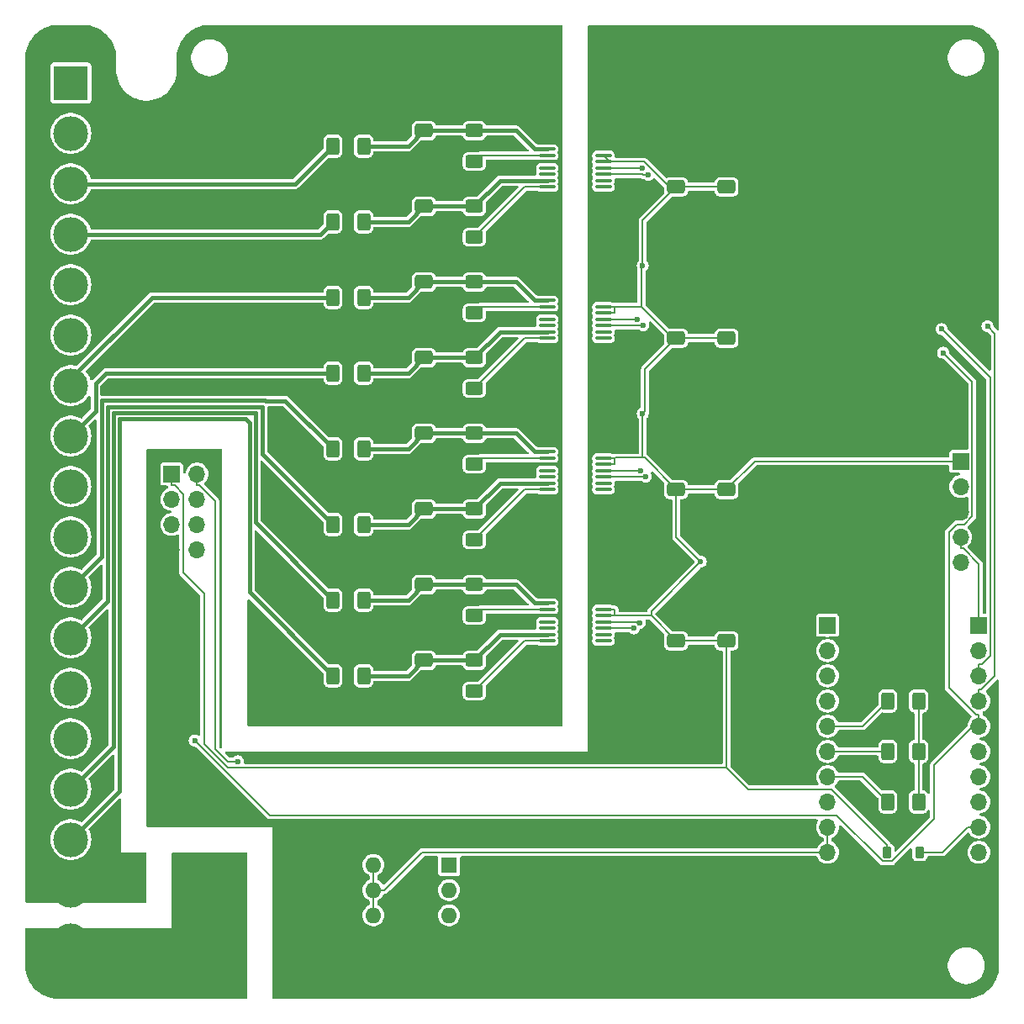
<source format=gbr>
%TF.GenerationSoftware,KiCad,Pcbnew,8.0.4-8.0.4-0~ubuntu22.04.1*%
%TF.CreationDate,2024-08-03T22:10:31+03:00*%
%TF.ProjectId,PM-DI16-DC24sink,504d2d44-4931-4362-9d44-43323473696e,rev?*%
%TF.SameCoordinates,Original*%
%TF.FileFunction,Copper,L2,Bot*%
%TF.FilePolarity,Positive*%
%FSLAX46Y46*%
G04 Gerber Fmt 4.6, Leading zero omitted, Abs format (unit mm)*
G04 Created by KiCad (PCBNEW 8.0.4-8.0.4-0~ubuntu22.04.1) date 2024-08-03 22:10:31*
%MOMM*%
%LPD*%
G01*
G04 APERTURE LIST*
G04 Aperture macros list*
%AMRoundRect*
0 Rectangle with rounded corners*
0 $1 Rounding radius*
0 $2 $3 $4 $5 $6 $7 $8 $9 X,Y pos of 4 corners*
0 Add a 4 corners polygon primitive as box body*
4,1,4,$2,$3,$4,$5,$6,$7,$8,$9,$2,$3,0*
0 Add four circle primitives for the rounded corners*
1,1,$1+$1,$2,$3*
1,1,$1+$1,$4,$5*
1,1,$1+$1,$6,$7*
1,1,$1+$1,$8,$9*
0 Add four rect primitives between the rounded corners*
20,1,$1+$1,$2,$3,$4,$5,0*
20,1,$1+$1,$4,$5,$6,$7,0*
20,1,$1+$1,$6,$7,$8,$9,0*
20,1,$1+$1,$8,$9,$2,$3,0*%
G04 Aperture macros list end*
%TA.AperFunction,ComponentPad*%
%ADD10R,1.600000X1.600000*%
%TD*%
%TA.AperFunction,ComponentPad*%
%ADD11O,1.600000X1.600000*%
%TD*%
%TA.AperFunction,ComponentPad*%
%ADD12R,1.700000X1.700000*%
%TD*%
%TA.AperFunction,ComponentPad*%
%ADD13O,1.700000X1.700000*%
%TD*%
%TA.AperFunction,ComponentPad*%
%ADD14O,6.350000X6.350000*%
%TD*%
%TA.AperFunction,ComponentPad*%
%ADD15R,3.500000X3.500000*%
%TD*%
%TA.AperFunction,ComponentPad*%
%ADD16C,3.500000*%
%TD*%
%TA.AperFunction,SMDPad,CuDef*%
%ADD17RoundRect,0.250000X0.650000X-0.412500X0.650000X0.412500X-0.650000X0.412500X-0.650000X-0.412500X0*%
%TD*%
%TA.AperFunction,SMDPad,CuDef*%
%ADD18O,1.649999X0.399999*%
%TD*%
%TA.AperFunction,SMDPad,CuDef*%
%ADD19RoundRect,0.250000X-0.650000X0.412500X-0.650000X-0.412500X0.650000X-0.412500X0.650000X0.412500X0*%
%TD*%
%TA.AperFunction,SMDPad,CuDef*%
%ADD20RoundRect,0.250000X-0.625000X0.400000X-0.625000X-0.400000X0.625000X-0.400000X0.625000X0.400000X0*%
%TD*%
%TA.AperFunction,SMDPad,CuDef*%
%ADD21RoundRect,0.250000X-0.400000X-0.625000X0.400000X-0.625000X0.400000X0.625000X-0.400000X0.625000X0*%
%TD*%
%TA.AperFunction,SMDPad,CuDef*%
%ADD22RoundRect,0.250000X0.537500X1.450000X-0.537500X1.450000X-0.537500X-1.450000X0.537500X-1.450000X0*%
%TD*%
%TA.AperFunction,SMDPad,CuDef*%
%ADD23RoundRect,0.250000X0.400000X0.625000X-0.400000X0.625000X-0.400000X-0.625000X0.400000X-0.625000X0*%
%TD*%
%TA.AperFunction,SMDPad,CuDef*%
%ADD24RoundRect,0.225000X0.225000X0.375000X-0.225000X0.375000X-0.225000X-0.375000X0.225000X-0.375000X0*%
%TD*%
%TA.AperFunction,ViaPad*%
%ADD25C,0.600000*%
%TD*%
%TA.AperFunction,Conductor*%
%ADD26C,0.200000*%
%TD*%
%TA.AperFunction,Conductor*%
%ADD27C,0.400000*%
%TD*%
G04 APERTURE END LIST*
D10*
%TO.P,SW1,1*%
%TO.N,/A1*%
X68580000Y-135890000D03*
D11*
%TO.P,SW1,2*%
%TO.N,/A2*%
X68580000Y-138430000D03*
%TO.P,SW1,3*%
%TO.N,/A3*%
X68580000Y-140970000D03*
%TO.P,SW1,4*%
%TO.N,+3.3V*%
X60960000Y-140970000D03*
%TO.P,SW1,5*%
X60960000Y-138430000D03*
%TO.P,SW1,6*%
X60960000Y-135890000D03*
%TD*%
D12*
%TO.P,J6,1,1*%
%TO.N,+5V*%
X40640000Y-96520000D03*
D13*
%TO.P,J6,2,2*%
%TO.N,/MOSI*%
X43180000Y-96520000D03*
%TO.P,J6,3,3*%
%TO.N,unconnected-(J6-Pad3)*%
X40640000Y-99060000D03*
%TO.P,J6,4,4*%
%TO.N,/MISO*%
X43180000Y-99060000D03*
%TO.P,J6,5,5*%
%TO.N,unconnected-(J6-Pad5)*%
X40640000Y-101600000D03*
%TO.P,J6,6,6*%
%TO.N,/CLK*%
X43180000Y-101600000D03*
%TO.P,J6,7,7*%
%TO.N,GND*%
X40640000Y-104140000D03*
%TO.P,J6,8,8*%
%TO.N,/CS2*%
X43180000Y-104140000D03*
%TD*%
D14*
%TO.P,D2,1,1*%
%TO.N,PE*%
X44450000Y-146050000D03*
%TD*%
D15*
%TO.P,J2,1,Pin_1*%
%TO.N,/IN01*%
X30480000Y-57150000D03*
D16*
%TO.P,J2,2,Pin_2*%
%TO.N,/IN02*%
X30480000Y-62230000D03*
%TO.P,J2,3,Pin_3*%
%TO.N,/IN03*%
X30480000Y-67310000D03*
%TO.P,J2,4,Pin_4*%
%TO.N,/IN04*%
X30480000Y-72390000D03*
%TO.P,J2,5,Pin_5*%
%TO.N,/IN05*%
X30480000Y-77470000D03*
%TO.P,J2,6,Pin_6*%
%TO.N,/IN06*%
X30480000Y-82550000D03*
%TO.P,J2,7,Pin_7*%
%TO.N,/IN07*%
X30480000Y-87630000D03*
%TO.P,J2,8,Pin_8*%
%TO.N,/IN08*%
X30480000Y-92710000D03*
%TO.P,J2,9,Pin_9*%
%TO.N,/IN09*%
X30480000Y-97790000D03*
%TO.P,J2,10,Pin_10*%
%TO.N,/IN10*%
X30480000Y-102870000D03*
%TO.P,J2,11,Pin_11*%
%TO.N,/IN11*%
X30480000Y-107950000D03*
%TO.P,J2,12,Pin_12*%
%TO.N,/IN12*%
X30480000Y-113030000D03*
%TO.P,J2,13,Pin_13*%
%TO.N,/IN13*%
X30480000Y-118110000D03*
%TO.P,J2,14,Pin_14*%
%TO.N,/IN14*%
X30480000Y-123190000D03*
%TO.P,J2,15,Pin_15*%
%TO.N,/IN15*%
X30480000Y-128270000D03*
%TO.P,J2,16,Pin_16*%
%TO.N,/IN16*%
X30480000Y-133350000D03*
%TO.P,J2,17,Pin_17*%
%TO.N,FGND*%
X30480000Y-138430000D03*
%TO.P,J2,18,Pin_18*%
%TO.N,PE*%
X30480000Y-143510000D03*
%TD*%
D12*
%TO.P,J3,1,Pin_1*%
%TO.N,+5V*%
X120085000Y-95250000D03*
D13*
%TO.P,J3,2,Pin_2*%
%TO.N,unconnected-(J3-Pin_2-Pad2)*%
X120085000Y-97790000D03*
%TO.P,J3,3,Pin_3*%
%TO.N,GND*%
X120085000Y-100330000D03*
%TO.P,J3,4,Pin_4*%
%TO.N,/SDA*%
X120085000Y-102870000D03*
%TO.P,J3,5,Pin_5*%
%TO.N,/SCL*%
X120085000Y-105410000D03*
%TD*%
D17*
%TO.P,C22,1*%
%TO.N,+5V*%
X96520000Y-82842500D03*
%TO.P,C22,2*%
%TO.N,GND*%
X96520000Y-79717500D03*
%TD*%
D18*
%TO.P,U6,1,GND1*%
%TO.N,GND*%
X84105001Y-63817500D03*
%TO.P,U6,2,VCC1*%
%TO.N,+5V*%
X84105001Y-64452500D03*
%TO.P,U6,3,EN*%
X84105001Y-65087500D03*
%TO.P,U6,4,OUT1*%
%TO.N,/OUT03*%
X84105001Y-65722500D03*
%TO.P,U6,5,OUT2*%
%TO.N,/OUT04*%
X84105001Y-66357500D03*
%TO.P,U6,6,NC*%
%TO.N,unconnected-(U6-NC-Pad6)*%
X84105001Y-66992500D03*
%TO.P,U6,7,NC*%
%TO.N,unconnected-(U6-NC-Pad7)*%
X84105001Y-67627500D03*
%TO.P,U6,8,GND1*%
%TO.N,GND*%
X84105001Y-68262500D03*
%TO.P,U6,9,FGND2*%
%TO.N,FGND*%
X78455002Y-68262500D03*
%TO.P,U6,10,IN2*%
%TO.N,Net-(U6-IN2)*%
X78455002Y-67627500D03*
%TO.P,U6,11,SENSE2*%
%TO.N,Net-(U6-SENSE2)*%
X78455002Y-66992500D03*
%TO.P,U6,12,SUB2*%
%TO.N,unconnected-(U6-SUB2-Pad12)*%
X78455002Y-66357500D03*
%TO.P,U6,13,SUB1*%
%TO.N,unconnected-(U6-SUB1-Pad13)*%
X78455002Y-65722500D03*
%TO.P,U6,14,FGND1*%
%TO.N,FGND*%
X78455002Y-65087500D03*
%TO.P,U6,15,IN1*%
%TO.N,Net-(U6-IN1)*%
X78455002Y-64452500D03*
%TO.P,U6,16,SENSE1*%
%TO.N,Net-(U6-SENSE1)*%
X78455002Y-63817500D03*
%TD*%
D19*
%TO.P,C28,1*%
%TO.N,Net-(U8-SENSE1)*%
X66040000Y-92417500D03*
%TO.P,C28,2*%
%TO.N,FGND*%
X66040000Y-95542500D03*
%TD*%
%TO.P,C31,1*%
%TO.N,Net-(U9-SENSE2)*%
X66040000Y-115277500D03*
%TO.P,C31,2*%
%TO.N,FGND*%
X66040000Y-118402500D03*
%TD*%
D12*
%TO.P,J5,1,Pin_1*%
%TO.N,unconnected-(J5-Pin_1-Pad1)*%
X106680000Y-111760000D03*
D13*
%TO.P,J5,2,Pin_2*%
%TO.N,unconnected-(J5-Pin_2-Pad2)*%
X106680000Y-114300000D03*
%TO.P,J5,3,Pin_3*%
%TO.N,unconnected-(J5-Pin_3-Pad3)*%
X106680000Y-116840000D03*
%TO.P,J5,4,Pin_4*%
%TO.N,unconnected-(J5-Pin_4-Pad4)*%
X106680000Y-119380000D03*
%TO.P,J5,5,Pin_5*%
%TO.N,/A3*%
X106680000Y-121920000D03*
%TO.P,J5,6,Pin_6*%
%TO.N,/A2*%
X106680000Y-124460000D03*
%TO.P,J5,7,Pin_7*%
%TO.N,/A1*%
X106680000Y-127000000D03*
%TO.P,J5,8,Pin_8*%
%TO.N,unconnected-(J5-Pin_8-Pad8)*%
X106680000Y-129540000D03*
%TO.P,J5,9,Pin_9*%
%TO.N,+3.3V*%
X106680000Y-132080000D03*
%TO.P,J5,10,Pin_10*%
X106680000Y-134620000D03*
%TO.P,J5,11,Pin_11*%
%TO.N,GND*%
X106680000Y-137160000D03*
%TO.P,J5,12,Pin_12*%
X106680000Y-139700000D03*
%TD*%
D20*
%TO.P,R25,1*%
%TO.N,Net-(U8-SENSE1)*%
X71120000Y-92430000D03*
%TO.P,R25,2*%
%TO.N,Net-(U8-IN1)*%
X71120000Y-95530000D03*
%TD*%
%TO.P,R17,1*%
%TO.N,Net-(U6-SENSE1)*%
X71120000Y-61950000D03*
%TO.P,R17,2*%
%TO.N,Net-(U6-IN1)*%
X71120000Y-65050000D03*
%TD*%
D18*
%TO.P,U8,1,GND1*%
%TO.N,GND*%
X84105001Y-94297500D03*
%TO.P,U8,2,VCC1*%
%TO.N,+5V*%
X84105001Y-94932500D03*
%TO.P,U8,3,EN*%
X84105001Y-95567500D03*
%TO.P,U8,4,OUT1*%
%TO.N,/OUT11*%
X84105001Y-96202500D03*
%TO.P,U8,5,OUT2*%
%TO.N,/OUT12*%
X84105001Y-96837500D03*
%TO.P,U8,6,NC*%
%TO.N,unconnected-(U8-NC-Pad6)*%
X84105001Y-97472500D03*
%TO.P,U8,7,NC*%
%TO.N,unconnected-(U8-NC-Pad7)*%
X84105001Y-98107500D03*
%TO.P,U8,8,GND1*%
%TO.N,GND*%
X84105001Y-98742500D03*
%TO.P,U8,9,FGND2*%
%TO.N,FGND*%
X78455002Y-98742500D03*
%TO.P,U8,10,IN2*%
%TO.N,Net-(U8-IN2)*%
X78455002Y-98107500D03*
%TO.P,U8,11,SENSE2*%
%TO.N,Net-(U8-SENSE2)*%
X78455002Y-97472500D03*
%TO.P,U8,12,SUB2*%
%TO.N,unconnected-(U8-SUB2-Pad12)*%
X78455002Y-96837500D03*
%TO.P,U8,13,SUB1*%
%TO.N,unconnected-(U8-SUB1-Pad13)*%
X78455002Y-96202500D03*
%TO.P,U8,14,FGND1*%
%TO.N,FGND*%
X78455002Y-95567500D03*
%TO.P,U8,15,IN1*%
%TO.N,Net-(U8-IN1)*%
X78455002Y-94932500D03*
%TO.P,U8,16,SENSE1*%
%TO.N,Net-(U8-SENSE1)*%
X78455002Y-94297500D03*
%TD*%
D20*
%TO.P,R22,1*%
%TO.N,Net-(U7-SENSE2)*%
X71120000Y-84810000D03*
%TO.P,R22,2*%
%TO.N,Net-(U7-IN2)*%
X71120000Y-87910000D03*
%TD*%
D21*
%TO.P,R24,1*%
%TO.N,/IN08*%
X56870000Y-86360000D03*
%TO.P,R24,2*%
%TO.N,Net-(U7-SENSE2)*%
X59970000Y-86360000D03*
%TD*%
D12*
%TO.P,J4,1,Pin_1*%
%TO.N,/SDA*%
X121920000Y-111760000D03*
D13*
%TO.P,J4,2,Pin_2*%
%TO.N,/SCL*%
X121920000Y-114300000D03*
%TO.P,J4,3,Pin_3*%
%TO.N,/MOSI*%
X121920000Y-116840000D03*
%TO.P,J4,4,Pin_4*%
%TO.N,/MISO*%
X121920000Y-119380000D03*
%TO.P,J4,5,Pin_5*%
%TO.N,/CLK*%
X121920000Y-121920000D03*
%TO.P,J4,6,Pin_6*%
%TO.N,/CS1*%
X121920000Y-124460000D03*
%TO.P,J4,7,Pin_7*%
%TO.N,/INT*%
X121920000Y-127000000D03*
%TO.P,J4,8,Pin_8*%
%TO.N,/CS2*%
X121920000Y-129540000D03*
%TO.P,J4,9,Pin_9*%
%TO.N,Net-(D1-K)*%
X121920000Y-132080000D03*
%TO.P,J4,10,Pin_10*%
%TO.N,unconnected-(J4-Pin_10-Pad10)*%
X121920000Y-134620000D03*
%TO.P,J4,11,Pin_11*%
%TO.N,GND*%
X121920000Y-137160000D03*
%TO.P,J4,12,Pin_12*%
X121920000Y-139700000D03*
%TD*%
D19*
%TO.P,C23,1*%
%TO.N,Net-(U7-SENSE2)*%
X66040000Y-84797500D03*
%TO.P,C23,2*%
%TO.N,FGND*%
X66040000Y-87922500D03*
%TD*%
D21*
%TO.P,R19,1*%
%TO.N,/IN03*%
X56870000Y-63500000D03*
%TO.P,R19,2*%
%TO.N,Net-(U6-SENSE1)*%
X59970000Y-63500000D03*
%TD*%
D20*
%TO.P,R29,1*%
%TO.N,Net-(U9-SENSE1)*%
X71120000Y-107670000D03*
%TO.P,R29,2*%
%TO.N,Net-(U9-IN1)*%
X71120000Y-110770000D03*
%TD*%
D18*
%TO.P,U9,1,GND1*%
%TO.N,GND*%
X84105001Y-109537500D03*
%TO.P,U9,2,VCC1*%
%TO.N,+5V*%
X84105001Y-110172500D03*
%TO.P,U9,3,EN*%
X84105001Y-110807500D03*
%TO.P,U9,4,OUT1*%
%TO.N,/OUT15*%
X84105001Y-111442500D03*
%TO.P,U9,5,OUT2*%
%TO.N,/OUT16*%
X84105001Y-112077500D03*
%TO.P,U9,6,NC*%
%TO.N,unconnected-(U9-NC-Pad6)*%
X84105001Y-112712500D03*
%TO.P,U9,7,NC*%
%TO.N,unconnected-(U9-NC-Pad7)*%
X84105001Y-113347500D03*
%TO.P,U9,8,GND1*%
%TO.N,GND*%
X84105001Y-113982500D03*
%TO.P,U9,9,FGND2*%
%TO.N,FGND*%
X78455002Y-113982500D03*
%TO.P,U9,10,IN2*%
%TO.N,Net-(U9-IN2)*%
X78455002Y-113347500D03*
%TO.P,U9,11,SENSE2*%
%TO.N,Net-(U9-SENSE2)*%
X78455002Y-112712500D03*
%TO.P,U9,12,SUB2*%
%TO.N,unconnected-(U9-SUB2-Pad12)*%
X78455002Y-112077500D03*
%TO.P,U9,13,SUB1*%
%TO.N,unconnected-(U9-SUB1-Pad13)*%
X78455002Y-111442500D03*
%TO.P,U9,14,FGND1*%
%TO.N,FGND*%
X78455002Y-110807500D03*
%TO.P,U9,15,IN1*%
%TO.N,Net-(U9-IN1)*%
X78455002Y-110172500D03*
%TO.P,U9,16,SENSE1*%
%TO.N,Net-(U9-SENSE1)*%
X78455002Y-109537500D03*
%TD*%
D20*
%TO.P,R30,1*%
%TO.N,Net-(U9-SENSE2)*%
X71120000Y-115290000D03*
%TO.P,R30,2*%
%TO.N,Net-(U9-IN2)*%
X71120000Y-118390000D03*
%TD*%
D21*
%TO.P,R28,1*%
%TO.N,/IN12*%
X56870000Y-101600000D03*
%TO.P,R28,2*%
%TO.N,Net-(U8-SENSE2)*%
X59970000Y-101600000D03*
%TD*%
D17*
%TO.P,C17,1*%
%TO.N,+5V*%
X91440000Y-67602500D03*
%TO.P,C17,2*%
%TO.N,GND*%
X91440000Y-64477500D03*
%TD*%
%TO.P,C29,1*%
%TO.N,+5V*%
X91440000Y-113322500D03*
%TO.P,C29,2*%
%TO.N,GND*%
X91440000Y-110197500D03*
%TD*%
D22*
%TO.P,C33,1*%
%TO.N,PE*%
X41507500Y-137160000D03*
%TO.P,C33,2*%
%TO.N,FGND*%
X37232500Y-137160000D03*
%TD*%
D20*
%TO.P,R18,1*%
%TO.N,Net-(U6-SENSE2)*%
X71120000Y-69570000D03*
%TO.P,R18,2*%
%TO.N,Net-(U6-IN2)*%
X71120000Y-72670000D03*
%TD*%
D17*
%TO.P,C18,1*%
%TO.N,+5V*%
X96520000Y-67602500D03*
%TO.P,C18,2*%
%TO.N,GND*%
X96520000Y-64477500D03*
%TD*%
D21*
%TO.P,R27,1*%
%TO.N,/IN11*%
X56870000Y-93980000D03*
%TO.P,R27,2*%
%TO.N,Net-(U8-SENSE1)*%
X59970000Y-93980000D03*
%TD*%
D19*
%TO.P,C24,1*%
%TO.N,Net-(U7-SENSE1)*%
X66040000Y-77177500D03*
%TO.P,C24,2*%
%TO.N,FGND*%
X66040000Y-80302500D03*
%TD*%
D23*
%TO.P,R36,1*%
%TO.N,DGND*%
X115850000Y-129540000D03*
%TO.P,R36,2*%
%TO.N,/A1*%
X112750000Y-129540000D03*
%TD*%
D19*
%TO.P,C32,1*%
%TO.N,Net-(U9-SENSE1)*%
X66040000Y-107657500D03*
%TO.P,C32,2*%
%TO.N,FGND*%
X66040000Y-110782500D03*
%TD*%
D18*
%TO.P,U7,1,GND1*%
%TO.N,GND*%
X84105001Y-79057500D03*
%TO.P,U7,2,VCC1*%
%TO.N,+5V*%
X84105001Y-79692500D03*
%TO.P,U7,3,EN*%
X84105001Y-80327500D03*
%TO.P,U7,4,OUT1*%
%TO.N,/OUT07*%
X84105001Y-80962500D03*
%TO.P,U7,5,OUT2*%
%TO.N,/OUT08*%
X84105001Y-81597500D03*
%TO.P,U7,6,NC*%
%TO.N,unconnected-(U7-NC-Pad6)*%
X84105001Y-82232500D03*
%TO.P,U7,7,NC*%
%TO.N,unconnected-(U7-NC-Pad7)*%
X84105001Y-82867500D03*
%TO.P,U7,8,GND1*%
%TO.N,GND*%
X84105001Y-83502500D03*
%TO.P,U7,9,FGND2*%
%TO.N,FGND*%
X78455002Y-83502500D03*
%TO.P,U7,10,IN2*%
%TO.N,Net-(U7-IN2)*%
X78455002Y-82867500D03*
%TO.P,U7,11,SENSE2*%
%TO.N,Net-(U7-SENSE2)*%
X78455002Y-82232500D03*
%TO.P,U7,12,SUB2*%
%TO.N,unconnected-(U7-SUB2-Pad12)*%
X78455002Y-81597500D03*
%TO.P,U7,13,SUB1*%
%TO.N,unconnected-(U7-SUB1-Pad13)*%
X78455002Y-80962500D03*
%TO.P,U7,14,FGND1*%
%TO.N,FGND*%
X78455002Y-80327500D03*
%TO.P,U7,15,IN1*%
%TO.N,Net-(U7-IN1)*%
X78455002Y-79692500D03*
%TO.P,U7,16,SENSE1*%
%TO.N,Net-(U7-SENSE1)*%
X78455002Y-79057500D03*
%TD*%
D17*
%TO.P,C25,1*%
%TO.N,+5V*%
X91440000Y-98082500D03*
%TO.P,C25,2*%
%TO.N,GND*%
X91440000Y-94957500D03*
%TD*%
D21*
%TO.P,R31,1*%
%TO.N,/IN15*%
X56870000Y-109220000D03*
%TO.P,R31,2*%
%TO.N,Net-(U9-SENSE1)*%
X59970000Y-109220000D03*
%TD*%
D19*
%TO.P,C27,1*%
%TO.N,Net-(U8-SENSE2)*%
X66040000Y-100037500D03*
%TO.P,C27,2*%
%TO.N,FGND*%
X66040000Y-103162500D03*
%TD*%
D23*
%TO.P,R38,1*%
%TO.N,DGND*%
X115850000Y-119380000D03*
%TO.P,R38,2*%
%TO.N,/A3*%
X112750000Y-119380000D03*
%TD*%
D21*
%TO.P,R20,1*%
%TO.N,/IN04*%
X56870000Y-71120000D03*
%TO.P,R20,2*%
%TO.N,Net-(U6-SENSE2)*%
X59970000Y-71120000D03*
%TD*%
D17*
%TO.P,C26,1*%
%TO.N,+5V*%
X96520000Y-98082500D03*
%TO.P,C26,2*%
%TO.N,GND*%
X96520000Y-94957500D03*
%TD*%
%TO.P,C21,1*%
%TO.N,+5V*%
X91440000Y-82842500D03*
%TO.P,C21,2*%
%TO.N,GND*%
X91440000Y-79717500D03*
%TD*%
D20*
%TO.P,R26,1*%
%TO.N,Net-(U8-SENSE2)*%
X71120000Y-100050000D03*
%TO.P,R26,2*%
%TO.N,Net-(U8-IN2)*%
X71120000Y-103150000D03*
%TD*%
D24*
%TO.P,D1,1,K*%
%TO.N,Net-(D1-K)*%
X115950000Y-134620000D03*
%TO.P,D1,2,A*%
%TO.N,+5V*%
X112650000Y-134620000D03*
%TD*%
D20*
%TO.P,R21,1*%
%TO.N,Net-(U7-SENSE1)*%
X71120000Y-77190000D03*
%TO.P,R21,2*%
%TO.N,Net-(U7-IN1)*%
X71120000Y-80290000D03*
%TD*%
D23*
%TO.P,R37,1*%
%TO.N,DGND*%
X115850000Y-124460000D03*
%TO.P,R37,2*%
%TO.N,/A2*%
X112750000Y-124460000D03*
%TD*%
D21*
%TO.P,R23,1*%
%TO.N,/IN07*%
X56870000Y-78740000D03*
%TO.P,R23,2*%
%TO.N,Net-(U7-SENSE1)*%
X59970000Y-78740000D03*
%TD*%
D17*
%TO.P,C30,1*%
%TO.N,+5V*%
X96520000Y-113322500D03*
%TO.P,C30,2*%
%TO.N,GND*%
X96520000Y-110197500D03*
%TD*%
D21*
%TO.P,R32,1*%
%TO.N,/IN16*%
X56870000Y-116840000D03*
%TO.P,R32,2*%
%TO.N,Net-(U9-SENSE2)*%
X59970000Y-116840000D03*
%TD*%
D19*
%TO.P,C19,1*%
%TO.N,Net-(U6-SENSE2)*%
X66040000Y-69557500D03*
%TO.P,C19,2*%
%TO.N,FGND*%
X66040000Y-72682500D03*
%TD*%
%TO.P,C20,1*%
%TO.N,Net-(U6-SENSE1)*%
X66040000Y-61937500D03*
%TO.P,C20,2*%
%TO.N,FGND*%
X66040000Y-65062500D03*
%TD*%
D25*
%TO.N,GND*%
X114300000Y-121920000D03*
X114300000Y-127000000D03*
X114300000Y-132080000D03*
X83820000Y-54610000D03*
X83820000Y-62230000D03*
%TO.N,/CLK*%
X118310300Y-84314800D03*
X42948500Y-123355200D03*
%TO.N,/MISO*%
X122791600Y-81619800D03*
%TO.N,/MOSI*%
X47309900Y-125468100D03*
X118187200Y-81933000D03*
%TO.N,+5V*%
X93908300Y-105362700D03*
X88069300Y-90443700D03*
X88069300Y-75525000D03*
%TO.N,GND*%
X116205000Y-86995000D03*
X99060000Y-69850000D03*
X83820000Y-69850000D03*
X83820000Y-107950000D03*
X83820000Y-92710000D03*
X99060000Y-85090000D03*
X100330000Y-69850000D03*
X100330000Y-68580000D03*
X99060000Y-68580000D03*
X83820000Y-115570000D03*
X83820000Y-85090000D03*
X118745000Y-80645000D03*
X83820000Y-77470000D03*
X83820000Y-100330000D03*
X100330000Y-83820000D03*
X99060000Y-83820000D03*
X100330000Y-85090000D03*
%TO.N,/OUT16*%
X87191313Y-112071687D03*
%TO.N,/OUT07*%
X87503000Y-80997500D03*
%TO.N,/OUT04*%
X88646000Y-66421000D03*
%TO.N,/OUT15*%
X87757000Y-111506000D03*
%TO.N,/OUT03*%
X88008241Y-65757500D03*
%TO.N,/OUT12*%
X88392000Y-96774000D03*
%TO.N,/OUT11*%
X87826313Y-96208313D03*
%TO.N,/OUT08*%
X88138000Y-81534000D03*
%TD*%
D26*
%TO.N,DGND*%
X115850000Y-119380000D02*
X115850000Y-124460000D01*
X115850000Y-124460000D02*
X115850000Y-129540000D01*
%TO.N,/A3*%
X110210000Y-121920000D02*
X106680000Y-121920000D01*
X112750000Y-119380000D02*
X110210000Y-121920000D01*
%TO.N,/A2*%
X112750000Y-124460000D02*
X106680000Y-124460000D01*
%TO.N,/A1*%
X110210000Y-127000000D02*
X106680000Y-127000000D01*
X112750000Y-129540000D02*
X110210000Y-127000000D01*
%TO.N,+3.3V*%
X60960000Y-135890000D02*
X60960000Y-138430000D01*
X60960000Y-138430000D02*
X60960000Y-140970000D01*
X106680000Y-134620000D02*
X106680000Y-132080000D01*
X60960000Y-138430000D02*
X62061700Y-138430000D01*
X65871700Y-134620000D02*
X62061700Y-138430000D01*
X106680000Y-134620000D02*
X65871700Y-134620000D01*
%TO.N,Net-(D1-K)*%
X118228300Y-134620000D02*
X120768300Y-132080000D01*
X115950000Y-134620000D02*
X118228300Y-134620000D01*
X121920000Y-132080000D02*
X120768300Y-132080000D01*
%TO.N,Net-(U9-IN2)*%
X76162500Y-113347500D02*
X78455000Y-113347500D01*
X71120000Y-118390000D02*
X76162500Y-113347500D01*
%TO.N,Net-(U9-IN1)*%
X71717500Y-110172500D02*
X78455000Y-110172500D01*
X71120000Y-110770000D02*
X71717500Y-110172500D01*
%TO.N,Net-(U8-IN2)*%
X76162500Y-98107500D02*
X78455000Y-98107500D01*
X71120000Y-103150000D02*
X76162500Y-98107500D01*
%TO.N,Net-(U8-IN1)*%
X71717500Y-94932500D02*
X78455000Y-94932500D01*
X71120000Y-95530000D02*
X71717500Y-94932500D01*
%TO.N,Net-(U7-IN2)*%
X76162500Y-82867500D02*
X78455000Y-82867500D01*
X71120000Y-87910000D02*
X76162500Y-82867500D01*
%TO.N,Net-(U7-IN1)*%
X71717500Y-79692500D02*
X78455000Y-79692500D01*
X71120000Y-80290000D02*
X71717500Y-79692500D01*
D27*
%TO.N,Net-(U9-SENSE1)*%
X64477500Y-109220000D02*
X66040000Y-107657500D01*
X59970000Y-109220000D02*
X64477500Y-109220000D01*
X66052500Y-107670000D02*
X71120000Y-107670000D01*
X66040000Y-107657500D02*
X66052500Y-107670000D01*
X75360800Y-107670000D02*
X77228300Y-109537500D01*
X71120000Y-107670000D02*
X75360800Y-107670000D01*
X78455000Y-109537500D02*
X77228300Y-109537500D01*
%TO.N,Net-(U9-SENSE2)*%
X64477500Y-116840000D02*
X66040000Y-115277500D01*
X59970000Y-116840000D02*
X64477500Y-116840000D01*
X66052500Y-115290000D02*
X71120000Y-115290000D01*
X66040000Y-115277500D02*
X66052500Y-115290000D01*
X73697500Y-112712500D02*
X78455000Y-112712500D01*
X71120000Y-115290000D02*
X73697500Y-112712500D01*
%TO.N,Net-(U8-SENSE1)*%
X64477500Y-93980000D02*
X66040000Y-92417500D01*
X59970000Y-93980000D02*
X64477500Y-93980000D01*
X66052500Y-92430000D02*
X71120000Y-92430000D01*
X66040000Y-92417500D02*
X66052500Y-92430000D01*
X75360800Y-92430000D02*
X77228300Y-94297500D01*
X71120000Y-92430000D02*
X75360800Y-92430000D01*
X78455000Y-94297500D02*
X77228300Y-94297500D01*
%TO.N,Net-(U8-SENSE2)*%
X64477500Y-101600000D02*
X66040000Y-100037500D01*
X59970000Y-101600000D02*
X64477500Y-101600000D01*
X66052500Y-100050000D02*
X71120000Y-100050000D01*
X66040000Y-100037500D02*
X66052500Y-100050000D01*
X73697500Y-97472500D02*
X78455000Y-97472500D01*
X71120000Y-100050000D02*
X73697500Y-97472500D01*
%TO.N,Net-(U7-SENSE1)*%
X64477500Y-78740000D02*
X66040000Y-77177500D01*
X59970000Y-78740000D02*
X64477500Y-78740000D01*
X66052500Y-77190000D02*
X71120000Y-77190000D01*
X66040000Y-77177500D02*
X66052500Y-77190000D01*
X75360800Y-77190000D02*
X77228300Y-79057500D01*
X71120000Y-77190000D02*
X75360800Y-77190000D01*
X78455000Y-79057500D02*
X77228300Y-79057500D01*
%TO.N,Net-(U7-SENSE2)*%
X64477500Y-86360000D02*
X66040000Y-84797500D01*
X59970000Y-86360000D02*
X64477500Y-86360000D01*
X66052500Y-84810000D02*
X71120000Y-84810000D01*
X66040000Y-84797500D02*
X66052500Y-84810000D01*
X73697500Y-82232500D02*
X78455000Y-82232500D01*
X71120000Y-84810000D02*
X73697500Y-82232500D01*
%TO.N,Net-(U6-SENSE2)*%
X64477500Y-71120000D02*
X66040000Y-69557500D01*
X59970000Y-71120000D02*
X64477500Y-71120000D01*
X66052500Y-69570000D02*
X71120000Y-69570000D01*
X66040000Y-69557500D02*
X66052500Y-69570000D01*
X73697500Y-66992500D02*
X78455000Y-66992500D01*
X71120000Y-69570000D02*
X73697500Y-66992500D01*
%TO.N,Net-(U6-SENSE1)*%
X64477500Y-63500000D02*
X66040000Y-61937500D01*
X59970000Y-63500000D02*
X64477500Y-63500000D01*
X66052500Y-61950000D02*
X71120000Y-61950000D01*
X66040000Y-61937500D02*
X66052500Y-61950000D01*
X75360800Y-61950000D02*
X77228300Y-63817500D01*
X71120000Y-61950000D02*
X75360800Y-61950000D01*
X78455000Y-63817500D02*
X77228300Y-63817500D01*
D26*
%TO.N,Net-(U6-IN2)*%
X76162500Y-67627500D02*
X78455000Y-67627500D01*
X71120000Y-72670000D02*
X76162500Y-67627500D01*
%TO.N,Net-(U6-IN1)*%
X71717500Y-64452500D02*
X78455000Y-64452500D01*
X71120000Y-65050000D02*
X71717500Y-64452500D01*
%TO.N,/CLK*%
X121920000Y-121920000D02*
X121920000Y-121344100D01*
X121920000Y-121344100D02*
X121920000Y-120768300D01*
X117385000Y-125879100D02*
X121920000Y-121344100D01*
X117385000Y-131299500D02*
X117385000Y-125879100D01*
X113159100Y-135525400D02*
X117385000Y-131299500D01*
X112205300Y-135525400D02*
X113159100Y-135525400D01*
X107566700Y-130886800D02*
X112205300Y-135525400D01*
X50480100Y-130886800D02*
X107566700Y-130886800D01*
X42948500Y-123355200D02*
X50480100Y-130886800D01*
X121242500Y-87247000D02*
X118310300Y-84314800D01*
X121242500Y-100804300D02*
X121242500Y-87247000D01*
X120446800Y-101600000D02*
X121242500Y-100804300D01*
X119658500Y-101600000D02*
X120446800Y-101600000D01*
X118890400Y-102368100D02*
X119658500Y-101600000D01*
X118890400Y-118026600D02*
X118890400Y-102368100D01*
X121632100Y-120768300D02*
X118890400Y-118026600D01*
X121920000Y-120768300D02*
X121632100Y-120768300D01*
%TO.N,/MISO*%
X121920000Y-119380000D02*
X121920000Y-118228300D01*
X122188500Y-118228300D02*
X121920000Y-118228300D01*
X123540100Y-116876700D02*
X122188500Y-118228300D01*
X123540100Y-82368300D02*
X123540100Y-116876700D01*
X122791600Y-81619800D02*
X123540100Y-82368300D01*
%TO.N,/MOSI*%
X43180000Y-96520000D02*
X43180000Y-97671700D01*
X43448500Y-97671700D02*
X43180000Y-97671700D01*
X45016600Y-99239800D02*
X43448500Y-97671700D01*
X45016600Y-124216900D02*
X45016600Y-99239800D01*
X46267800Y-125468100D02*
X45016600Y-124216900D01*
X47309900Y-125468100D02*
X46267800Y-125468100D01*
X123071700Y-86817500D02*
X118187200Y-81933000D01*
X123071700Y-114824600D02*
X123071700Y-86817500D01*
X122208000Y-115688300D02*
X123071700Y-114824600D01*
X121920000Y-115688300D02*
X122208000Y-115688300D01*
X121920000Y-116840000D02*
X121920000Y-115688300D01*
%TO.N,/OUT15*%
X84105500Y-111442000D02*
X84105000Y-111442500D01*
%TO.N,/OUT16*%
X84105500Y-112078000D02*
X84105000Y-112077500D01*
%TO.N,/SDA*%
X120085000Y-102870000D02*
X120085000Y-104021700D01*
X121920000Y-105588200D02*
X121920000Y-111760000D01*
X120353500Y-104021700D02*
X121920000Y-105588200D01*
X120085000Y-104021700D02*
X120353500Y-104021700D01*
%TO.N,+5V*%
X96520000Y-67602500D02*
X91440000Y-67602500D01*
X84105000Y-110807500D02*
X85231700Y-110807500D01*
X84105000Y-95567500D02*
X85231700Y-95567500D01*
X84740000Y-65087500D02*
X84105000Y-64452500D01*
X84740000Y-65087500D02*
X84105000Y-65087500D01*
X91440000Y-67602500D02*
X91081200Y-67961300D01*
X88207300Y-65087500D02*
X84740000Y-65087500D01*
X91081200Y-67961300D02*
X88207300Y-65087500D01*
X88069300Y-70973200D02*
X91081200Y-67961300D01*
X88069300Y-75525000D02*
X88069300Y-70973200D01*
X85231700Y-110807500D02*
X85231700Y-110172500D01*
X84105000Y-110172500D02*
X85231700Y-110172500D01*
X84105000Y-94932500D02*
X85231700Y-94932500D01*
X85231700Y-95567500D02*
X85231700Y-94932500D01*
X87944900Y-75649400D02*
X88069300Y-75525000D01*
X87944900Y-79673700D02*
X87944900Y-75649400D01*
X84105000Y-80327500D02*
X85231700Y-80327500D01*
X91276900Y-83005600D02*
X87944900Y-79673700D01*
X84105000Y-79692500D02*
X85231700Y-79692500D01*
X85231700Y-79692500D02*
X85231700Y-80327500D01*
X85250500Y-79673700D02*
X85231700Y-79692500D01*
X87944900Y-79673700D02*
X85250500Y-79673700D01*
X88290000Y-85992500D02*
X91276900Y-83005600D01*
X88290000Y-90223000D02*
X88290000Y-85992500D01*
X88069300Y-90443700D02*
X88290000Y-90223000D01*
X96520000Y-113322500D02*
X91440000Y-113322500D01*
X91440000Y-113322500D02*
X88925000Y-110807500D01*
X88925000Y-110807500D02*
X85231700Y-110807500D01*
X88925000Y-110346000D02*
X88925000Y-110807500D01*
X93908300Y-105362700D02*
X88925000Y-110346000D01*
X91440000Y-102894400D02*
X91440000Y-98082500D01*
X93908300Y-105362700D02*
X91440000Y-102894400D01*
X40640000Y-96520000D02*
X40640000Y-97671700D01*
X40928000Y-97671700D02*
X40640000Y-97671700D01*
X41791700Y-98535400D02*
X40928000Y-97671700D01*
X41791700Y-106427500D02*
X41791700Y-98535400D01*
X43929800Y-108565600D02*
X41791700Y-106427500D01*
X43929800Y-123733300D02*
X43929800Y-108565600D01*
X46313800Y-126117300D02*
X43929800Y-123733300D01*
X96520000Y-126117300D02*
X46313800Y-126117300D01*
X98672700Y-128270000D02*
X96520000Y-126117300D01*
X107067200Y-128270000D02*
X98672700Y-128270000D01*
X112650000Y-133852800D02*
X107067200Y-128270000D01*
X112650000Y-134620000D02*
X112650000Y-133852800D01*
X96520000Y-126117300D02*
X96520000Y-113322500D01*
X99352500Y-95250000D02*
X120085000Y-95250000D01*
X96520000Y-98082500D02*
X99352500Y-95250000D01*
X96520000Y-98082500D02*
X91440000Y-98082500D01*
X88069300Y-94883800D02*
X88069300Y-90443700D01*
X88241300Y-94883800D02*
X88069300Y-94883800D01*
X91440000Y-98082500D02*
X88241300Y-94883800D01*
X85280400Y-94883800D02*
X85231700Y-94932500D01*
X88069300Y-94883800D02*
X85280400Y-94883800D01*
X91276900Y-83005600D02*
X91440000Y-82842500D01*
X91440000Y-82842500D02*
X96520000Y-82842500D01*
D27*
%TO.N,/IN08*%
X30480000Y-92710000D02*
X32960000Y-90230000D01*
X32960000Y-90230000D02*
X32960000Y-87436956D01*
X32960000Y-87436956D02*
X34036956Y-86360000D01*
X34036956Y-86360000D02*
X56870000Y-86360000D01*
%TO.N,/IN11*%
X30480000Y-107950000D02*
X33560000Y-104870000D01*
X56870000Y-93954000D02*
X56870000Y-93980000D01*
X33560000Y-104870000D02*
X33560000Y-89132000D01*
X33560000Y-89132000D02*
X50049694Y-89132000D01*
X50049694Y-89132000D02*
X50071694Y-89154000D01*
X50071694Y-89154000D02*
X52070000Y-89154000D01*
X52070000Y-89154000D02*
X56870000Y-93954000D01*
%TO.N,/IN12*%
X30480000Y-113030000D02*
X34160000Y-109350000D01*
X34160000Y-109350000D02*
X34160000Y-89732000D01*
X34160000Y-89732000D02*
X49801166Y-89732000D01*
X49801166Y-89732000D02*
X49801166Y-94531166D01*
X49801166Y-94531166D02*
X56870000Y-101600000D01*
%TO.N,/IN16*%
X30480000Y-133350000D02*
X35360000Y-128470000D01*
X35360000Y-128470000D02*
X35360000Y-90932000D01*
X35360000Y-90932000D02*
X48034844Y-90932000D01*
X48034844Y-90932000D02*
X48460000Y-91357156D01*
X48460000Y-91357156D02*
X48460000Y-108430000D01*
X48460000Y-108430000D02*
X56870000Y-116840000D01*
%TO.N,/IN15*%
X30480000Y-128270000D02*
X34760000Y-123990000D01*
X34760000Y-123990000D02*
X34760000Y-90332000D01*
X34760000Y-90332000D02*
X49060000Y-90332000D01*
X49060000Y-90332000D02*
X49060000Y-101410000D01*
X49060000Y-101410000D02*
X56870000Y-109220000D01*
%TO.N,/IN03*%
X53060000Y-67310000D02*
X56870000Y-63500000D01*
X30480000Y-67310000D02*
X53060000Y-67310000D01*
%TO.N,/IN07*%
X38654516Y-78740000D02*
X56870000Y-78740000D01*
X30480000Y-87630000D02*
X30480000Y-86914516D01*
X30480000Y-86914516D02*
X38654516Y-78740000D01*
%TO.N,/IN04*%
X30480000Y-72390000D02*
X55600000Y-72390000D01*
X55600000Y-72390000D02*
X56870000Y-71120000D01*
D26*
%TO.N,/OUT16*%
X87185500Y-112077500D02*
X84105001Y-112077500D01*
X87191313Y-112071687D02*
X87185500Y-112077500D01*
%TO.N,/OUT07*%
X87503000Y-80997500D02*
X87468000Y-80962500D01*
X87468000Y-80962500D02*
X84105001Y-80962500D01*
%TO.N,/OUT04*%
X88074500Y-66357500D02*
X84105001Y-66357500D01*
X88646000Y-66421000D02*
X88138000Y-66421000D01*
X88138000Y-66421000D02*
X88074500Y-66357500D01*
%TO.N,/OUT15*%
X87439500Y-111442500D02*
X84105001Y-111442500D01*
X87757000Y-111506000D02*
X87503000Y-111506000D01*
X87503000Y-111506000D02*
X87439500Y-111442500D01*
%TO.N,/OUT03*%
X87242500Y-65722500D02*
X84105001Y-65722500D01*
X88008241Y-65757500D02*
X87277500Y-65757500D01*
X87277500Y-65757500D02*
X87242500Y-65722500D01*
%TO.N,/OUT12*%
X88328500Y-96837500D02*
X84105001Y-96837500D01*
X88392000Y-96774000D02*
X88328500Y-96837500D01*
%TO.N,/OUT11*%
X87826313Y-96208313D02*
X87820500Y-96202500D01*
X87820500Y-96202500D02*
X84105001Y-96202500D01*
%TO.N,/OUT08*%
X88138000Y-81534000D02*
X88074500Y-81597500D01*
X88074500Y-81597500D02*
X84105001Y-81597500D01*
%TD*%
%TA.AperFunction,Conductor*%
%TO.N,PE*%
G36*
X48203039Y-134639685D02*
G01*
X48248794Y-134692489D01*
X48260000Y-134744000D01*
X48260000Y-149235500D01*
X48240315Y-149302539D01*
X48187511Y-149348294D01*
X48136000Y-149359500D01*
X29213246Y-149359500D01*
X29206756Y-149359330D01*
X28870549Y-149341709D01*
X28857641Y-149340352D01*
X28528337Y-149288196D01*
X28515642Y-149285498D01*
X28193586Y-149199204D01*
X28181241Y-149195193D01*
X27869972Y-149075708D01*
X27858115Y-149070429D01*
X27561029Y-148919055D01*
X27549802Y-148912573D01*
X27270171Y-148730978D01*
X27259683Y-148723359D01*
X27000558Y-148513524D01*
X26990913Y-148504839D01*
X26755160Y-148269086D01*
X26746475Y-148259441D01*
X26673548Y-148169384D01*
X26536638Y-148000313D01*
X26529023Y-147989832D01*
X26347423Y-147710191D01*
X26340947Y-147698976D01*
X26189565Y-147401873D01*
X26184296Y-147390038D01*
X26064803Y-147078749D01*
X26060798Y-147066422D01*
X25974497Y-146744342D01*
X25971806Y-146731677D01*
X25919647Y-146402358D01*
X25918290Y-146389450D01*
X25900670Y-146053243D01*
X25900500Y-146046753D01*
X25900500Y-142364000D01*
X25920185Y-142296961D01*
X25972989Y-142251206D01*
X26024500Y-142240000D01*
X40640000Y-142240000D01*
X40640000Y-134744000D01*
X40659685Y-134676961D01*
X40712489Y-134631206D01*
X40764000Y-134620000D01*
X48136000Y-134620000D01*
X48203039Y-134639685D01*
G37*
%TD.AperFunction*%
%TD*%
%TA.AperFunction,Conductor*%
%TO.N,GND*%
G36*
X45663039Y-93999685D02*
G01*
X45708794Y-94052489D01*
X45720000Y-94104000D01*
X45720000Y-124054545D01*
X45700315Y-124121584D01*
X45647511Y-124167339D01*
X45578353Y-124177283D01*
X45514797Y-124148258D01*
X45508319Y-124142226D01*
X45453419Y-124087326D01*
X45419934Y-124026003D01*
X45417100Y-123999645D01*
X45417100Y-99187075D01*
X45417100Y-99187073D01*
X45389807Y-99085213D01*
X45389807Y-99085212D01*
X45337080Y-98993887D01*
X43920497Y-97577304D01*
X43887012Y-97515981D01*
X43891996Y-97446289D01*
X43924640Y-97397986D01*
X44033870Y-97298409D01*
X44033872Y-97298407D01*
X44162366Y-97128255D01*
X44190377Y-97072001D01*
X44257403Y-96937394D01*
X44257403Y-96937393D01*
X44257405Y-96937389D01*
X44315756Y-96732310D01*
X44335429Y-96520000D01*
X44315756Y-96307690D01*
X44257405Y-96102611D01*
X44257403Y-96102606D01*
X44257403Y-96102605D01*
X44162367Y-95911746D01*
X44033872Y-95741593D01*
X44016804Y-95726033D01*
X43876302Y-95597948D01*
X43695019Y-95485702D01*
X43695017Y-95485701D01*
X43595608Y-95447190D01*
X43496198Y-95408679D01*
X43286610Y-95369500D01*
X43073390Y-95369500D01*
X42863802Y-95408679D01*
X42863799Y-95408679D01*
X42863799Y-95408680D01*
X42664982Y-95485701D01*
X42664980Y-95485702D01*
X42483699Y-95597947D01*
X42326127Y-95741593D01*
X42197632Y-95911746D01*
X42102596Y-96102605D01*
X42102596Y-96102607D01*
X42044244Y-96307689D01*
X42037970Y-96375394D01*
X42012183Y-96440331D01*
X41955383Y-96481018D01*
X41885602Y-96484538D01*
X41824995Y-96449772D01*
X41792806Y-96387759D01*
X41790499Y-96363952D01*
X41790499Y-95625143D01*
X41790499Y-95625136D01*
X41790497Y-95625117D01*
X41787586Y-95600012D01*
X41787585Y-95600010D01*
X41787585Y-95600009D01*
X41742206Y-95497235D01*
X41662765Y-95417794D01*
X41642124Y-95408680D01*
X41559992Y-95372415D01*
X41534865Y-95369500D01*
X39745143Y-95369500D01*
X39745117Y-95369502D01*
X39720012Y-95372413D01*
X39720008Y-95372415D01*
X39617235Y-95417793D01*
X39537794Y-95497234D01*
X39492415Y-95600006D01*
X39492415Y-95600008D01*
X39489500Y-95625131D01*
X39489500Y-97414856D01*
X39489502Y-97414882D01*
X39492413Y-97439987D01*
X39492415Y-97439991D01*
X39537793Y-97542764D01*
X39537794Y-97542765D01*
X39617235Y-97622206D01*
X39720009Y-97667585D01*
X39745135Y-97670500D01*
X40129901Y-97670499D01*
X40196940Y-97690183D01*
X40242695Y-97742987D01*
X40249676Y-97762405D01*
X40266795Y-97826294D01*
X40269801Y-97833551D01*
X40277268Y-97903020D01*
X40245991Y-97965499D01*
X40200033Y-97996627D01*
X40124982Y-98025701D01*
X40124980Y-98025702D01*
X39943699Y-98137947D01*
X39786127Y-98281593D01*
X39657632Y-98451746D01*
X39562596Y-98642605D01*
X39562596Y-98642607D01*
X39510900Y-98824298D01*
X39504244Y-98847690D01*
X39484571Y-99060000D01*
X39504244Y-99272310D01*
X39556809Y-99457055D01*
X39562596Y-99477392D01*
X39562596Y-99477394D01*
X39657632Y-99668253D01*
X39657634Y-99668255D01*
X39786128Y-99838407D01*
X39943698Y-99982052D01*
X40124981Y-100094298D01*
X40323802Y-100171321D01*
X40520613Y-100208111D01*
X40582893Y-100239779D01*
X40618166Y-100300092D01*
X40615232Y-100369900D01*
X40575023Y-100427040D01*
X40520613Y-100451888D01*
X40323802Y-100488679D01*
X40323799Y-100488679D01*
X40323799Y-100488680D01*
X40124982Y-100565701D01*
X40124980Y-100565702D01*
X39943699Y-100677947D01*
X39786127Y-100821593D01*
X39657632Y-100991746D01*
X39562596Y-101182605D01*
X39562596Y-101182607D01*
X39504244Y-101387689D01*
X39484571Y-101599999D01*
X39484571Y-101600000D01*
X39504244Y-101812310D01*
X39562596Y-102017392D01*
X39562596Y-102017394D01*
X39657632Y-102208253D01*
X39738526Y-102315373D01*
X39786128Y-102378407D01*
X39943698Y-102522052D01*
X40124981Y-102634298D01*
X40323802Y-102711321D01*
X40533390Y-102750500D01*
X40533392Y-102750500D01*
X40746608Y-102750500D01*
X40746610Y-102750500D01*
X40956198Y-102711321D01*
X41155019Y-102634298D01*
X41201924Y-102605255D01*
X41269282Y-102586700D01*
X41335982Y-102607508D01*
X41380844Y-102661073D01*
X41391200Y-102710683D01*
X41391200Y-106480226D01*
X41418493Y-106582089D01*
X41444856Y-106627750D01*
X41471220Y-106673413D01*
X41471222Y-106673415D01*
X43492981Y-108695174D01*
X43526466Y-108756497D01*
X43529300Y-108782855D01*
X43529300Y-122792502D01*
X43509615Y-122859541D01*
X43456811Y-122905296D01*
X43387653Y-122915240D01*
X43329814Y-122890878D01*
X43251342Y-122830664D01*
X43105262Y-122770156D01*
X43105260Y-122770155D01*
X42948501Y-122749518D01*
X42948499Y-122749518D01*
X42791739Y-122770155D01*
X42791737Y-122770156D01*
X42645660Y-122830663D01*
X42520218Y-122926918D01*
X42423963Y-123052360D01*
X42363456Y-123198437D01*
X42363455Y-123198439D01*
X42342818Y-123355198D01*
X42342818Y-123355201D01*
X42363455Y-123511960D01*
X42363456Y-123511962D01*
X42380804Y-123553845D01*
X42423964Y-123658041D01*
X42520218Y-123783482D01*
X42645659Y-123879736D01*
X42791738Y-123940244D01*
X42948500Y-123960882D01*
X42948501Y-123960881D01*
X42952013Y-123961344D01*
X43015910Y-123989610D01*
X43023509Y-123996602D01*
X50234187Y-131207280D01*
X50325512Y-131260007D01*
X50427373Y-131287300D01*
X50532827Y-131287300D01*
X105589215Y-131287300D01*
X105656254Y-131306985D01*
X105702009Y-131359789D01*
X105711953Y-131428947D01*
X105698560Y-131465801D01*
X105700189Y-131466613D01*
X105602596Y-131662605D01*
X105602596Y-131662607D01*
X105544244Y-131867689D01*
X105524571Y-132079999D01*
X105524571Y-132080000D01*
X105544244Y-132292310D01*
X105602596Y-132497392D01*
X105602596Y-132497394D01*
X105697632Y-132688253D01*
X105697634Y-132688255D01*
X105826128Y-132858407D01*
X105983698Y-133002052D01*
X106164981Y-133114298D01*
X106200295Y-133127978D01*
X106255694Y-133170548D01*
X106279286Y-133236314D01*
X106279500Y-133243604D01*
X106279500Y-133456394D01*
X106259815Y-133523433D01*
X106207011Y-133569188D01*
X106200295Y-133572020D01*
X106164987Y-133585698D01*
X106164979Y-133585702D01*
X105983699Y-133697947D01*
X105826127Y-133841593D01*
X105697632Y-134011746D01*
X105628407Y-134150771D01*
X105580904Y-134202009D01*
X105517407Y-134219500D01*
X65932039Y-134219500D01*
X65932023Y-134219499D01*
X65924427Y-134219499D01*
X65818973Y-134219499D01*
X65751066Y-134237695D01*
X65717112Y-134246793D01*
X65625784Y-134299522D01*
X65551218Y-134374089D01*
X62076784Y-137848521D01*
X62015461Y-137882006D01*
X61945769Y-137877022D01*
X61890149Y-137835567D01*
X61776762Y-137685418D01*
X61626041Y-137548019D01*
X61626039Y-137548017D01*
X61452640Y-137440653D01*
X61452631Y-137440649D01*
X61439704Y-137435641D01*
X61384303Y-137393067D01*
X61360714Y-137327299D01*
X61360500Y-137320015D01*
X61360500Y-136999983D01*
X61380185Y-136932944D01*
X61432989Y-136887189D01*
X61439682Y-136884366D01*
X61452637Y-136879348D01*
X61626041Y-136771981D01*
X61776764Y-136634579D01*
X61899673Y-136471821D01*
X61990582Y-136289250D01*
X62046397Y-136093083D01*
X62065215Y-135890000D01*
X62061126Y-135845877D01*
X62046397Y-135686917D01*
X62015531Y-135578436D01*
X61990582Y-135490750D01*
X61973957Y-135457363D01*
X61904104Y-135317078D01*
X61899673Y-135308179D01*
X61776764Y-135145421D01*
X61776762Y-135145418D01*
X61626041Y-135008019D01*
X61626039Y-135008017D01*
X61452642Y-134900655D01*
X61452635Y-134900651D01*
X61357546Y-134863814D01*
X61262456Y-134826976D01*
X61061976Y-134789500D01*
X60858024Y-134789500D01*
X60657544Y-134826976D01*
X60657541Y-134826976D01*
X60657541Y-134826977D01*
X60467364Y-134900651D01*
X60467357Y-134900655D01*
X60293960Y-135008017D01*
X60293958Y-135008019D01*
X60143237Y-135145418D01*
X60020327Y-135308178D01*
X59929422Y-135490739D01*
X59929417Y-135490752D01*
X59873602Y-135686917D01*
X59854785Y-135889999D01*
X59854785Y-135890000D01*
X59873602Y-136093082D01*
X59929417Y-136289247D01*
X59929422Y-136289260D01*
X60020327Y-136471821D01*
X60143237Y-136634581D01*
X60293958Y-136771980D01*
X60293960Y-136771982D01*
X60393141Y-136833392D01*
X60467363Y-136879348D01*
X60480290Y-136884356D01*
X60535691Y-136926924D01*
X60559285Y-136992689D01*
X60559500Y-136999983D01*
X60559500Y-137320015D01*
X60539815Y-137387054D01*
X60487011Y-137432809D01*
X60480296Y-137435641D01*
X60467368Y-137440649D01*
X60467359Y-137440653D01*
X60293960Y-137548017D01*
X60293958Y-137548019D01*
X60143237Y-137685418D01*
X60020327Y-137848178D01*
X59929422Y-138030739D01*
X59929417Y-138030752D01*
X59873602Y-138226917D01*
X59854785Y-138429999D01*
X59854785Y-138430000D01*
X59873602Y-138633082D01*
X59929417Y-138829247D01*
X59929422Y-138829260D01*
X60020327Y-139011821D01*
X60143237Y-139174581D01*
X60293958Y-139311980D01*
X60293960Y-139311982D01*
X60393141Y-139373392D01*
X60467363Y-139419348D01*
X60480290Y-139424356D01*
X60535691Y-139466924D01*
X60559285Y-139532689D01*
X60559500Y-139539983D01*
X60559500Y-139860015D01*
X60539815Y-139927054D01*
X60487011Y-139972809D01*
X60480296Y-139975641D01*
X60467368Y-139980649D01*
X60467359Y-139980653D01*
X60293960Y-140088017D01*
X60293958Y-140088019D01*
X60143237Y-140225418D01*
X60020327Y-140388178D01*
X59929422Y-140570739D01*
X59929417Y-140570752D01*
X59873602Y-140766917D01*
X59854785Y-140969999D01*
X59854785Y-140970000D01*
X59873602Y-141173082D01*
X59929417Y-141369247D01*
X59929422Y-141369260D01*
X60020327Y-141551821D01*
X60143237Y-141714581D01*
X60293958Y-141851980D01*
X60293960Y-141851982D01*
X60393141Y-141913392D01*
X60467363Y-141959348D01*
X60657544Y-142033024D01*
X60858024Y-142070500D01*
X60858026Y-142070500D01*
X61061974Y-142070500D01*
X61061976Y-142070500D01*
X61262456Y-142033024D01*
X61452637Y-141959348D01*
X61626041Y-141851981D01*
X61776764Y-141714579D01*
X61899673Y-141551821D01*
X61990582Y-141369250D01*
X62046397Y-141173083D01*
X62065215Y-140970000D01*
X62065215Y-140969999D01*
X67474785Y-140969999D01*
X67474785Y-140970000D01*
X67493602Y-141173082D01*
X67549417Y-141369247D01*
X67549422Y-141369260D01*
X67640327Y-141551821D01*
X67763237Y-141714581D01*
X67913958Y-141851980D01*
X67913960Y-141851982D01*
X68013141Y-141913392D01*
X68087363Y-141959348D01*
X68277544Y-142033024D01*
X68478024Y-142070500D01*
X68478026Y-142070500D01*
X68681974Y-142070500D01*
X68681976Y-142070500D01*
X68882456Y-142033024D01*
X69072637Y-141959348D01*
X69246041Y-141851981D01*
X69396764Y-141714579D01*
X69519673Y-141551821D01*
X69610582Y-141369250D01*
X69666397Y-141173083D01*
X69685215Y-140970000D01*
X69666397Y-140766917D01*
X69610582Y-140570750D01*
X69519673Y-140388179D01*
X69396764Y-140225421D01*
X69396762Y-140225418D01*
X69246041Y-140088019D01*
X69246039Y-140088017D01*
X69072642Y-139980655D01*
X69072639Y-139980653D01*
X69072637Y-139980652D01*
X69072636Y-139980651D01*
X69072635Y-139980651D01*
X68949805Y-139933067D01*
X68882456Y-139906976D01*
X68681976Y-139869500D01*
X68478024Y-139869500D01*
X68277544Y-139906976D01*
X68277541Y-139906976D01*
X68277541Y-139906977D01*
X68087364Y-139980651D01*
X68087357Y-139980655D01*
X67913960Y-140088017D01*
X67913958Y-140088019D01*
X67763237Y-140225418D01*
X67640327Y-140388178D01*
X67549422Y-140570739D01*
X67549417Y-140570752D01*
X67493602Y-140766917D01*
X67474785Y-140969999D01*
X62065215Y-140969999D01*
X62046397Y-140766917D01*
X61990582Y-140570750D01*
X61899673Y-140388179D01*
X61776764Y-140225421D01*
X61776762Y-140225418D01*
X61626041Y-140088019D01*
X61626039Y-140088017D01*
X61452640Y-139980653D01*
X61452631Y-139980649D01*
X61439704Y-139975641D01*
X61384303Y-139933067D01*
X61360714Y-139867299D01*
X61360500Y-139860015D01*
X61360500Y-139539983D01*
X61380185Y-139472944D01*
X61432989Y-139427189D01*
X61439682Y-139424366D01*
X61452637Y-139419348D01*
X61626041Y-139311981D01*
X61776764Y-139174579D01*
X61899673Y-139011821D01*
X61955737Y-138899228D01*
X62003239Y-138847992D01*
X62066737Y-138830500D01*
X62114425Y-138830500D01*
X62114427Y-138830500D01*
X62216288Y-138803207D01*
X62307613Y-138750480D01*
X62628094Y-138429999D01*
X67474785Y-138429999D01*
X67474785Y-138430000D01*
X67493602Y-138633082D01*
X67549417Y-138829247D01*
X67549422Y-138829260D01*
X67640327Y-139011821D01*
X67763237Y-139174581D01*
X67913958Y-139311980D01*
X67913960Y-139311982D01*
X68013141Y-139373392D01*
X68087363Y-139419348D01*
X68277544Y-139493024D01*
X68478024Y-139530500D01*
X68478026Y-139530500D01*
X68681974Y-139530500D01*
X68681976Y-139530500D01*
X68882456Y-139493024D01*
X69072637Y-139419348D01*
X69246041Y-139311981D01*
X69396764Y-139174579D01*
X69519673Y-139011821D01*
X69610582Y-138829250D01*
X69666397Y-138633083D01*
X69685215Y-138430000D01*
X69666397Y-138226917D01*
X69610582Y-138030750D01*
X69519673Y-137848179D01*
X69396764Y-137685421D01*
X69396762Y-137685418D01*
X69246041Y-137548019D01*
X69246039Y-137548017D01*
X69072642Y-137440655D01*
X69072639Y-137440653D01*
X69072637Y-137440652D01*
X69072636Y-137440651D01*
X69072635Y-137440651D01*
X68949805Y-137393067D01*
X68882456Y-137366976D01*
X68681976Y-137329500D01*
X68478024Y-137329500D01*
X68277544Y-137366976D01*
X68277541Y-137366976D01*
X68277541Y-137366977D01*
X68087364Y-137440651D01*
X68087357Y-137440655D01*
X67913960Y-137548017D01*
X67913958Y-137548019D01*
X67763237Y-137685418D01*
X67640327Y-137848178D01*
X67549422Y-138030739D01*
X67549417Y-138030752D01*
X67493602Y-138226917D01*
X67474785Y-138429999D01*
X62628094Y-138429999D01*
X66001273Y-135056818D01*
X66062596Y-135023334D01*
X66088954Y-135020500D01*
X67355500Y-135020500D01*
X67422539Y-135040185D01*
X67468294Y-135092989D01*
X67479500Y-135144500D01*
X67479500Y-136734856D01*
X67479502Y-136734882D01*
X67482413Y-136759987D01*
X67482415Y-136759991D01*
X67527793Y-136862764D01*
X67527794Y-136862765D01*
X67607235Y-136942206D01*
X67710009Y-136987585D01*
X67735135Y-136990500D01*
X69424864Y-136990499D01*
X69424879Y-136990497D01*
X69424882Y-136990497D01*
X69449987Y-136987586D01*
X69449988Y-136987585D01*
X69449991Y-136987585D01*
X69552765Y-136942206D01*
X69632206Y-136862765D01*
X69677585Y-136759991D01*
X69680500Y-136734865D01*
X69680499Y-135144499D01*
X69700184Y-135077461D01*
X69752987Y-135031706D01*
X69804499Y-135020500D01*
X105517407Y-135020500D01*
X105584446Y-135040185D01*
X105628407Y-135089229D01*
X105697632Y-135228253D01*
X105826127Y-135398406D01*
X105826128Y-135398407D01*
X105983698Y-135542052D01*
X106164981Y-135654298D01*
X106363802Y-135731321D01*
X106573390Y-135770500D01*
X106573392Y-135770500D01*
X106786608Y-135770500D01*
X106786610Y-135770500D01*
X106996198Y-135731321D01*
X107195019Y-135654298D01*
X107376302Y-135542052D01*
X107533872Y-135398407D01*
X107662366Y-135228255D01*
X107704071Y-135144500D01*
X107757403Y-135037394D01*
X107757403Y-135037393D01*
X107757405Y-135037389D01*
X107815756Y-134832310D01*
X107835429Y-134620000D01*
X107815756Y-134407690D01*
X107757405Y-134202611D01*
X107757403Y-134202606D01*
X107757403Y-134202605D01*
X107662367Y-134011746D01*
X107533872Y-133841593D01*
X107516652Y-133825895D01*
X107376302Y-133697948D01*
X107294036Y-133647011D01*
X107195020Y-133585702D01*
X107195012Y-133585698D01*
X107159705Y-133572020D01*
X107104304Y-133529446D01*
X107080714Y-133463679D01*
X107080500Y-133456394D01*
X107080500Y-133243604D01*
X107100185Y-133176565D01*
X107152989Y-133130810D01*
X107159670Y-133127991D01*
X107195019Y-133114298D01*
X107376302Y-133002052D01*
X107533872Y-132858407D01*
X107662366Y-132688255D01*
X107672195Y-132668516D01*
X107757403Y-132497394D01*
X107757403Y-132497393D01*
X107757405Y-132497389D01*
X107815756Y-132292310D01*
X107835429Y-132080000D01*
X107830547Y-132027313D01*
X107843962Y-131958745D01*
X107892319Y-131908313D01*
X107960265Y-131892030D01*
X108026228Y-131915067D01*
X108041699Y-131928192D01*
X111959387Y-135845880D01*
X112050712Y-135898607D01*
X112152573Y-135925900D01*
X112152575Y-135925900D01*
X113211825Y-135925900D01*
X113211827Y-135925900D01*
X113313688Y-135898607D01*
X113405013Y-135845880D01*
X114987819Y-134263072D01*
X115049142Y-134229588D01*
X115118834Y-134234572D01*
X115174767Y-134276444D01*
X115199184Y-134341908D01*
X115199500Y-134350754D01*
X115199500Y-135036144D01*
X115201637Y-135053937D01*
X115209640Y-135120588D01*
X115262636Y-135254976D01*
X115349921Y-135370078D01*
X115465023Y-135457363D01*
X115465024Y-135457363D01*
X115465025Y-135457364D01*
X115599410Y-135510359D01*
X115683856Y-135520500D01*
X115683862Y-135520500D01*
X116216138Y-135520500D01*
X116216144Y-135520500D01*
X116300590Y-135510359D01*
X116434975Y-135457364D01*
X116550078Y-135370078D01*
X116637364Y-135254975D01*
X116690359Y-135120590D01*
X116690359Y-135120583D01*
X116690362Y-135120578D01*
X116691999Y-135114107D01*
X116727515Y-135053937D01*
X116789923Y-135022520D01*
X116812216Y-135020500D01*
X118281025Y-135020500D01*
X118281027Y-135020500D01*
X118382888Y-134993207D01*
X118474213Y-134940480D01*
X120746177Y-132668514D01*
X120807498Y-132635031D01*
X120877190Y-132640015D01*
X120933123Y-132681887D01*
X120935907Y-132685969D01*
X121066127Y-132858406D01*
X121066128Y-132858407D01*
X121223698Y-133002052D01*
X121404981Y-133114298D01*
X121603802Y-133191321D01*
X121800613Y-133228111D01*
X121862893Y-133259779D01*
X121898166Y-133320092D01*
X121895232Y-133389900D01*
X121855023Y-133447040D01*
X121800613Y-133471888D01*
X121603802Y-133508679D01*
X121603799Y-133508679D01*
X121603799Y-133508680D01*
X121404982Y-133585701D01*
X121404980Y-133585702D01*
X121223699Y-133697947D01*
X121066127Y-133841593D01*
X120937632Y-134011746D01*
X120842596Y-134202605D01*
X120842596Y-134202607D01*
X120784244Y-134407689D01*
X120764571Y-134619999D01*
X120764571Y-134620000D01*
X120784244Y-134832310D01*
X120842596Y-135037392D01*
X120842596Y-135037394D01*
X120937632Y-135228253D01*
X121066127Y-135398406D01*
X121066128Y-135398407D01*
X121223698Y-135542052D01*
X121404981Y-135654298D01*
X121603802Y-135731321D01*
X121813390Y-135770500D01*
X121813392Y-135770500D01*
X122026608Y-135770500D01*
X122026610Y-135770500D01*
X122236198Y-135731321D01*
X122435019Y-135654298D01*
X122616302Y-135542052D01*
X122773872Y-135398407D01*
X122902366Y-135228255D01*
X122944071Y-135144500D01*
X122997403Y-135037394D01*
X122997403Y-135037393D01*
X122997405Y-135037389D01*
X123055756Y-134832310D01*
X123075429Y-134620000D01*
X123055756Y-134407690D01*
X122997405Y-134202611D01*
X122997403Y-134202606D01*
X122997403Y-134202605D01*
X122902367Y-134011746D01*
X122773872Y-133841593D01*
X122756652Y-133825895D01*
X122616302Y-133697948D01*
X122435019Y-133585702D01*
X122435017Y-133585701D01*
X122289804Y-133529446D01*
X122236198Y-133508679D01*
X122039385Y-133471888D01*
X121977106Y-133440221D01*
X121941833Y-133379908D01*
X121944767Y-133310100D01*
X121984976Y-133252960D01*
X122039384Y-133228111D01*
X122236198Y-133191321D01*
X122435019Y-133114298D01*
X122616302Y-133002052D01*
X122773872Y-132858407D01*
X122902366Y-132688255D01*
X122912195Y-132668516D01*
X122997403Y-132497394D01*
X122997403Y-132497393D01*
X122997405Y-132497389D01*
X123055756Y-132292310D01*
X123075429Y-132080000D01*
X123055756Y-131867690D01*
X122997405Y-131662611D01*
X122997403Y-131662606D01*
X122997403Y-131662605D01*
X122902367Y-131471746D01*
X122773872Y-131301593D01*
X122758192Y-131287299D01*
X122616302Y-131157948D01*
X122435019Y-131045702D01*
X122435017Y-131045701D01*
X122335608Y-131007190D01*
X122236198Y-130968679D01*
X122039385Y-130931888D01*
X121977106Y-130900221D01*
X121941833Y-130839908D01*
X121944767Y-130770100D01*
X121984976Y-130712960D01*
X122039384Y-130688111D01*
X122236198Y-130651321D01*
X122435019Y-130574298D01*
X122616302Y-130462052D01*
X122773872Y-130318407D01*
X122902366Y-130148255D01*
X122997405Y-129957389D01*
X123055756Y-129752310D01*
X123075429Y-129540000D01*
X123055756Y-129327690D01*
X122997405Y-129122611D01*
X122997403Y-129122606D01*
X122997403Y-129122605D01*
X122902367Y-128931746D01*
X122773872Y-128761593D01*
X122758141Y-128747252D01*
X122616302Y-128617948D01*
X122435019Y-128505702D01*
X122435017Y-128505701D01*
X122241257Y-128430639D01*
X122236198Y-128428679D01*
X122039385Y-128391888D01*
X121977106Y-128360221D01*
X121941833Y-128299908D01*
X121944767Y-128230100D01*
X121984976Y-128172960D01*
X122039384Y-128148111D01*
X122236198Y-128111321D01*
X122435019Y-128034298D01*
X122616302Y-127922052D01*
X122773872Y-127778407D01*
X122902366Y-127608255D01*
X122971592Y-127469229D01*
X122997403Y-127417394D01*
X122997403Y-127417393D01*
X122997405Y-127417389D01*
X123055756Y-127212310D01*
X123075429Y-127000000D01*
X123055756Y-126787690D01*
X122997405Y-126582611D01*
X122997403Y-126582606D01*
X122997403Y-126582605D01*
X122902367Y-126391746D01*
X122773872Y-126221593D01*
X122616302Y-126077948D01*
X122435019Y-125965702D01*
X122435017Y-125965701D01*
X122265537Y-125900045D01*
X122236198Y-125888679D01*
X122039385Y-125851888D01*
X121977106Y-125820221D01*
X121941833Y-125759908D01*
X121944767Y-125690100D01*
X121984976Y-125632960D01*
X122039384Y-125608111D01*
X122236198Y-125571321D01*
X122435019Y-125494298D01*
X122616302Y-125382052D01*
X122773872Y-125238407D01*
X122902366Y-125068255D01*
X122971592Y-124929229D01*
X122997403Y-124877394D01*
X122997403Y-124877393D01*
X122997405Y-124877389D01*
X123055756Y-124672310D01*
X123075429Y-124460000D01*
X123055756Y-124247690D01*
X122997405Y-124042611D01*
X122997403Y-124042606D01*
X122997403Y-124042605D01*
X122902367Y-123851746D01*
X122773872Y-123681593D01*
X122748035Y-123658039D01*
X122616302Y-123537948D01*
X122435019Y-123425702D01*
X122435017Y-123425701D01*
X122253033Y-123355201D01*
X122236198Y-123348679D01*
X122039385Y-123311888D01*
X121977106Y-123280221D01*
X121941833Y-123219908D01*
X121944767Y-123150100D01*
X121984976Y-123092960D01*
X122039384Y-123068111D01*
X122236198Y-123031321D01*
X122435019Y-122954298D01*
X122616302Y-122842052D01*
X122773872Y-122698407D01*
X122902366Y-122528255D01*
X122971592Y-122389229D01*
X122997403Y-122337394D01*
X122997403Y-122337393D01*
X122997405Y-122337389D01*
X123055756Y-122132310D01*
X123075429Y-121920000D01*
X123055756Y-121707690D01*
X122997405Y-121502611D01*
X122997403Y-121502606D01*
X122997403Y-121502605D01*
X122902367Y-121311746D01*
X122773872Y-121141593D01*
X122674786Y-121051264D01*
X122616302Y-120997948D01*
X122511844Y-120933270D01*
X122435020Y-120885702D01*
X122435012Y-120885698D01*
X122399705Y-120872020D01*
X122344304Y-120829446D01*
X122320714Y-120763679D01*
X122320500Y-120756394D01*
X122320500Y-120715575D01*
X122320500Y-120715573D01*
X122293207Y-120613713D01*
X122293203Y-120613706D01*
X122290199Y-120606452D01*
X122282730Y-120536983D01*
X122314005Y-120474504D01*
X122359965Y-120443373D01*
X122435019Y-120414298D01*
X122616302Y-120302052D01*
X122773872Y-120158407D01*
X122902366Y-119988255D01*
X122997405Y-119797389D01*
X123055756Y-119592310D01*
X123075429Y-119380000D01*
X123055756Y-119167690D01*
X122997405Y-118962611D01*
X122997403Y-118962606D01*
X122997403Y-118962605D01*
X122902367Y-118771746D01*
X122773870Y-118601590D01*
X122664639Y-118502013D01*
X122628357Y-118442302D01*
X122630118Y-118372454D01*
X122660494Y-118322697D01*
X123747821Y-117235371D01*
X123809142Y-117201888D01*
X123878834Y-117206872D01*
X123934767Y-117248744D01*
X123959184Y-117314208D01*
X123959500Y-117323054D01*
X123959500Y-146046753D01*
X123959330Y-146053243D01*
X123941709Y-146389450D01*
X123940352Y-146402358D01*
X123888196Y-146731662D01*
X123885498Y-146744357D01*
X123799204Y-147066413D01*
X123795193Y-147078758D01*
X123675708Y-147390027D01*
X123670429Y-147401884D01*
X123519059Y-147698964D01*
X123512569Y-147710204D01*
X123330983Y-147989822D01*
X123323354Y-148000323D01*
X123113524Y-148259441D01*
X123104839Y-148269086D01*
X122869086Y-148504839D01*
X122859441Y-148513524D01*
X122600323Y-148723354D01*
X122589822Y-148730983D01*
X122310204Y-148912569D01*
X122298964Y-148919059D01*
X122001884Y-149070429D01*
X121990027Y-149075708D01*
X121678758Y-149195193D01*
X121666413Y-149199204D01*
X121344357Y-149285498D01*
X121331662Y-149288196D01*
X121002358Y-149340352D01*
X120989450Y-149341709D01*
X120653244Y-149359330D01*
X120646754Y-149359500D01*
X50924000Y-149359500D01*
X50856961Y-149339815D01*
X50811206Y-149287011D01*
X50800000Y-149235500D01*
X50800000Y-145928711D01*
X118799500Y-145928711D01*
X118799500Y-146171288D01*
X118831161Y-146411785D01*
X118893947Y-146646104D01*
X118986773Y-146870205D01*
X118986776Y-146870212D01*
X119108064Y-147080289D01*
X119108066Y-147080292D01*
X119108067Y-147080293D01*
X119255733Y-147272736D01*
X119255739Y-147272743D01*
X119427256Y-147444260D01*
X119427262Y-147444265D01*
X119619711Y-147591936D01*
X119829788Y-147713224D01*
X120053900Y-147806054D01*
X120288211Y-147868838D01*
X120468586Y-147892584D01*
X120528711Y-147900500D01*
X120528712Y-147900500D01*
X120771289Y-147900500D01*
X120819388Y-147894167D01*
X121011789Y-147868838D01*
X121246100Y-147806054D01*
X121470212Y-147713224D01*
X121680289Y-147591936D01*
X121872738Y-147444265D01*
X122044265Y-147272738D01*
X122191936Y-147080289D01*
X122313224Y-146870212D01*
X122406054Y-146646100D01*
X122468838Y-146411789D01*
X122500500Y-146171288D01*
X122500500Y-145928712D01*
X122468838Y-145688211D01*
X122406054Y-145453900D01*
X122313224Y-145229788D01*
X122191936Y-145019711D01*
X122044265Y-144827262D01*
X122044260Y-144827256D01*
X121872743Y-144655739D01*
X121872736Y-144655733D01*
X121680293Y-144508067D01*
X121680292Y-144508066D01*
X121680289Y-144508064D01*
X121470212Y-144386776D01*
X121470205Y-144386773D01*
X121246104Y-144293947D01*
X121011785Y-144231161D01*
X120771289Y-144199500D01*
X120771288Y-144199500D01*
X120528712Y-144199500D01*
X120528711Y-144199500D01*
X120288214Y-144231161D01*
X120053895Y-144293947D01*
X119829794Y-144386773D01*
X119829785Y-144386777D01*
X119619706Y-144508067D01*
X119427263Y-144655733D01*
X119427256Y-144655739D01*
X119255739Y-144827256D01*
X119255733Y-144827263D01*
X119108067Y-145019706D01*
X118986777Y-145229785D01*
X118986773Y-145229794D01*
X118893947Y-145453895D01*
X118831161Y-145688214D01*
X118799500Y-145928711D01*
X50800000Y-145928711D01*
X50800000Y-132080000D01*
X38224000Y-132080000D01*
X38156961Y-132060315D01*
X38111206Y-132007511D01*
X38100000Y-131956000D01*
X38100000Y-94104000D01*
X38119685Y-94036961D01*
X38172489Y-93991206D01*
X38224000Y-93980000D01*
X45596000Y-93980000D01*
X45663039Y-93999685D01*
G37*
%TD.AperFunction*%
%TA.AperFunction,Conductor*%
G36*
X118877540Y-95670185D02*
G01*
X118923295Y-95722989D01*
X118934501Y-95774500D01*
X118934501Y-96144856D01*
X118934502Y-96144882D01*
X118937413Y-96169987D01*
X118937415Y-96169991D01*
X118982793Y-96272764D01*
X118982794Y-96272765D01*
X119062235Y-96352206D01*
X119165009Y-96397585D01*
X119190135Y-96400500D01*
X119918757Y-96400499D01*
X119985795Y-96420183D01*
X120031550Y-96472987D01*
X120041494Y-96542146D01*
X120012469Y-96605702D01*
X119953691Y-96643476D01*
X119941542Y-96646388D01*
X119885116Y-96656935D01*
X119768802Y-96678679D01*
X119768800Y-96678679D01*
X119768798Y-96678680D01*
X119569982Y-96755701D01*
X119569980Y-96755702D01*
X119388699Y-96867947D01*
X119231127Y-97011593D01*
X119102632Y-97181746D01*
X119007596Y-97372605D01*
X119007596Y-97372607D01*
X118949244Y-97577689D01*
X118929571Y-97789999D01*
X118929571Y-97790000D01*
X118949244Y-98002310D01*
X119007596Y-98207392D01*
X119007596Y-98207394D01*
X119102632Y-98398253D01*
X119231127Y-98568406D01*
X119231128Y-98568407D01*
X119388698Y-98712052D01*
X119569981Y-98824298D01*
X119768802Y-98901321D01*
X119978390Y-98940500D01*
X119978392Y-98940500D01*
X120191608Y-98940500D01*
X120191610Y-98940500D01*
X120401198Y-98901321D01*
X120600019Y-98824298D01*
X120652723Y-98791664D01*
X120720083Y-98773109D01*
X120786782Y-98793917D01*
X120831644Y-98847482D01*
X120842000Y-98897092D01*
X120842000Y-100587045D01*
X120822315Y-100654084D01*
X120805681Y-100674726D01*
X120317226Y-101163181D01*
X120255903Y-101196666D01*
X120229545Y-101199500D01*
X119605773Y-101199500D01*
X119503913Y-101226793D01*
X119503910Y-101226794D01*
X119412585Y-101279521D01*
X118569922Y-102122184D01*
X118569918Y-102122190D01*
X118517192Y-102213512D01*
X118517193Y-102213513D01*
X118489900Y-102315373D01*
X118489900Y-118079326D01*
X118517193Y-118181189D01*
X118537519Y-118216394D01*
X118569920Y-118272513D01*
X118569922Y-118272515D01*
X121169354Y-120871947D01*
X121202839Y-120933270D01*
X121197855Y-121002962D01*
X121165212Y-121051264D01*
X121066129Y-121141590D01*
X120937632Y-121311746D01*
X120842596Y-121502605D01*
X120842596Y-121502607D01*
X120784244Y-121707689D01*
X120767360Y-121889896D01*
X120741574Y-121954834D01*
X120731570Y-121966136D01*
X117064522Y-125633184D01*
X117064518Y-125633190D01*
X117011792Y-125724513D01*
X117011791Y-125724514D01*
X116999353Y-125770939D01*
X116984500Y-125826371D01*
X116984500Y-128624514D01*
X116964815Y-128691553D01*
X116912011Y-128737308D01*
X116842853Y-128747252D01*
X116779297Y-128718227D01*
X116745146Y-128670005D01*
X116734361Y-128642658D01*
X116642922Y-128522077D01*
X116522343Y-128430639D01*
X116449336Y-128401849D01*
X116381564Y-128375123D01*
X116381562Y-128375122D01*
X116381558Y-128375121D01*
X116359714Y-128372498D01*
X116295500Y-128344960D01*
X116256368Y-128287077D01*
X116250500Y-128249383D01*
X116250500Y-125750616D01*
X116270185Y-125683577D01*
X116322989Y-125637822D01*
X116359715Y-125627500D01*
X116381564Y-125624877D01*
X116522342Y-125569361D01*
X116642922Y-125477922D01*
X116734361Y-125357342D01*
X116789877Y-125216564D01*
X116800500Y-125128102D01*
X116800500Y-123791898D01*
X116789877Y-123703436D01*
X116734361Y-123562658D01*
X116734360Y-123562657D01*
X116734360Y-123562656D01*
X116642922Y-123442077D01*
X116522343Y-123350639D01*
X116418021Y-123309500D01*
X116381564Y-123295123D01*
X116381562Y-123295122D01*
X116381558Y-123295121D01*
X116359714Y-123292498D01*
X116295500Y-123264960D01*
X116256368Y-123207077D01*
X116250500Y-123169383D01*
X116250500Y-120670616D01*
X116270185Y-120603577D01*
X116322989Y-120557822D01*
X116359715Y-120547500D01*
X116381564Y-120544877D01*
X116522342Y-120489361D01*
X116642922Y-120397922D01*
X116734361Y-120277342D01*
X116789877Y-120136564D01*
X116800500Y-120048102D01*
X116800500Y-118711898D01*
X116789877Y-118623436D01*
X116734361Y-118482658D01*
X116734360Y-118482657D01*
X116734360Y-118482656D01*
X116642922Y-118362077D01*
X116522343Y-118270639D01*
X116381561Y-118215122D01*
X116335926Y-118209642D01*
X116293102Y-118204500D01*
X115406898Y-118204500D01*
X115367853Y-118209188D01*
X115318438Y-118215122D01*
X115177656Y-118270639D01*
X115057077Y-118362077D01*
X114965639Y-118482656D01*
X114910122Y-118623438D01*
X114904188Y-118672853D01*
X114899500Y-118711898D01*
X114899500Y-120048102D01*
X114905126Y-120094954D01*
X114910122Y-120136561D01*
X114910122Y-120136563D01*
X114910123Y-120136564D01*
X114918737Y-120158407D01*
X114965639Y-120277343D01*
X115057077Y-120397922D01*
X115177656Y-120489360D01*
X115177657Y-120489360D01*
X115177658Y-120489361D01*
X115318436Y-120544877D01*
X115340283Y-120547500D01*
X115404497Y-120575036D01*
X115443631Y-120632918D01*
X115449500Y-120670616D01*
X115449500Y-123169383D01*
X115429815Y-123236422D01*
X115377011Y-123282177D01*
X115340286Y-123292498D01*
X115318441Y-123295121D01*
X115177656Y-123350639D01*
X115057077Y-123442077D01*
X114965639Y-123562656D01*
X114910122Y-123703438D01*
X114904188Y-123752853D01*
X114899500Y-123791898D01*
X114899500Y-125128102D01*
X114903962Y-125165259D01*
X114910122Y-125216561D01*
X114910122Y-125216563D01*
X114910123Y-125216564D01*
X114918737Y-125238407D01*
X114965639Y-125357343D01*
X115057077Y-125477922D01*
X115177656Y-125569360D01*
X115177657Y-125569360D01*
X115177658Y-125569361D01*
X115318436Y-125624877D01*
X115340283Y-125627500D01*
X115404497Y-125655036D01*
X115443631Y-125712918D01*
X115449500Y-125750616D01*
X115449500Y-128249383D01*
X115429815Y-128316422D01*
X115377011Y-128362177D01*
X115340286Y-128372498D01*
X115318441Y-128375121D01*
X115177656Y-128430639D01*
X115057077Y-128522077D01*
X114965639Y-128642656D01*
X114910122Y-128783438D01*
X114906675Y-128812147D01*
X114899500Y-128871898D01*
X114899500Y-130208102D01*
X114905126Y-130254954D01*
X114910122Y-130296561D01*
X114910122Y-130296563D01*
X114910123Y-130296564D01*
X114918737Y-130318407D01*
X114965639Y-130437343D01*
X115057077Y-130557922D01*
X115177656Y-130649360D01*
X115177657Y-130649360D01*
X115177658Y-130649361D01*
X115318436Y-130704877D01*
X115406898Y-130715500D01*
X115406903Y-130715500D01*
X116293097Y-130715500D01*
X116293102Y-130715500D01*
X116381564Y-130704877D01*
X116522342Y-130649361D01*
X116642922Y-130557922D01*
X116734361Y-130437342D01*
X116745145Y-130409994D01*
X116788051Y-130354851D01*
X116853959Y-130331658D01*
X116921943Y-130347778D01*
X116970420Y-130398095D01*
X116984500Y-130455485D01*
X116984500Y-131082245D01*
X116964815Y-131149284D01*
X116948181Y-131169926D01*
X113612181Y-134505926D01*
X113550858Y-134539411D01*
X113481166Y-134534427D01*
X113425233Y-134492555D01*
X113400816Y-134427091D01*
X113400500Y-134418245D01*
X113400500Y-134203862D01*
X113400500Y-134203856D01*
X113390359Y-134119410D01*
X113337364Y-133985025D01*
X113337363Y-133985024D01*
X113337363Y-133985023D01*
X113250078Y-133869921D01*
X113134975Y-133782635D01*
X113092122Y-133765737D01*
X113036977Y-133722831D01*
X113024760Y-133700903D01*
X113023053Y-133697947D01*
X112970480Y-133606887D01*
X112895913Y-133532320D01*
X107420706Y-128057113D01*
X107387221Y-127995790D01*
X107392205Y-127926098D01*
X107424849Y-127877795D01*
X107450862Y-127854081D01*
X107533872Y-127778407D01*
X107662366Y-127608255D01*
X107662367Y-127608253D01*
X107731593Y-127469229D01*
X107779096Y-127417991D01*
X107842593Y-127400500D01*
X109992745Y-127400500D01*
X110059784Y-127420185D01*
X110080426Y-127436819D01*
X111763181Y-129119574D01*
X111796666Y-129180897D01*
X111799500Y-129207255D01*
X111799500Y-130208102D01*
X111805126Y-130254954D01*
X111810122Y-130296561D01*
X111810122Y-130296563D01*
X111810123Y-130296564D01*
X111818737Y-130318407D01*
X111865639Y-130437343D01*
X111957077Y-130557922D01*
X112077656Y-130649360D01*
X112077657Y-130649360D01*
X112077658Y-130649361D01*
X112218436Y-130704877D01*
X112306898Y-130715500D01*
X112306903Y-130715500D01*
X113193097Y-130715500D01*
X113193102Y-130715500D01*
X113281564Y-130704877D01*
X113422342Y-130649361D01*
X113542922Y-130557922D01*
X113634361Y-130437342D01*
X113689877Y-130296564D01*
X113700500Y-130208102D01*
X113700500Y-128871898D01*
X113689877Y-128783436D01*
X113634361Y-128642658D01*
X113634360Y-128642657D01*
X113634360Y-128642656D01*
X113542922Y-128522077D01*
X113422343Y-128430639D01*
X113281561Y-128375122D01*
X113235926Y-128369642D01*
X113193102Y-128364500D01*
X112306898Y-128364500D01*
X112251176Y-128371191D01*
X112218533Y-128375111D01*
X112149625Y-128363559D01*
X112116069Y-128339676D01*
X110455915Y-126679522D01*
X110455913Y-126679520D01*
X110410250Y-126653156D01*
X110364589Y-126626793D01*
X110313657Y-126613146D01*
X110262727Y-126599500D01*
X110262726Y-126599500D01*
X107842593Y-126599500D01*
X107775554Y-126579815D01*
X107731593Y-126530771D01*
X107662367Y-126391746D01*
X107533872Y-126221593D01*
X107376302Y-126077948D01*
X107195019Y-125965702D01*
X107195017Y-125965701D01*
X107025537Y-125900045D01*
X106996198Y-125888679D01*
X106799385Y-125851888D01*
X106737106Y-125820221D01*
X106701833Y-125759908D01*
X106704767Y-125690100D01*
X106744976Y-125632960D01*
X106799384Y-125608111D01*
X106996198Y-125571321D01*
X107195019Y-125494298D01*
X107376302Y-125382052D01*
X107533872Y-125238407D01*
X107662366Y-125068255D01*
X107704071Y-124984500D01*
X107731593Y-124929229D01*
X107779096Y-124877991D01*
X107842593Y-124860500D01*
X111675500Y-124860500D01*
X111742539Y-124880185D01*
X111788294Y-124932989D01*
X111799500Y-124984500D01*
X111799500Y-125128102D01*
X111803962Y-125165259D01*
X111810122Y-125216561D01*
X111810122Y-125216563D01*
X111810123Y-125216564D01*
X111818737Y-125238407D01*
X111865639Y-125357343D01*
X111957077Y-125477922D01*
X112077656Y-125569360D01*
X112077657Y-125569360D01*
X112077658Y-125569361D01*
X112218436Y-125624877D01*
X112306898Y-125635500D01*
X112306903Y-125635500D01*
X113193097Y-125635500D01*
X113193102Y-125635500D01*
X113281564Y-125624877D01*
X113422342Y-125569361D01*
X113542922Y-125477922D01*
X113634361Y-125357342D01*
X113689877Y-125216564D01*
X113700500Y-125128102D01*
X113700500Y-123791898D01*
X113689877Y-123703436D01*
X113634361Y-123562658D01*
X113634360Y-123562657D01*
X113634360Y-123562656D01*
X113542922Y-123442077D01*
X113422343Y-123350639D01*
X113281561Y-123295122D01*
X113235926Y-123289642D01*
X113193102Y-123284500D01*
X112306898Y-123284500D01*
X112267853Y-123289188D01*
X112218438Y-123295122D01*
X112077656Y-123350639D01*
X111957077Y-123442077D01*
X111865639Y-123562656D01*
X111810122Y-123703438D01*
X111804188Y-123752853D01*
X111799500Y-123791898D01*
X111799500Y-123791903D01*
X111799500Y-123935500D01*
X111779815Y-124002539D01*
X111727011Y-124048294D01*
X111675500Y-124059500D01*
X107842593Y-124059500D01*
X107775554Y-124039815D01*
X107731593Y-123990771D01*
X107662367Y-123851746D01*
X107533872Y-123681593D01*
X107508035Y-123658039D01*
X107376302Y-123537948D01*
X107195019Y-123425702D01*
X107195017Y-123425701D01*
X107013033Y-123355201D01*
X106996198Y-123348679D01*
X106799385Y-123311888D01*
X106737106Y-123280221D01*
X106701833Y-123219908D01*
X106704767Y-123150100D01*
X106744976Y-123092960D01*
X106799384Y-123068111D01*
X106996198Y-123031321D01*
X107195019Y-122954298D01*
X107376302Y-122842052D01*
X107533872Y-122698407D01*
X107662366Y-122528255D01*
X107662367Y-122528253D01*
X107731593Y-122389229D01*
X107779096Y-122337991D01*
X107842593Y-122320500D01*
X110262725Y-122320500D01*
X110262727Y-122320500D01*
X110364588Y-122293207D01*
X110455913Y-122240480D01*
X112116070Y-120580321D01*
X112177391Y-120546838D01*
X112218529Y-120544888D01*
X112306898Y-120555500D01*
X112306905Y-120555500D01*
X113193097Y-120555500D01*
X113193102Y-120555500D01*
X113281564Y-120544877D01*
X113422342Y-120489361D01*
X113542922Y-120397922D01*
X113634361Y-120277342D01*
X113689877Y-120136564D01*
X113700500Y-120048102D01*
X113700500Y-118711898D01*
X113689877Y-118623436D01*
X113634361Y-118482658D01*
X113634360Y-118482657D01*
X113634360Y-118482656D01*
X113542922Y-118362077D01*
X113422343Y-118270639D01*
X113281561Y-118215122D01*
X113235926Y-118209642D01*
X113193102Y-118204500D01*
X112306898Y-118204500D01*
X112267853Y-118209188D01*
X112218438Y-118215122D01*
X112077656Y-118270639D01*
X111957077Y-118362077D01*
X111865639Y-118482656D01*
X111810122Y-118623438D01*
X111804188Y-118672853D01*
X111799500Y-118711898D01*
X111799500Y-118711903D01*
X111799500Y-119712745D01*
X111779815Y-119779784D01*
X111763181Y-119800426D01*
X110080426Y-121483181D01*
X110019103Y-121516666D01*
X109992745Y-121519500D01*
X107842593Y-121519500D01*
X107775554Y-121499815D01*
X107731593Y-121450771D01*
X107662367Y-121311746D01*
X107533872Y-121141593D01*
X107434786Y-121051264D01*
X107376302Y-120997948D01*
X107195019Y-120885702D01*
X107195017Y-120885701D01*
X107049804Y-120829446D01*
X106996198Y-120808679D01*
X106799385Y-120771888D01*
X106737106Y-120740221D01*
X106701833Y-120679908D01*
X106704767Y-120610100D01*
X106744976Y-120552960D01*
X106799384Y-120528111D01*
X106996198Y-120491321D01*
X107195019Y-120414298D01*
X107376302Y-120302052D01*
X107533872Y-120158407D01*
X107662366Y-119988255D01*
X107757405Y-119797389D01*
X107815756Y-119592310D01*
X107835429Y-119380000D01*
X107815756Y-119167690D01*
X107757405Y-118962611D01*
X107757403Y-118962606D01*
X107757403Y-118962605D01*
X107662367Y-118771746D01*
X107533872Y-118601593D01*
X107533869Y-118601590D01*
X107376302Y-118457948D01*
X107195019Y-118345702D01*
X107195017Y-118345701D01*
X107080499Y-118301337D01*
X106996198Y-118268679D01*
X106799385Y-118231888D01*
X106737106Y-118200221D01*
X106701833Y-118139908D01*
X106704767Y-118070100D01*
X106744976Y-118012960D01*
X106799384Y-117988111D01*
X106996198Y-117951321D01*
X107195019Y-117874298D01*
X107376302Y-117762052D01*
X107533872Y-117618407D01*
X107662366Y-117448255D01*
X107757405Y-117257389D01*
X107815756Y-117052310D01*
X107835429Y-116840000D01*
X107815756Y-116627690D01*
X107757405Y-116422611D01*
X107757403Y-116422606D01*
X107757403Y-116422605D01*
X107662367Y-116231746D01*
X107533872Y-116061593D01*
X107434839Y-115971312D01*
X107376302Y-115917948D01*
X107195019Y-115805702D01*
X107195017Y-115805701D01*
X107080499Y-115761337D01*
X106996198Y-115728679D01*
X106799385Y-115691888D01*
X106737106Y-115660221D01*
X106701833Y-115599908D01*
X106704767Y-115530100D01*
X106744976Y-115472960D01*
X106799384Y-115448111D01*
X106996198Y-115411321D01*
X107195019Y-115334298D01*
X107376302Y-115222052D01*
X107533872Y-115078407D01*
X107662366Y-114908255D01*
X107705366Y-114821898D01*
X107757403Y-114717394D01*
X107757403Y-114717393D01*
X107757405Y-114717389D01*
X107815756Y-114512310D01*
X107835429Y-114300000D01*
X107815756Y-114087690D01*
X107757405Y-113882611D01*
X107757403Y-113882606D01*
X107757403Y-113882605D01*
X107662367Y-113691746D01*
X107533872Y-113521593D01*
X107431199Y-113427994D01*
X107376302Y-113377948D01*
X107195019Y-113265702D01*
X107195017Y-113265701D01*
X106997842Y-113189316D01*
X106996198Y-113188679D01*
X106823456Y-113156387D01*
X106761176Y-113124719D01*
X106725903Y-113064407D01*
X106728837Y-112994599D01*
X106769046Y-112937459D01*
X106833764Y-112911128D01*
X106846233Y-112910499D01*
X107574864Y-112910499D01*
X107574879Y-112910497D01*
X107574882Y-112910497D01*
X107599987Y-112907586D01*
X107599988Y-112907585D01*
X107599991Y-112907585D01*
X107702765Y-112862206D01*
X107782206Y-112782765D01*
X107827585Y-112679991D01*
X107830500Y-112654865D01*
X107830499Y-110865136D01*
X107830497Y-110865117D01*
X107827586Y-110840012D01*
X107827585Y-110840010D01*
X107827585Y-110840009D01*
X107782206Y-110737235D01*
X107702765Y-110657794D01*
X107666105Y-110641607D01*
X107599992Y-110612415D01*
X107574865Y-110609500D01*
X105785143Y-110609500D01*
X105785117Y-110609502D01*
X105760012Y-110612413D01*
X105760008Y-110612415D01*
X105657235Y-110657793D01*
X105577794Y-110737234D01*
X105532415Y-110840006D01*
X105532415Y-110840008D01*
X105529500Y-110865131D01*
X105529500Y-112654856D01*
X105529502Y-112654882D01*
X105532413Y-112679987D01*
X105532415Y-112679991D01*
X105577793Y-112782764D01*
X105577794Y-112782765D01*
X105657235Y-112862206D01*
X105760009Y-112907585D01*
X105785135Y-112910500D01*
X106513758Y-112910499D01*
X106580795Y-112930183D01*
X106626550Y-112982987D01*
X106636494Y-113052146D01*
X106607469Y-113115702D01*
X106548691Y-113153476D01*
X106536542Y-113156388D01*
X106480116Y-113166935D01*
X106363802Y-113188679D01*
X106363800Y-113188679D01*
X106363798Y-113188680D01*
X106164982Y-113265701D01*
X106164980Y-113265702D01*
X105983699Y-113377947D01*
X105826127Y-113521593D01*
X105697632Y-113691746D01*
X105602596Y-113882605D01*
X105602596Y-113882607D01*
X105544244Y-114087689D01*
X105524571Y-114299999D01*
X105524571Y-114300000D01*
X105544244Y-114512310D01*
X105602596Y-114717392D01*
X105602596Y-114717394D01*
X105697632Y-114908253D01*
X105697634Y-114908255D01*
X105826128Y-115078407D01*
X105983698Y-115222052D01*
X106164981Y-115334298D01*
X106363802Y-115411321D01*
X106560613Y-115448111D01*
X106622893Y-115479779D01*
X106658166Y-115540092D01*
X106655232Y-115609900D01*
X106615023Y-115667040D01*
X106560613Y-115691888D01*
X106363802Y-115728679D01*
X106363799Y-115728679D01*
X106363799Y-115728680D01*
X106164982Y-115805701D01*
X106164980Y-115805702D01*
X105983699Y-115917947D01*
X105826127Y-116061593D01*
X105697632Y-116231746D01*
X105602596Y-116422605D01*
X105602596Y-116422607D01*
X105602595Y-116422611D01*
X105544244Y-116627690D01*
X105524571Y-116840000D01*
X105544244Y-117052310D01*
X105588221Y-117206872D01*
X105602596Y-117257392D01*
X105602596Y-117257394D01*
X105697632Y-117448253D01*
X105809633Y-117596564D01*
X105826128Y-117618407D01*
X105983698Y-117762052D01*
X106164981Y-117874298D01*
X106363802Y-117951321D01*
X106560613Y-117988111D01*
X106622893Y-118019779D01*
X106658166Y-118080092D01*
X106655232Y-118149900D01*
X106615023Y-118207040D01*
X106560613Y-118231888D01*
X106363802Y-118268679D01*
X106363799Y-118268679D01*
X106363799Y-118268680D01*
X106164982Y-118345701D01*
X106164980Y-118345702D01*
X105983699Y-118457947D01*
X105826127Y-118601593D01*
X105697632Y-118771746D01*
X105602596Y-118962605D01*
X105602596Y-118962607D01*
X105544244Y-119167689D01*
X105524571Y-119379999D01*
X105524571Y-119380000D01*
X105544244Y-119592310D01*
X105602596Y-119797392D01*
X105602596Y-119797394D01*
X105697632Y-119988253D01*
X105809633Y-120136564D01*
X105826128Y-120158407D01*
X105983698Y-120302052D01*
X106164981Y-120414298D01*
X106363802Y-120491321D01*
X106560613Y-120528111D01*
X106622893Y-120559779D01*
X106658166Y-120620092D01*
X106655232Y-120689900D01*
X106615023Y-120747040D01*
X106560613Y-120771888D01*
X106363802Y-120808679D01*
X106363799Y-120808679D01*
X106363799Y-120808680D01*
X106164982Y-120885701D01*
X106164980Y-120885702D01*
X105983699Y-120997947D01*
X105826127Y-121141593D01*
X105697632Y-121311746D01*
X105602596Y-121502605D01*
X105602596Y-121502607D01*
X105544244Y-121707689D01*
X105524571Y-121919999D01*
X105524571Y-121920000D01*
X105544244Y-122132310D01*
X105602596Y-122337392D01*
X105602596Y-122337394D01*
X105697632Y-122528253D01*
X105697634Y-122528255D01*
X105826128Y-122698407D01*
X105983698Y-122842052D01*
X106164981Y-122954298D01*
X106363802Y-123031321D01*
X106560613Y-123068111D01*
X106622893Y-123099779D01*
X106658166Y-123160092D01*
X106655232Y-123229900D01*
X106615023Y-123287040D01*
X106560613Y-123311888D01*
X106363802Y-123348679D01*
X106363799Y-123348679D01*
X106363799Y-123348680D01*
X106164982Y-123425701D01*
X106164980Y-123425702D01*
X105983699Y-123537947D01*
X105826127Y-123681593D01*
X105697632Y-123851746D01*
X105602596Y-124042605D01*
X105602596Y-124042607D01*
X105544244Y-124247689D01*
X105524571Y-124459999D01*
X105524571Y-124460000D01*
X105544244Y-124672310D01*
X105602596Y-124877392D01*
X105602596Y-124877394D01*
X105697632Y-125068253D01*
X105809633Y-125216564D01*
X105826128Y-125238407D01*
X105983698Y-125382052D01*
X106164981Y-125494298D01*
X106363802Y-125571321D01*
X106560613Y-125608111D01*
X106622893Y-125639779D01*
X106658166Y-125700092D01*
X106655232Y-125769900D01*
X106615023Y-125827040D01*
X106560613Y-125851888D01*
X106363802Y-125888679D01*
X106363799Y-125888679D01*
X106363799Y-125888680D01*
X106164982Y-125965701D01*
X106164980Y-125965702D01*
X105983699Y-126077947D01*
X105826127Y-126221593D01*
X105697632Y-126391746D01*
X105602596Y-126582605D01*
X105602596Y-126582607D01*
X105544244Y-126787689D01*
X105524571Y-126999999D01*
X105524571Y-127000000D01*
X105544244Y-127212310D01*
X105602596Y-127417392D01*
X105602596Y-127417394D01*
X105697632Y-127608253D01*
X105744846Y-127670773D01*
X105769538Y-127736134D01*
X105754973Y-127804469D01*
X105705776Y-127854081D01*
X105645892Y-127869500D01*
X98889954Y-127869500D01*
X98822915Y-127849815D01*
X98802273Y-127833181D01*
X96956819Y-125987726D01*
X96923334Y-125926403D01*
X96920500Y-125900045D01*
X96920500Y-114409500D01*
X96940185Y-114342461D01*
X96992989Y-114296706D01*
X97044500Y-114285500D01*
X97213097Y-114285500D01*
X97213102Y-114285500D01*
X97301564Y-114274877D01*
X97442342Y-114219361D01*
X97562922Y-114127922D01*
X97654361Y-114007342D01*
X97709877Y-113866564D01*
X97720500Y-113778102D01*
X97720500Y-112866898D01*
X97709877Y-112778436D01*
X97654361Y-112637658D01*
X97654360Y-112637657D01*
X97654360Y-112637656D01*
X97562922Y-112517077D01*
X97442343Y-112425639D01*
X97301561Y-112370122D01*
X97255926Y-112364642D01*
X97213102Y-112359500D01*
X95826898Y-112359500D01*
X95787853Y-112364188D01*
X95738438Y-112370122D01*
X95597656Y-112425639D01*
X95477077Y-112517077D01*
X95385639Y-112637656D01*
X95330122Y-112778438D01*
X95329603Y-112782764D01*
X95325998Y-112812784D01*
X95298462Y-112876997D01*
X95240580Y-112916131D01*
X95202883Y-112922000D01*
X92757117Y-112922000D01*
X92690078Y-112902315D01*
X92644323Y-112849511D01*
X92634002Y-112812786D01*
X92629877Y-112778436D01*
X92574361Y-112637658D01*
X92574360Y-112637657D01*
X92574360Y-112637656D01*
X92482922Y-112517077D01*
X92362343Y-112425639D01*
X92221561Y-112370122D01*
X92175926Y-112364642D01*
X92133102Y-112359500D01*
X92133097Y-112359500D01*
X91094755Y-112359500D01*
X91027716Y-112339815D01*
X91007074Y-112323181D01*
X89361819Y-110677926D01*
X89328334Y-110616603D01*
X89325500Y-110590245D01*
X89325500Y-110563254D01*
X89345185Y-110496215D01*
X89361814Y-110475578D01*
X93833291Y-106004100D01*
X93894612Y-105970617D01*
X93904785Y-105968844D01*
X93908297Y-105968381D01*
X93908300Y-105968382D01*
X94065062Y-105947744D01*
X94211141Y-105887236D01*
X94336582Y-105790982D01*
X94432836Y-105665541D01*
X94493344Y-105519462D01*
X94513982Y-105362700D01*
X94493344Y-105205938D01*
X94432836Y-105059859D01*
X94336582Y-104934418D01*
X94211141Y-104838164D01*
X94065062Y-104777656D01*
X94008877Y-104770259D01*
X93904785Y-104756555D01*
X93840889Y-104728288D01*
X93833290Y-104721297D01*
X91876819Y-102764826D01*
X91843334Y-102703503D01*
X91840500Y-102677145D01*
X91840500Y-99169500D01*
X91860185Y-99102461D01*
X91912989Y-99056706D01*
X91964500Y-99045500D01*
X92133097Y-99045500D01*
X92133102Y-99045500D01*
X92221564Y-99034877D01*
X92362342Y-98979361D01*
X92482922Y-98887922D01*
X92574361Y-98767342D01*
X92629877Y-98626564D01*
X92634001Y-98592215D01*
X92661538Y-98528003D01*
X92719420Y-98488869D01*
X92757117Y-98483000D01*
X95202883Y-98483000D01*
X95269922Y-98502685D01*
X95315677Y-98555489D01*
X95325997Y-98592213D01*
X95327894Y-98607999D01*
X95330122Y-98626561D01*
X95385639Y-98767343D01*
X95477077Y-98887922D01*
X95597656Y-98979360D01*
X95597657Y-98979360D01*
X95597658Y-98979361D01*
X95738436Y-99034877D01*
X95826898Y-99045500D01*
X95826903Y-99045500D01*
X97213097Y-99045500D01*
X97213102Y-99045500D01*
X97301564Y-99034877D01*
X97442342Y-98979361D01*
X97562922Y-98887922D01*
X97654361Y-98767342D01*
X97709877Y-98626564D01*
X97720500Y-98538102D01*
X97720500Y-97626898D01*
X97709877Y-97538436D01*
X97708929Y-97530541D01*
X97711613Y-97530218D01*
X97713753Y-97473529D01*
X97743645Y-97425246D01*
X99482074Y-95686819D01*
X99543397Y-95653334D01*
X99569755Y-95650500D01*
X118810501Y-95650500D01*
X118877540Y-95670185D01*
G37*
%TD.AperFunction*%
%TA.AperFunction,Conductor*%
G36*
X120653243Y-51300669D02*
G01*
X120989450Y-51318290D01*
X121002358Y-51319647D01*
X121331677Y-51371806D01*
X121344342Y-51374497D01*
X121666422Y-51460798D01*
X121678749Y-51464803D01*
X121990038Y-51584296D01*
X122001873Y-51589565D01*
X122298976Y-51740947D01*
X122310191Y-51747423D01*
X122589832Y-51929023D01*
X122600313Y-51936638D01*
X122859441Y-52146475D01*
X122869086Y-52155160D01*
X123104839Y-52390913D01*
X123113524Y-52400558D01*
X123323359Y-52659683D01*
X123330978Y-52670171D01*
X123512573Y-52949802D01*
X123519055Y-52961029D01*
X123648834Y-53215733D01*
X123670429Y-53258115D01*
X123675708Y-53269972D01*
X123795193Y-53581241D01*
X123799204Y-53593586D01*
X123885498Y-53915642D01*
X123888196Y-53928337D01*
X123940352Y-54257641D01*
X123941709Y-54270549D01*
X123959330Y-54606756D01*
X123959500Y-54613246D01*
X123959500Y-81921945D01*
X123939815Y-81988984D01*
X123887011Y-82034739D01*
X123817853Y-82044683D01*
X123754297Y-82015658D01*
X123747819Y-82009626D01*
X123433002Y-81694809D01*
X123399517Y-81633486D01*
X123397744Y-81623313D01*
X123397281Y-81619798D01*
X123376644Y-81463038D01*
X123316136Y-81316959D01*
X123219882Y-81191518D01*
X123094441Y-81095264D01*
X122948362Y-81034756D01*
X122948360Y-81034755D01*
X122791601Y-81014118D01*
X122791599Y-81014118D01*
X122634839Y-81034755D01*
X122634837Y-81034756D01*
X122488760Y-81095263D01*
X122363318Y-81191518D01*
X122267063Y-81316960D01*
X122206556Y-81463037D01*
X122206555Y-81463039D01*
X122185918Y-81619798D01*
X122185918Y-81619801D01*
X122206555Y-81776560D01*
X122206556Y-81776562D01*
X122253594Y-81890123D01*
X122267064Y-81922641D01*
X122363318Y-82048082D01*
X122488759Y-82144336D01*
X122634838Y-82204844D01*
X122791600Y-82225482D01*
X122791601Y-82225481D01*
X122795113Y-82225944D01*
X122859010Y-82254210D01*
X122866609Y-82261202D01*
X123103281Y-82497874D01*
X123136766Y-82559197D01*
X123139600Y-82585555D01*
X123139600Y-86019645D01*
X123119915Y-86086684D01*
X123067111Y-86132439D01*
X122997953Y-86142383D01*
X122934397Y-86113358D01*
X122927919Y-86107326D01*
X118828602Y-82008009D01*
X118795117Y-81946686D01*
X118793344Y-81936513D01*
X118792881Y-81932998D01*
X118772244Y-81776238D01*
X118711736Y-81630159D01*
X118615482Y-81504718D01*
X118490041Y-81408464D01*
X118480024Y-81404315D01*
X118343962Y-81347956D01*
X118343960Y-81347955D01*
X118187201Y-81327318D01*
X118187199Y-81327318D01*
X118030439Y-81347955D01*
X118030437Y-81347956D01*
X117884360Y-81408463D01*
X117758918Y-81504718D01*
X117662663Y-81630160D01*
X117602156Y-81776237D01*
X117602155Y-81776239D01*
X117581518Y-81932998D01*
X117581518Y-81933001D01*
X117602155Y-82089760D01*
X117602156Y-82089762D01*
X117658564Y-82225944D01*
X117662664Y-82235841D01*
X117758918Y-82361282D01*
X117884359Y-82457536D01*
X118030438Y-82518044D01*
X118187200Y-82538682D01*
X118187201Y-82538681D01*
X118190713Y-82539144D01*
X118254610Y-82567410D01*
X118262209Y-82574402D01*
X122634881Y-86947074D01*
X122668366Y-87008397D01*
X122671200Y-87034755D01*
X122671200Y-110485500D01*
X122651515Y-110552539D01*
X122598711Y-110598294D01*
X122547200Y-110609500D01*
X122444500Y-110609500D01*
X122377461Y-110589815D01*
X122331706Y-110537011D01*
X122320500Y-110485500D01*
X122320500Y-105650929D01*
X122320501Y-105650916D01*
X122320501Y-105535474D01*
X122320501Y-105535473D01*
X122293207Y-105433613D01*
X122252265Y-105362700D01*
X122240480Y-105342287D01*
X122240478Y-105342285D01*
X122240477Y-105342283D01*
X122161594Y-105263400D01*
X122161571Y-105263379D01*
X120825497Y-103927304D01*
X120792012Y-103865981D01*
X120796996Y-103796289D01*
X120829640Y-103747986D01*
X120938870Y-103648409D01*
X120961757Y-103618102D01*
X121067366Y-103478255D01*
X121125456Y-103361593D01*
X121162403Y-103287394D01*
X121162403Y-103287393D01*
X121162405Y-103287389D01*
X121220756Y-103082310D01*
X121240429Y-102870000D01*
X121220756Y-102657690D01*
X121162405Y-102452611D01*
X121162403Y-102452606D01*
X121162403Y-102452605D01*
X121067367Y-102261746D01*
X120961978Y-102122190D01*
X120938872Y-102091593D01*
X120816561Y-101980091D01*
X120780279Y-101920380D01*
X120782040Y-101850532D01*
X120812416Y-101800775D01*
X121478203Y-101134987D01*
X121478208Y-101134984D01*
X121488411Y-101124780D01*
X121488413Y-101124780D01*
X121562980Y-101050213D01*
X121615707Y-100958887D01*
X121622939Y-100931898D01*
X121643001Y-100857027D01*
X121643001Y-100751573D01*
X121643001Y-100743978D01*
X121643000Y-100743960D01*
X121643000Y-87194275D01*
X121643000Y-87194273D01*
X121615707Y-87092413D01*
X121615707Y-87092412D01*
X121562980Y-87001087D01*
X118951702Y-84389809D01*
X118918217Y-84328486D01*
X118916444Y-84318313D01*
X118915981Y-84314798D01*
X118895344Y-84158038D01*
X118834836Y-84011959D01*
X118738582Y-83886518D01*
X118613141Y-83790264D01*
X118490250Y-83739361D01*
X118467062Y-83729756D01*
X118467060Y-83729755D01*
X118310301Y-83709118D01*
X118310299Y-83709118D01*
X118153539Y-83729755D01*
X118153537Y-83729756D01*
X118007460Y-83790263D01*
X117882018Y-83886518D01*
X117785763Y-84011960D01*
X117725256Y-84158037D01*
X117725255Y-84158039D01*
X117704618Y-84314798D01*
X117704618Y-84314801D01*
X117725255Y-84471560D01*
X117725256Y-84471562D01*
X117785764Y-84617641D01*
X117882018Y-84743082D01*
X118007459Y-84839336D01*
X118153538Y-84899844D01*
X118310300Y-84920482D01*
X118310301Y-84920481D01*
X118313813Y-84920944D01*
X118377710Y-84949210D01*
X118385309Y-84956202D01*
X120805681Y-87376574D01*
X120839166Y-87437897D01*
X120842000Y-87464255D01*
X120842000Y-93975500D01*
X120822315Y-94042539D01*
X120769511Y-94088294D01*
X120718000Y-94099500D01*
X119190143Y-94099500D01*
X119190117Y-94099502D01*
X119165012Y-94102413D01*
X119165008Y-94102415D01*
X119062235Y-94147793D01*
X118982794Y-94227234D01*
X118937415Y-94330006D01*
X118937415Y-94330008D01*
X118934500Y-94355131D01*
X118934500Y-94725500D01*
X118914815Y-94792539D01*
X118862011Y-94838294D01*
X118810500Y-94849500D01*
X99299773Y-94849500D01*
X99197910Y-94876793D01*
X99106587Y-94929520D01*
X99106584Y-94929522D01*
X96952926Y-97083181D01*
X96891603Y-97116666D01*
X96865245Y-97119500D01*
X95826898Y-97119500D01*
X95787853Y-97124188D01*
X95738438Y-97130122D01*
X95597656Y-97185639D01*
X95477077Y-97277077D01*
X95385639Y-97397656D01*
X95330122Y-97538438D01*
X95329603Y-97542764D01*
X95325998Y-97572784D01*
X95298462Y-97636997D01*
X95240580Y-97676131D01*
X95202883Y-97682000D01*
X92757117Y-97682000D01*
X92690078Y-97662315D01*
X92644323Y-97609511D01*
X92634002Y-97572786D01*
X92629877Y-97538436D01*
X92574361Y-97397658D01*
X92574360Y-97397657D01*
X92574360Y-97397656D01*
X92482922Y-97277077D01*
X92362343Y-97185639D01*
X92221561Y-97130122D01*
X92175926Y-97124642D01*
X92133102Y-97119500D01*
X92133097Y-97119500D01*
X91094755Y-97119500D01*
X91027716Y-97099815D01*
X91007074Y-97083181D01*
X88506119Y-94582225D01*
X88472634Y-94520902D01*
X88469800Y-94494544D01*
X88469800Y-90950280D01*
X88489485Y-90883241D01*
X88495424Y-90874793D01*
X88497579Y-90871983D01*
X88497582Y-90871982D01*
X88593836Y-90746541D01*
X88654344Y-90600462D01*
X88674982Y-90443700D01*
X88668485Y-90394353D01*
X88671648Y-90346081D01*
X88690500Y-90275727D01*
X88690500Y-90170273D01*
X88690500Y-86209755D01*
X88710185Y-86142716D01*
X88726819Y-86122074D01*
X91007074Y-83841819D01*
X91068397Y-83808334D01*
X91094755Y-83805500D01*
X92133097Y-83805500D01*
X92133102Y-83805500D01*
X92221564Y-83794877D01*
X92362342Y-83739361D01*
X92482922Y-83647922D01*
X92574361Y-83527342D01*
X92629877Y-83386564D01*
X92634001Y-83352215D01*
X92661538Y-83288003D01*
X92719420Y-83248869D01*
X92757117Y-83243000D01*
X95202883Y-83243000D01*
X95269922Y-83262685D01*
X95315677Y-83315489D01*
X95325997Y-83352213D01*
X95327894Y-83367999D01*
X95330122Y-83386561D01*
X95330122Y-83386563D01*
X95330123Y-83386564D01*
X95333363Y-83394780D01*
X95385639Y-83527343D01*
X95477077Y-83647922D01*
X95597656Y-83739360D01*
X95597657Y-83739360D01*
X95597658Y-83739361D01*
X95738436Y-83794877D01*
X95826898Y-83805500D01*
X95826903Y-83805500D01*
X97213097Y-83805500D01*
X97213102Y-83805500D01*
X97301564Y-83794877D01*
X97442342Y-83739361D01*
X97562922Y-83647922D01*
X97654361Y-83527342D01*
X97709877Y-83386564D01*
X97720500Y-83298102D01*
X97720500Y-82386898D01*
X97709877Y-82298436D01*
X97654361Y-82157658D01*
X97654360Y-82157657D01*
X97654360Y-82157656D01*
X97562922Y-82037077D01*
X97442343Y-81945639D01*
X97301561Y-81890122D01*
X97255926Y-81884642D01*
X97213102Y-81879500D01*
X95826898Y-81879500D01*
X95787853Y-81884188D01*
X95738438Y-81890122D01*
X95597656Y-81945639D01*
X95477077Y-82037077D01*
X95385639Y-82157656D01*
X95330122Y-82298438D01*
X95328065Y-82315573D01*
X95325998Y-82332784D01*
X95298462Y-82396997D01*
X95240580Y-82436131D01*
X95202883Y-82442000D01*
X92757117Y-82442000D01*
X92690078Y-82422315D01*
X92644323Y-82369511D01*
X92634002Y-82332786D01*
X92629877Y-82298436D01*
X92574361Y-82157658D01*
X92574360Y-82157657D01*
X92574360Y-82157656D01*
X92482922Y-82037077D01*
X92362343Y-81945639D01*
X92221561Y-81890122D01*
X92175926Y-81884642D01*
X92133102Y-81879500D01*
X90768529Y-81879500D01*
X90701490Y-81859815D01*
X90680849Y-81843183D01*
X88381720Y-79544121D01*
X88348234Y-79482798D01*
X88345400Y-79456438D01*
X88345400Y-76131205D01*
X88365085Y-76064166D01*
X88393914Y-76032829D01*
X88497582Y-75953282D01*
X88593836Y-75827841D01*
X88654344Y-75681762D01*
X88674982Y-75525000D01*
X88654344Y-75368238D01*
X88593836Y-75222159D01*
X88593835Y-75222158D01*
X88593835Y-75222157D01*
X88495424Y-75093905D01*
X88470230Y-75028736D01*
X88469800Y-75018419D01*
X88469800Y-71190455D01*
X88489485Y-71123416D01*
X88506119Y-71102774D01*
X91007074Y-68601819D01*
X91068397Y-68568334D01*
X91094755Y-68565500D01*
X92133097Y-68565500D01*
X92133102Y-68565500D01*
X92221564Y-68554877D01*
X92362342Y-68499361D01*
X92482922Y-68407922D01*
X92574361Y-68287342D01*
X92629877Y-68146564D01*
X92634001Y-68112215D01*
X92661538Y-68048003D01*
X92719420Y-68008869D01*
X92757117Y-68003000D01*
X95202883Y-68003000D01*
X95269922Y-68022685D01*
X95315677Y-68075489D01*
X95325997Y-68112213D01*
X95327894Y-68127999D01*
X95330122Y-68146561D01*
X95330122Y-68146563D01*
X95330123Y-68146564D01*
X95333363Y-68154780D01*
X95385639Y-68287343D01*
X95477077Y-68407922D01*
X95597656Y-68499360D01*
X95597657Y-68499360D01*
X95597658Y-68499361D01*
X95738436Y-68554877D01*
X95826898Y-68565500D01*
X95826903Y-68565500D01*
X97213097Y-68565500D01*
X97213102Y-68565500D01*
X97301564Y-68554877D01*
X97442342Y-68499361D01*
X97562922Y-68407922D01*
X97654361Y-68287342D01*
X97709877Y-68146564D01*
X97720500Y-68058102D01*
X97720500Y-67146898D01*
X97709877Y-67058436D01*
X97654361Y-66917658D01*
X97654360Y-66917657D01*
X97654360Y-66917656D01*
X97562922Y-66797077D01*
X97442343Y-66705639D01*
X97301561Y-66650122D01*
X97255926Y-66644642D01*
X97213102Y-66639500D01*
X95826898Y-66639500D01*
X95787853Y-66644188D01*
X95738438Y-66650122D01*
X95597656Y-66705639D01*
X95477077Y-66797077D01*
X95385639Y-66917656D01*
X95330122Y-67058438D01*
X95327775Y-67077983D01*
X95325998Y-67092784D01*
X95298462Y-67156997D01*
X95240580Y-67196131D01*
X95202883Y-67202000D01*
X92757117Y-67202000D01*
X92690078Y-67182315D01*
X92644323Y-67129511D01*
X92634002Y-67092786D01*
X92629877Y-67058436D01*
X92574361Y-66917658D01*
X92574360Y-66917657D01*
X92574360Y-66917656D01*
X92482922Y-66797077D01*
X92362343Y-66705639D01*
X92221561Y-66650122D01*
X92175926Y-66644642D01*
X92133102Y-66639500D01*
X90746898Y-66639500D01*
X90683710Y-66647087D01*
X90658434Y-66650123D01*
X90509768Y-66708750D01*
X90509125Y-66707120D01*
X90451038Y-66720513D01*
X90385276Y-66696910D01*
X90370670Y-66684412D01*
X90351071Y-66664814D01*
X88510458Y-64824265D01*
X88453213Y-64767020D01*
X88453212Y-64767019D01*
X88453211Y-64767018D01*
X88428736Y-64752888D01*
X88428736Y-64752887D01*
X88428734Y-64752887D01*
X88361887Y-64714293D01*
X88360925Y-64713908D01*
X88357598Y-64713143D01*
X88338406Y-64708001D01*
X88330365Y-64705846D01*
X88330364Y-64705846D01*
X88260023Y-64686999D01*
X88260020Y-64686999D01*
X88207293Y-64687000D01*
X85346921Y-64687000D01*
X85279882Y-64667315D01*
X85234127Y-64614511D01*
X85224183Y-64545353D01*
X85227147Y-64530905D01*
X85230500Y-64518392D01*
X85230500Y-64386608D01*
X85196392Y-64259315D01*
X85163446Y-64202250D01*
X85130502Y-64145189D01*
X85130498Y-64145184D01*
X85037316Y-64052002D01*
X85037311Y-64051998D01*
X84923188Y-63986110D01*
X84923187Y-63986109D01*
X84923186Y-63986109D01*
X84795893Y-63952001D01*
X83414109Y-63952001D01*
X83286816Y-63986109D01*
X83286813Y-63986110D01*
X83172690Y-64051998D01*
X83172685Y-64052002D01*
X83079503Y-64145184D01*
X83079499Y-64145189D01*
X83013611Y-64259312D01*
X83013610Y-64259315D01*
X82979502Y-64386608D01*
X82979502Y-64518392D01*
X82979503Y-64518393D01*
X83013610Y-64645684D01*
X83013610Y-64645685D01*
X83049588Y-64708001D01*
X83066060Y-64775901D01*
X83049588Y-64831999D01*
X83013610Y-64894314D01*
X83013610Y-64894315D01*
X82979502Y-65021608D01*
X82979502Y-65153391D01*
X83013610Y-65280684D01*
X83013610Y-65280685D01*
X83049588Y-65343001D01*
X83066060Y-65410901D01*
X83049588Y-65466999D01*
X83013610Y-65529314D01*
X83013610Y-65529315D01*
X82979502Y-65656608D01*
X82979502Y-65788392D01*
X82994114Y-65842922D01*
X83013610Y-65915684D01*
X83013610Y-65915685D01*
X83049588Y-65978001D01*
X83066060Y-66045901D01*
X83049588Y-66101999D01*
X83013610Y-66164314D01*
X83013610Y-66164315D01*
X82979502Y-66291608D01*
X82979502Y-66423392D01*
X82997886Y-66492000D01*
X83013610Y-66550684D01*
X83013610Y-66550685D01*
X83049588Y-66613001D01*
X83066060Y-66680901D01*
X83049588Y-66736999D01*
X83013610Y-66799314D01*
X83013610Y-66799315D01*
X82979502Y-66926608D01*
X82979502Y-67058392D01*
X83003219Y-67146903D01*
X83013610Y-67185684D01*
X83013610Y-67185685D01*
X83049588Y-67248001D01*
X83066060Y-67315901D01*
X83049588Y-67371999D01*
X83013610Y-67434314D01*
X83013610Y-67434315D01*
X82979502Y-67561608D01*
X82979502Y-67693391D01*
X83013610Y-67820684D01*
X83013611Y-67820687D01*
X83079499Y-67934810D01*
X83079501Y-67934813D01*
X83079502Y-67934814D01*
X83172687Y-68027999D01*
X83286816Y-68093891D01*
X83414109Y-68127999D01*
X83414111Y-68127999D01*
X84795891Y-68127999D01*
X84795893Y-68127999D01*
X84923186Y-68093891D01*
X85037315Y-68027999D01*
X85130500Y-67934814D01*
X85196392Y-67820685D01*
X85230500Y-67693392D01*
X85230500Y-67561608D01*
X85196392Y-67434315D01*
X85160413Y-67371997D01*
X85143941Y-67304100D01*
X85160412Y-67248003D01*
X85196392Y-67185685D01*
X85230500Y-67058392D01*
X85230500Y-66926608D01*
X85227147Y-66914094D01*
X85228809Y-66844245D01*
X85267970Y-66786382D01*
X85332199Y-66758877D01*
X85346921Y-66758000D01*
X87887475Y-66758000D01*
X87949474Y-66774612D01*
X87983413Y-66794207D01*
X88085273Y-66821501D01*
X88085275Y-66821501D01*
X88139421Y-66821501D01*
X88206460Y-66841186D01*
X88214907Y-66847125D01*
X88343157Y-66945535D01*
X88343158Y-66945535D01*
X88343159Y-66945536D01*
X88489238Y-67006044D01*
X88567619Y-67016363D01*
X88645999Y-67026682D01*
X88646000Y-67026682D01*
X88646001Y-67026682D01*
X88698254Y-67019802D01*
X88802762Y-67006044D01*
X88948841Y-66945536D01*
X89074282Y-66849282D01*
X89130814Y-66775607D01*
X89187239Y-66734406D01*
X89256985Y-66730251D01*
X89316868Y-66763412D01*
X89339839Y-66786382D01*
X90056668Y-67503186D01*
X90203180Y-67649692D01*
X90236666Y-67711015D01*
X90239500Y-67737375D01*
X90239500Y-68058102D01*
X90247894Y-68127999D01*
X90251071Y-68154459D01*
X90248395Y-68154780D01*
X90246226Y-68211528D01*
X90216351Y-68259754D01*
X87748822Y-70727284D01*
X87748818Y-70727290D01*
X87696092Y-70818612D01*
X87696093Y-70818613D01*
X87668800Y-70920473D01*
X87668800Y-75018419D01*
X87649115Y-75085458D01*
X87643176Y-75093905D01*
X87544764Y-75222157D01*
X87484256Y-75368237D01*
X87484255Y-75368239D01*
X87463618Y-75524998D01*
X87463618Y-75525001D01*
X87484255Y-75681760D01*
X87484256Y-75681762D01*
X87534961Y-75804174D01*
X87544400Y-75851627D01*
X87544400Y-79149200D01*
X87524715Y-79216239D01*
X87471911Y-79261994D01*
X87420400Y-79273200D01*
X85303227Y-79273200D01*
X85197773Y-79273200D01*
X85143376Y-79287775D01*
X85111285Y-79292000D01*
X85070538Y-79292000D01*
X85008538Y-79275387D01*
X84923188Y-79226110D01*
X84923187Y-79226109D01*
X84923186Y-79226109D01*
X84795893Y-79192001D01*
X83414109Y-79192001D01*
X83286816Y-79226109D01*
X83286813Y-79226110D01*
X83172690Y-79291998D01*
X83172685Y-79292002D01*
X83079503Y-79385184D01*
X83079499Y-79385189D01*
X83013611Y-79499312D01*
X83013610Y-79499315D01*
X82979502Y-79626608D01*
X82979502Y-79758391D01*
X83013610Y-79885684D01*
X83013610Y-79885685D01*
X83049588Y-79948001D01*
X83066060Y-80015901D01*
X83049588Y-80071999D01*
X83013610Y-80134314D01*
X83013610Y-80134315D01*
X82979502Y-80261608D01*
X82979502Y-80393392D01*
X83013610Y-80520685D01*
X83037835Y-80562645D01*
X83049588Y-80583001D01*
X83066060Y-80650901D01*
X83049588Y-80706999D01*
X83013610Y-80769314D01*
X83013610Y-80769315D01*
X82979502Y-80896608D01*
X82979502Y-81028392D01*
X83000222Y-81105718D01*
X83013610Y-81155684D01*
X83013610Y-81155685D01*
X83049588Y-81218001D01*
X83066060Y-81285901D01*
X83049588Y-81341999D01*
X83013610Y-81404314D01*
X83013610Y-81404315D01*
X82979502Y-81531608D01*
X82979502Y-81663392D01*
X82997886Y-81732000D01*
X83013610Y-81790684D01*
X83013610Y-81790685D01*
X83049588Y-81853001D01*
X83066060Y-81920901D01*
X83049588Y-81976999D01*
X83013610Y-82039314D01*
X83013610Y-82039315D01*
X82979502Y-82166608D01*
X82979502Y-82298392D01*
X83003219Y-82386903D01*
X83013610Y-82425684D01*
X83013610Y-82425685D01*
X83049588Y-82488001D01*
X83066060Y-82555901D01*
X83049588Y-82611999D01*
X83013610Y-82674314D01*
X83013610Y-82674315D01*
X82979502Y-82801608D01*
X82979502Y-82933391D01*
X83013610Y-83060684D01*
X83013611Y-83060687D01*
X83079499Y-83174810D01*
X83079501Y-83174813D01*
X83079502Y-83174814D01*
X83172687Y-83267999D01*
X83286816Y-83333891D01*
X83414109Y-83367999D01*
X83414111Y-83367999D01*
X84795891Y-83367999D01*
X84795893Y-83367999D01*
X84923186Y-83333891D01*
X85037315Y-83267999D01*
X85130500Y-83174814D01*
X85196392Y-83060685D01*
X85230500Y-82933392D01*
X85230500Y-82801608D01*
X85196392Y-82674315D01*
X85160413Y-82611997D01*
X85143941Y-82544100D01*
X85160412Y-82488003D01*
X85196392Y-82425685D01*
X85230500Y-82298392D01*
X85230500Y-82166608D01*
X85227147Y-82154094D01*
X85228809Y-82084245D01*
X85267970Y-82026382D01*
X85332199Y-81998877D01*
X85346921Y-81998000D01*
X87714175Y-81998000D01*
X87781214Y-82017685D01*
X87789647Y-82023614D01*
X87835159Y-82058536D01*
X87835162Y-82058537D01*
X87835163Y-82058538D01*
X87897226Y-82084245D01*
X87981238Y-82119044D01*
X88006631Y-82122387D01*
X88137999Y-82139682D01*
X88138000Y-82139682D01*
X88138001Y-82139682D01*
X88190254Y-82132802D01*
X88294762Y-82119044D01*
X88440841Y-82058536D01*
X88566282Y-81962282D01*
X88662536Y-81836841D01*
X88723044Y-81690762D01*
X88743682Y-81534000D01*
X88723044Y-81377238D01*
X88707725Y-81340256D01*
X88700256Y-81270789D01*
X88731530Y-81208309D01*
X88791619Y-81172656D01*
X88861444Y-81175149D01*
X88909966Y-81205121D01*
X90203180Y-82498296D01*
X90236666Y-82559619D01*
X90239500Y-82585979D01*
X90239500Y-83298102D01*
X90247894Y-83367999D01*
X90251071Y-83394459D01*
X90248395Y-83394780D01*
X90246226Y-83451528D01*
X90216351Y-83499754D01*
X87969522Y-85746584D01*
X87969518Y-85746590D01*
X87916792Y-85837912D01*
X87916793Y-85837913D01*
X87889500Y-85939773D01*
X87889500Y-89785344D01*
X87869815Y-89852383D01*
X87817011Y-89898138D01*
X87812953Y-89899905D01*
X87766461Y-89919162D01*
X87766458Y-89919164D01*
X87641019Y-90015416D01*
X87544763Y-90140860D01*
X87484256Y-90286937D01*
X87484255Y-90286939D01*
X87463618Y-90443698D01*
X87463618Y-90443701D01*
X87484255Y-90600460D01*
X87484256Y-90600462D01*
X87544764Y-90746541D01*
X87641018Y-90871982D01*
X87641020Y-90871983D01*
X87643176Y-90874793D01*
X87668370Y-90939963D01*
X87668800Y-90950280D01*
X87668800Y-94359300D01*
X87649115Y-94426339D01*
X87596311Y-94472094D01*
X87544800Y-94483300D01*
X85227673Y-94483300D01*
X85125812Y-94510593D01*
X85125807Y-94510595D01*
X85125018Y-94511051D01*
X85124267Y-94511232D01*
X85118302Y-94513704D01*
X85117916Y-94512773D01*
X85057117Y-94527520D01*
X85001023Y-94511048D01*
X84923188Y-94466110D01*
X84923187Y-94466109D01*
X84923186Y-94466109D01*
X84795893Y-94432001D01*
X83414109Y-94432001D01*
X83286816Y-94466109D01*
X83286813Y-94466110D01*
X83172690Y-94531998D01*
X83172685Y-94532002D01*
X83079503Y-94625184D01*
X83079499Y-94625189D01*
X83013611Y-94739312D01*
X83013610Y-94739315D01*
X82979502Y-94866608D01*
X82979502Y-94998391D01*
X83013610Y-95125684D01*
X83013610Y-95125685D01*
X83049588Y-95188001D01*
X83066060Y-95255901D01*
X83049588Y-95311999D01*
X83013610Y-95374314D01*
X83013610Y-95374315D01*
X82979502Y-95501608D01*
X82979502Y-95633392D01*
X83011125Y-95751408D01*
X83013610Y-95760684D01*
X83013610Y-95760685D01*
X83049588Y-95823001D01*
X83066060Y-95890901D01*
X83049588Y-95946999D01*
X83013610Y-96009314D01*
X83013610Y-96009315D01*
X82979502Y-96136608D01*
X82979502Y-96268392D01*
X83013610Y-96395685D01*
X83016752Y-96401128D01*
X83049588Y-96458001D01*
X83066060Y-96525901D01*
X83049588Y-96581999D01*
X83013610Y-96644314D01*
X83013610Y-96644315D01*
X82979502Y-96771608D01*
X82979502Y-96903392D01*
X83008495Y-97011593D01*
X83013610Y-97030684D01*
X83013610Y-97030685D01*
X83049588Y-97093001D01*
X83066060Y-97160901D01*
X83049588Y-97216999D01*
X83013610Y-97279314D01*
X83013610Y-97279315D01*
X82979502Y-97406608D01*
X82979502Y-97538392D01*
X83013610Y-97665685D01*
X83047524Y-97724427D01*
X83049588Y-97728001D01*
X83066060Y-97795901D01*
X83049588Y-97851999D01*
X83013610Y-97914314D01*
X83013610Y-97914315D01*
X82979502Y-98041608D01*
X82979502Y-98173392D01*
X83008495Y-98281593D01*
X83013610Y-98300684D01*
X83013611Y-98300687D01*
X83079499Y-98414810D01*
X83079501Y-98414813D01*
X83079502Y-98414814D01*
X83172687Y-98507999D01*
X83286816Y-98573891D01*
X83414109Y-98607999D01*
X83414111Y-98607999D01*
X84795891Y-98607999D01*
X84795893Y-98607999D01*
X84923186Y-98573891D01*
X85037315Y-98507999D01*
X85130500Y-98414814D01*
X85196392Y-98300685D01*
X85230500Y-98173392D01*
X85230500Y-98041608D01*
X85196392Y-97914315D01*
X85160413Y-97851997D01*
X85143941Y-97784100D01*
X85160412Y-97728003D01*
X85196392Y-97665685D01*
X85230500Y-97538392D01*
X85230500Y-97406608D01*
X85227147Y-97394094D01*
X85228809Y-97324245D01*
X85267970Y-97266382D01*
X85332199Y-97238877D01*
X85346921Y-97238000D01*
X87968175Y-97238000D01*
X88035214Y-97257685D01*
X88043647Y-97263614D01*
X88089159Y-97298536D01*
X88089162Y-97298537D01*
X88089163Y-97298538D01*
X88151226Y-97324245D01*
X88235238Y-97359044D01*
X88313619Y-97369363D01*
X88391999Y-97379682D01*
X88392000Y-97379682D01*
X88392001Y-97379682D01*
X88445755Y-97372605D01*
X88548762Y-97359044D01*
X88694841Y-97298536D01*
X88820282Y-97202282D01*
X88916536Y-97076841D01*
X88977044Y-96930762D01*
X88997682Y-96774000D01*
X88992193Y-96732310D01*
X88977044Y-96617239D01*
X88977044Y-96617238D01*
X88916536Y-96471159D01*
X88916534Y-96471156D01*
X88915196Y-96468838D01*
X88914660Y-96466632D01*
X88913426Y-96463651D01*
X88913890Y-96463458D01*
X88898723Y-96400938D01*
X88921576Y-96334911D01*
X88976497Y-96291720D01*
X89046050Y-96285079D01*
X89108153Y-96317095D01*
X89110264Y-96319157D01*
X90216351Y-97425244D01*
X90249836Y-97486567D01*
X90249113Y-97530306D01*
X90251071Y-97530541D01*
X90250123Y-97538436D01*
X90239500Y-97626898D01*
X90239500Y-98538102D01*
X90243798Y-98573890D01*
X90250122Y-98626561D01*
X90305639Y-98767343D01*
X90397077Y-98887922D01*
X90517656Y-98979360D01*
X90517657Y-98979360D01*
X90517658Y-98979361D01*
X90658436Y-99034877D01*
X90746898Y-99045500D01*
X90915500Y-99045500D01*
X90982539Y-99065185D01*
X91028294Y-99117989D01*
X91039500Y-99169500D01*
X91039500Y-102841673D01*
X91039500Y-102947127D01*
X91044836Y-102967040D01*
X91066793Y-103048989D01*
X91093156Y-103094650D01*
X91119520Y-103140313D01*
X91119522Y-103140315D01*
X93254225Y-105275018D01*
X93287710Y-105336341D01*
X93282726Y-105406033D01*
X93254225Y-105450380D01*
X88604522Y-110100084D01*
X88604520Y-110100087D01*
X88551793Y-110191412D01*
X88539331Y-110237922D01*
X88539331Y-110237923D01*
X88539330Y-110237922D01*
X88524500Y-110293272D01*
X88523722Y-110299184D01*
X88495457Y-110363081D01*
X88437133Y-110401553D01*
X88400783Y-110407000D01*
X85756200Y-110407000D01*
X85689161Y-110387315D01*
X85643406Y-110334511D01*
X85632200Y-110283000D01*
X85632200Y-110119775D01*
X85632200Y-110119773D01*
X85604907Y-110017913D01*
X85552180Y-109926587D01*
X85477613Y-109852020D01*
X85386287Y-109799293D01*
X85284427Y-109772000D01*
X85284426Y-109772000D01*
X85070538Y-109772000D01*
X85008538Y-109755387D01*
X84923188Y-109706110D01*
X84923187Y-109706109D01*
X84923186Y-109706109D01*
X84795893Y-109672001D01*
X83414109Y-109672001D01*
X83286816Y-109706109D01*
X83286813Y-109706110D01*
X83172690Y-109771998D01*
X83172685Y-109772002D01*
X83079503Y-109865184D01*
X83079499Y-109865189D01*
X83013611Y-109979312D01*
X83013610Y-109979315D01*
X82979502Y-110106608D01*
X82979502Y-110238392D01*
X83012913Y-110363081D01*
X83013610Y-110365684D01*
X83013610Y-110365685D01*
X83049588Y-110428001D01*
X83066060Y-110495901D01*
X83049588Y-110551999D01*
X83013610Y-110614314D01*
X83013610Y-110614315D01*
X82979502Y-110741608D01*
X82979502Y-110873391D01*
X83013610Y-111000684D01*
X83013610Y-111000685D01*
X83049588Y-111063001D01*
X83066060Y-111130901D01*
X83049588Y-111186999D01*
X83013610Y-111249314D01*
X83013610Y-111249315D01*
X82979502Y-111376608D01*
X82979502Y-111508392D01*
X82994114Y-111562922D01*
X83013610Y-111635684D01*
X83013610Y-111635685D01*
X83049588Y-111698001D01*
X83066060Y-111765901D01*
X83049588Y-111821999D01*
X83013610Y-111884314D01*
X83013610Y-111884315D01*
X82979502Y-112011608D01*
X82979502Y-112143392D01*
X83002294Y-112228451D01*
X83013610Y-112270684D01*
X83013610Y-112270685D01*
X83049588Y-112333001D01*
X83066060Y-112400901D01*
X83049588Y-112456999D01*
X83013610Y-112519314D01*
X83013610Y-112519315D01*
X82979502Y-112646608D01*
X82979502Y-112778392D01*
X83013610Y-112905685D01*
X83016752Y-112911128D01*
X83049588Y-112968001D01*
X83066060Y-113035901D01*
X83049588Y-113091999D01*
X83013610Y-113154314D01*
X83013610Y-113154315D01*
X82979502Y-113281608D01*
X82979502Y-113413392D01*
X83008495Y-113521593D01*
X83013610Y-113540684D01*
X83013611Y-113540687D01*
X83079499Y-113654810D01*
X83079501Y-113654813D01*
X83079502Y-113654814D01*
X83172687Y-113747999D01*
X83286816Y-113813891D01*
X83414109Y-113847999D01*
X83414111Y-113847999D01*
X84795891Y-113847999D01*
X84795893Y-113847999D01*
X84923186Y-113813891D01*
X85037315Y-113747999D01*
X85130500Y-113654814D01*
X85196392Y-113540685D01*
X85230500Y-113413392D01*
X85230500Y-113281608D01*
X85196392Y-113154315D01*
X85160413Y-113091997D01*
X85143941Y-113024100D01*
X85160412Y-112968003D01*
X85196392Y-112905685D01*
X85230500Y-112778392D01*
X85230500Y-112646608D01*
X85227147Y-112634094D01*
X85228809Y-112564245D01*
X85267970Y-112506382D01*
X85332199Y-112478877D01*
X85346921Y-112478000D01*
X86692308Y-112478000D01*
X86759347Y-112497685D01*
X86767794Y-112503624D01*
X86888470Y-112596222D01*
X86888471Y-112596222D01*
X86888472Y-112596223D01*
X87034551Y-112656731D01*
X87099214Y-112665244D01*
X87191312Y-112677369D01*
X87191313Y-112677369D01*
X87191314Y-112677369D01*
X87243567Y-112670489D01*
X87348075Y-112656731D01*
X87494154Y-112596223D01*
X87619595Y-112499969D01*
X87715849Y-112374528D01*
X87776357Y-112228449D01*
X87779923Y-112201359D01*
X87808187Y-112137468D01*
X87866510Y-112098996D01*
X87886659Y-112094612D01*
X87913762Y-112091044D01*
X88059841Y-112030536D01*
X88185282Y-111934282D01*
X88281536Y-111808841D01*
X88342044Y-111662762D01*
X88362682Y-111506000D01*
X88342044Y-111349238D01*
X88342043Y-111349236D01*
X88341905Y-111348186D01*
X88352670Y-111279150D01*
X88399050Y-111226894D01*
X88464844Y-111208000D01*
X88707745Y-111208000D01*
X88774784Y-111227685D01*
X88795426Y-111244319D01*
X90216351Y-112665244D01*
X90249836Y-112726567D01*
X90249113Y-112770306D01*
X90251071Y-112770541D01*
X90250123Y-112778436D01*
X90239500Y-112866898D01*
X90239500Y-113778102D01*
X90243798Y-113813890D01*
X90250122Y-113866561D01*
X90305639Y-114007343D01*
X90397077Y-114127922D01*
X90517656Y-114219360D01*
X90517657Y-114219360D01*
X90517658Y-114219361D01*
X90658436Y-114274877D01*
X90746898Y-114285500D01*
X90746903Y-114285500D01*
X92133097Y-114285500D01*
X92133102Y-114285500D01*
X92221564Y-114274877D01*
X92362342Y-114219361D01*
X92482922Y-114127922D01*
X92574361Y-114007342D01*
X92629877Y-113866564D01*
X92634001Y-113832215D01*
X92661538Y-113768003D01*
X92719420Y-113728869D01*
X92757117Y-113723000D01*
X95202883Y-113723000D01*
X95269922Y-113742685D01*
X95315677Y-113795489D01*
X95325997Y-113832213D01*
X95327894Y-113847999D01*
X95330122Y-113866561D01*
X95385639Y-114007343D01*
X95477077Y-114127922D01*
X95597656Y-114219360D01*
X95597657Y-114219360D01*
X95597658Y-114219361D01*
X95738436Y-114274877D01*
X95826898Y-114285500D01*
X95995500Y-114285500D01*
X96062539Y-114305185D01*
X96108294Y-114357989D01*
X96119500Y-114409500D01*
X96119500Y-125592800D01*
X96099815Y-125659839D01*
X96047011Y-125705594D01*
X95995500Y-125716800D01*
X48024235Y-125716800D01*
X47957196Y-125697115D01*
X47911441Y-125644311D01*
X47901296Y-125576615D01*
X47915582Y-125468101D01*
X47915582Y-125468098D01*
X47901001Y-125357343D01*
X47894944Y-125311338D01*
X47834436Y-125165259D01*
X47738182Y-125039818D01*
X47612741Y-124943564D01*
X47578133Y-124929229D01*
X47466662Y-124883056D01*
X47466660Y-124883055D01*
X47309901Y-124862418D01*
X47309899Y-124862418D01*
X47153139Y-124883055D01*
X47153137Y-124883056D01*
X47007060Y-124943563D01*
X47007059Y-124943564D01*
X46881618Y-125039818D01*
X46881616Y-125039820D01*
X46878807Y-125041976D01*
X46813637Y-125067170D01*
X46803320Y-125067600D01*
X46485055Y-125067600D01*
X46418016Y-125047915D01*
X46397374Y-125031281D01*
X46037774Y-124671681D01*
X46004289Y-124610358D01*
X46009273Y-124540666D01*
X46051145Y-124484733D01*
X46116609Y-124460316D01*
X46125455Y-124460000D01*
X82550000Y-124460000D01*
X82550000Y-54488711D01*
X118799500Y-54488711D01*
X118799500Y-54731288D01*
X118831161Y-54971785D01*
X118893947Y-55206104D01*
X118965770Y-55379500D01*
X118986776Y-55430212D01*
X119108064Y-55640289D01*
X119108066Y-55640292D01*
X119108067Y-55640293D01*
X119255733Y-55832736D01*
X119255739Y-55832743D01*
X119427256Y-56004260D01*
X119427263Y-56004266D01*
X119540321Y-56091018D01*
X119619711Y-56151936D01*
X119829788Y-56273224D01*
X120053900Y-56366054D01*
X120288211Y-56428838D01*
X120468586Y-56452584D01*
X120528711Y-56460500D01*
X120528712Y-56460500D01*
X120771289Y-56460500D01*
X120819388Y-56454167D01*
X121011789Y-56428838D01*
X121246100Y-56366054D01*
X121470212Y-56273224D01*
X121680289Y-56151936D01*
X121872738Y-56004265D01*
X122044265Y-55832738D01*
X122191936Y-55640289D01*
X122313224Y-55430212D01*
X122406054Y-55206100D01*
X122468838Y-54971789D01*
X122500500Y-54731288D01*
X122500500Y-54488712D01*
X122468838Y-54248211D01*
X122406054Y-54013900D01*
X122313224Y-53789788D01*
X122191936Y-53579711D01*
X122044265Y-53387262D01*
X122044260Y-53387256D01*
X121872743Y-53215739D01*
X121872736Y-53215733D01*
X121680293Y-53068067D01*
X121680292Y-53068066D01*
X121680289Y-53068064D01*
X121494909Y-52961035D01*
X121470214Y-52946777D01*
X121470205Y-52946773D01*
X121246104Y-52853947D01*
X121011785Y-52791161D01*
X120771289Y-52759500D01*
X120771288Y-52759500D01*
X120528712Y-52759500D01*
X120528711Y-52759500D01*
X120288214Y-52791161D01*
X120053895Y-52853947D01*
X119829794Y-52946773D01*
X119829785Y-52946777D01*
X119619706Y-53068067D01*
X119427263Y-53215733D01*
X119427256Y-53215739D01*
X119255739Y-53387256D01*
X119255733Y-53387263D01*
X119108067Y-53579706D01*
X118986777Y-53789785D01*
X118986773Y-53789794D01*
X118893947Y-54013895D01*
X118831161Y-54248214D01*
X118799500Y-54488711D01*
X82550000Y-54488711D01*
X82550000Y-51424500D01*
X82569685Y-51357461D01*
X82622489Y-51311706D01*
X82674000Y-51300500D01*
X120584108Y-51300500D01*
X120646754Y-51300500D01*
X120653243Y-51300669D01*
G37*
%TD.AperFunction*%
%TD*%
%TA.AperFunction,Conductor*%
%TO.N,FGND*%
G36*
X31753243Y-51300669D02*
G01*
X32089450Y-51318290D01*
X32102358Y-51319647D01*
X32431677Y-51371806D01*
X32444342Y-51374497D01*
X32766422Y-51460798D01*
X32778749Y-51464803D01*
X33090038Y-51584296D01*
X33101873Y-51589565D01*
X33398976Y-51740947D01*
X33410191Y-51747423D01*
X33689832Y-51929023D01*
X33700313Y-51936638D01*
X33959441Y-52146475D01*
X33969086Y-52155160D01*
X34204839Y-52390913D01*
X34213524Y-52400558D01*
X34423359Y-52659683D01*
X34430978Y-52670171D01*
X34612573Y-52949802D01*
X34619055Y-52961029D01*
X34685501Y-53091435D01*
X34770429Y-53258115D01*
X34775708Y-53269972D01*
X34895193Y-53581241D01*
X34899204Y-53593586D01*
X34985498Y-53915642D01*
X34988196Y-53928337D01*
X35040352Y-54257641D01*
X35041709Y-54270549D01*
X35059330Y-54606756D01*
X35059500Y-54613246D01*
X35059500Y-56039342D01*
X35092812Y-56356295D01*
X35092813Y-56356296D01*
X35159070Y-56668014D01*
X35159071Y-56668015D01*
X35159072Y-56668019D01*
X35257553Y-56971113D01*
X35324540Y-57121569D01*
X35387178Y-57262257D01*
X35387181Y-57262262D01*
X35546520Y-57538246D01*
X35546520Y-57538247D01*
X35733851Y-57796083D01*
X35829267Y-57902052D01*
X35947091Y-58032909D01*
X36059670Y-58134275D01*
X36183916Y-58246148D01*
X36183922Y-58246152D01*
X36183925Y-58246155D01*
X36345766Y-58363740D01*
X36441753Y-58433479D01*
X36621443Y-58537223D01*
X36717747Y-58592824D01*
X37008887Y-58722447D01*
X37311981Y-58820928D01*
X37311984Y-58820928D01*
X37311985Y-58820929D01*
X37354934Y-58830058D01*
X37623708Y-58887188D01*
X37940654Y-58920500D01*
X37940658Y-58920500D01*
X38259342Y-58920500D01*
X38259346Y-58920500D01*
X38576292Y-58887188D01*
X38888019Y-58820928D01*
X39191113Y-58722447D01*
X39482253Y-58592824D01*
X39758246Y-58433479D01*
X39758247Y-58433479D01*
X39806502Y-58398418D01*
X40016075Y-58246155D01*
X40252909Y-58032909D01*
X40466155Y-57796075D01*
X40653478Y-57538248D01*
X40812824Y-57262253D01*
X40942447Y-56971113D01*
X41040928Y-56668019D01*
X41107188Y-56356292D01*
X41140500Y-56039346D01*
X41140500Y-55880000D01*
X41140500Y-55814108D01*
X41140500Y-54613246D01*
X41140670Y-54606756D01*
X41145807Y-54508731D01*
X41146856Y-54488711D01*
X42599500Y-54488711D01*
X42599500Y-54731288D01*
X42631161Y-54971785D01*
X42693947Y-55206104D01*
X42755681Y-55355143D01*
X42786776Y-55430212D01*
X42908064Y-55640289D01*
X42908066Y-55640292D01*
X42908067Y-55640293D01*
X43055733Y-55832736D01*
X43055739Y-55832743D01*
X43227256Y-56004260D01*
X43227263Y-56004266D01*
X43320939Y-56076146D01*
X43419711Y-56151936D01*
X43629788Y-56273224D01*
X43853900Y-56366054D01*
X44088211Y-56428838D01*
X44268586Y-56452584D01*
X44328711Y-56460500D01*
X44328712Y-56460500D01*
X44571289Y-56460500D01*
X44619388Y-56454167D01*
X44811789Y-56428838D01*
X45046100Y-56366054D01*
X45270212Y-56273224D01*
X45480289Y-56151936D01*
X45672738Y-56004265D01*
X45844265Y-55832738D01*
X45991936Y-55640289D01*
X46113224Y-55430212D01*
X46206054Y-55206100D01*
X46268838Y-54971789D01*
X46300500Y-54731288D01*
X46300500Y-54488712D01*
X46268838Y-54248211D01*
X46206054Y-54013900D01*
X46113224Y-53789788D01*
X45991936Y-53579711D01*
X45920673Y-53486839D01*
X45844266Y-53387263D01*
X45844260Y-53387256D01*
X45672743Y-53215739D01*
X45672736Y-53215733D01*
X45480293Y-53068067D01*
X45480292Y-53068066D01*
X45480289Y-53068064D01*
X45294909Y-52961035D01*
X45270214Y-52946777D01*
X45270205Y-52946773D01*
X45046104Y-52853947D01*
X44811785Y-52791161D01*
X44571289Y-52759500D01*
X44571288Y-52759500D01*
X44328712Y-52759500D01*
X44328711Y-52759500D01*
X44088214Y-52791161D01*
X43853895Y-52853947D01*
X43629794Y-52946773D01*
X43629785Y-52946777D01*
X43419706Y-53068067D01*
X43227263Y-53215733D01*
X43227256Y-53215739D01*
X43055739Y-53387256D01*
X43055733Y-53387263D01*
X42908067Y-53579706D01*
X42786777Y-53789785D01*
X42786773Y-53789794D01*
X42693947Y-54013895D01*
X42631161Y-54248214D01*
X42599500Y-54488711D01*
X41146856Y-54488711D01*
X41158290Y-54270547D01*
X41159647Y-54257641D01*
X41161141Y-54248211D01*
X41211806Y-53928318D01*
X41214496Y-53915661D01*
X41300799Y-53593571D01*
X41304801Y-53581256D01*
X41424298Y-53269954D01*
X41429561Y-53258133D01*
X41580951Y-52961014D01*
X41587417Y-52949816D01*
X41769029Y-52670158D01*
X41776631Y-52659695D01*
X41986483Y-52400548D01*
X41995150Y-52390923D01*
X42230923Y-52155150D01*
X42240548Y-52146483D01*
X42499695Y-51936631D01*
X42510158Y-51929029D01*
X42789816Y-51747417D01*
X42801014Y-51740951D01*
X43098133Y-51589561D01*
X43109954Y-51584298D01*
X43421256Y-51464801D01*
X43433571Y-51460799D01*
X43755661Y-51374496D01*
X43768318Y-51371806D01*
X44097643Y-51319646D01*
X44110547Y-51318290D01*
X44446756Y-51300669D01*
X44453246Y-51300500D01*
X44515892Y-51300500D01*
X79886000Y-51300500D01*
X79953039Y-51320185D01*
X79998794Y-51372989D01*
X80010000Y-51424500D01*
X80010000Y-121796000D01*
X79990315Y-121863039D01*
X79937511Y-121908794D01*
X79886000Y-121920000D01*
X48384000Y-121920000D01*
X48316961Y-121900315D01*
X48271206Y-121847511D01*
X48260000Y-121796000D01*
X48260000Y-109237176D01*
X48279685Y-109170137D01*
X48332489Y-109124382D01*
X48401647Y-109114438D01*
X48465203Y-109143463D01*
X48471681Y-109149495D01*
X55883181Y-116560995D01*
X55916666Y-116622318D01*
X55919500Y-116648676D01*
X55919500Y-117508102D01*
X55925126Y-117554954D01*
X55930122Y-117596561D01*
X55985639Y-117737343D01*
X56077077Y-117857922D01*
X56197656Y-117949360D01*
X56197657Y-117949360D01*
X56197658Y-117949361D01*
X56338436Y-118004877D01*
X56426898Y-118015500D01*
X56426903Y-118015500D01*
X57313097Y-118015500D01*
X57313102Y-118015500D01*
X57401564Y-118004877D01*
X57542342Y-117949361D01*
X57662922Y-117857922D01*
X57754361Y-117737342D01*
X57809877Y-117596564D01*
X57820500Y-117508102D01*
X57820500Y-116171898D01*
X59019500Y-116171898D01*
X59019500Y-117508102D01*
X59025126Y-117554954D01*
X59030122Y-117596561D01*
X59085639Y-117737343D01*
X59177077Y-117857922D01*
X59297656Y-117949360D01*
X59297657Y-117949360D01*
X59297658Y-117949361D01*
X59438436Y-118004877D01*
X59526898Y-118015500D01*
X59526903Y-118015500D01*
X60413097Y-118015500D01*
X60413102Y-118015500D01*
X60501564Y-118004877D01*
X60642342Y-117949361D01*
X60762922Y-117857922D01*
X60854361Y-117737342D01*
X60909877Y-117596564D01*
X60920500Y-117508102D01*
X60920500Y-117464500D01*
X60940185Y-117397461D01*
X60992989Y-117351706D01*
X61044500Y-117340500D01*
X64543390Y-117340500D01*
X64543392Y-117340500D01*
X64670686Y-117306392D01*
X64784814Y-117240500D01*
X65748495Y-116276819D01*
X65809818Y-116243334D01*
X65836176Y-116240500D01*
X66733097Y-116240500D01*
X66733102Y-116240500D01*
X66821564Y-116229877D01*
X66962342Y-116174361D01*
X67082922Y-116082922D01*
X67174361Y-115962342D01*
X67211167Y-115869008D01*
X67254072Y-115813866D01*
X67319980Y-115790673D01*
X67326521Y-115790500D01*
X69858479Y-115790500D01*
X69925518Y-115810185D01*
X69971273Y-115862989D01*
X69973825Y-115868990D01*
X69996100Y-115925474D01*
X70010639Y-115962343D01*
X70102077Y-116082922D01*
X70222656Y-116174360D01*
X70222657Y-116174360D01*
X70222658Y-116174361D01*
X70363436Y-116229877D01*
X70451898Y-116240500D01*
X70451903Y-116240500D01*
X71788097Y-116240500D01*
X71788102Y-116240500D01*
X71876564Y-116229877D01*
X72017342Y-116174361D01*
X72137922Y-116082922D01*
X72229361Y-115962342D01*
X72284877Y-115821564D01*
X72295500Y-115733102D01*
X72295500Y-114873675D01*
X72315185Y-114806636D01*
X72331819Y-114785994D01*
X73868495Y-113249319D01*
X73929818Y-113215834D01*
X73956176Y-113213000D01*
X75431245Y-113213000D01*
X75498284Y-113232685D01*
X75544039Y-113285489D01*
X75553983Y-113354647D01*
X75524958Y-113418203D01*
X75518926Y-113424681D01*
X71540426Y-117403181D01*
X71479103Y-117436666D01*
X71452745Y-117439500D01*
X70451898Y-117439500D01*
X70412853Y-117444188D01*
X70363438Y-117450122D01*
X70222656Y-117505639D01*
X70102077Y-117597077D01*
X70010639Y-117717656D01*
X69955122Y-117858438D01*
X69949188Y-117907853D01*
X69944500Y-117946898D01*
X69944500Y-118833102D01*
X69950126Y-118879954D01*
X69955122Y-118921561D01*
X69955122Y-118921563D01*
X69955123Y-118921564D01*
X69959734Y-118933256D01*
X70010639Y-119062343D01*
X70102077Y-119182922D01*
X70222656Y-119274360D01*
X70222657Y-119274360D01*
X70222658Y-119274361D01*
X70363436Y-119329877D01*
X70451898Y-119340500D01*
X70451903Y-119340500D01*
X71788097Y-119340500D01*
X71788102Y-119340500D01*
X71876564Y-119329877D01*
X72017342Y-119274361D01*
X72137922Y-119182922D01*
X72229361Y-119062342D01*
X72284877Y-118921564D01*
X72295500Y-118833102D01*
X72295500Y-117946898D01*
X72284888Y-117858530D01*
X72296440Y-117789625D01*
X72320320Y-117756071D01*
X76292074Y-113784319D01*
X76353397Y-113750834D01*
X76379755Y-113748000D01*
X77489465Y-113748000D01*
X77551464Y-113764612D01*
X77636817Y-113813891D01*
X77764110Y-113847999D01*
X77764112Y-113847999D01*
X79145892Y-113847999D01*
X79145894Y-113847999D01*
X79273187Y-113813891D01*
X79387316Y-113747999D01*
X79480501Y-113654814D01*
X79546393Y-113540685D01*
X79580501Y-113413392D01*
X79580501Y-113281608D01*
X79546393Y-113154315D01*
X79510414Y-113091997D01*
X79493942Y-113024100D01*
X79510413Y-112968003D01*
X79546393Y-112905685D01*
X79580501Y-112778392D01*
X79580501Y-112646608D01*
X79546393Y-112519315D01*
X79510414Y-112456997D01*
X79493942Y-112389100D01*
X79510413Y-112333003D01*
X79546393Y-112270685D01*
X79580501Y-112143392D01*
X79580501Y-112011608D01*
X79546393Y-111884315D01*
X79510414Y-111821997D01*
X79493942Y-111754100D01*
X79510413Y-111698003D01*
X79546393Y-111635685D01*
X79580501Y-111508392D01*
X79580501Y-111376608D01*
X79546393Y-111249315D01*
X79480501Y-111135186D01*
X79387316Y-111042001D01*
X79387315Y-111042000D01*
X79387312Y-111041998D01*
X79273189Y-110976110D01*
X79273188Y-110976109D01*
X79273187Y-110976109D01*
X79145894Y-110942001D01*
X77764110Y-110942001D01*
X77636817Y-110976109D01*
X77636814Y-110976110D01*
X77522691Y-111041998D01*
X77522686Y-111042002D01*
X77429504Y-111135184D01*
X77429500Y-111135189D01*
X77363612Y-111249312D01*
X77363611Y-111249315D01*
X77329503Y-111376608D01*
X77329503Y-111508392D01*
X77344115Y-111562922D01*
X77363611Y-111635684D01*
X77363611Y-111635685D01*
X77399589Y-111698001D01*
X77416061Y-111765901D01*
X77399589Y-111821999D01*
X77363611Y-111884314D01*
X77363611Y-111884315D01*
X77329503Y-112011608D01*
X77329503Y-112088000D01*
X77309818Y-112155039D01*
X77257014Y-112200794D01*
X77205503Y-112212000D01*
X73631607Y-112212000D01*
X73504312Y-112246108D01*
X73390186Y-112312000D01*
X73390183Y-112312002D01*
X71399005Y-114303181D01*
X71337682Y-114336666D01*
X71311324Y-114339500D01*
X70451898Y-114339500D01*
X70412853Y-114344188D01*
X70363438Y-114350122D01*
X70222656Y-114405639D01*
X70102077Y-114497077D01*
X70010639Y-114617656D01*
X69989795Y-114670514D01*
X69973832Y-114710991D01*
X69930928Y-114766134D01*
X69865020Y-114789327D01*
X69858479Y-114789500D01*
X67336380Y-114789500D01*
X67269341Y-114769815D01*
X67223586Y-114717011D01*
X67221026Y-114710990D01*
X67174362Y-114592660D01*
X67174361Y-114592658D01*
X67082922Y-114472077D01*
X66962343Y-114380639D01*
X66826501Y-114327070D01*
X66821564Y-114325123D01*
X66821563Y-114325122D01*
X66821561Y-114325122D01*
X66775926Y-114319642D01*
X66733102Y-114314500D01*
X65346898Y-114314500D01*
X65307853Y-114319188D01*
X65258438Y-114325122D01*
X65117656Y-114380639D01*
X64997077Y-114472077D01*
X64905639Y-114592656D01*
X64850122Y-114733438D01*
X64846196Y-114766134D01*
X64839500Y-114821898D01*
X64839500Y-114821903D01*
X64839500Y-115718823D01*
X64819815Y-115785862D01*
X64803181Y-115806504D01*
X64306505Y-116303181D01*
X64245182Y-116336666D01*
X64218824Y-116339500D01*
X61044500Y-116339500D01*
X60977461Y-116319815D01*
X60931706Y-116267011D01*
X60920500Y-116215500D01*
X60920500Y-116171903D01*
X60920500Y-116171898D01*
X60909877Y-116083436D01*
X60854361Y-115942658D01*
X60854360Y-115942657D01*
X60854360Y-115942656D01*
X60762922Y-115822077D01*
X60642343Y-115730639D01*
X60501561Y-115675122D01*
X60455926Y-115669642D01*
X60413102Y-115664500D01*
X59526898Y-115664500D01*
X59487853Y-115669188D01*
X59438438Y-115675122D01*
X59297656Y-115730639D01*
X59177077Y-115822077D01*
X59085639Y-115942656D01*
X59030122Y-116083438D01*
X59028410Y-116097697D01*
X59019500Y-116171898D01*
X57820500Y-116171898D01*
X57809877Y-116083436D01*
X57754361Y-115942658D01*
X57754360Y-115942657D01*
X57754360Y-115942656D01*
X57662922Y-115822077D01*
X57542343Y-115730639D01*
X57401561Y-115675122D01*
X57355926Y-115669642D01*
X57313102Y-115664500D01*
X56453676Y-115664500D01*
X56386637Y-115644815D01*
X56365995Y-115628181D01*
X48996819Y-108259005D01*
X48963334Y-108197682D01*
X48960500Y-108171324D01*
X48960500Y-102317676D01*
X48980185Y-102250637D01*
X49032989Y-102204882D01*
X49102147Y-102194938D01*
X49165703Y-102223963D01*
X49172181Y-102229995D01*
X55883181Y-108940995D01*
X55916666Y-109002318D01*
X55919500Y-109028676D01*
X55919500Y-109888102D01*
X55925126Y-109934954D01*
X55930122Y-109976561D01*
X55985639Y-110117343D01*
X56077077Y-110237922D01*
X56197656Y-110329360D01*
X56197657Y-110329360D01*
X56197658Y-110329361D01*
X56338436Y-110384877D01*
X56426898Y-110395500D01*
X56426903Y-110395500D01*
X57313097Y-110395500D01*
X57313102Y-110395500D01*
X57401564Y-110384877D01*
X57542342Y-110329361D01*
X57662922Y-110237922D01*
X57754361Y-110117342D01*
X57809877Y-109976564D01*
X57820500Y-109888102D01*
X57820500Y-108551898D01*
X59019500Y-108551898D01*
X59019500Y-109888102D01*
X59025126Y-109934954D01*
X59030122Y-109976561D01*
X59085639Y-110117343D01*
X59177077Y-110237922D01*
X59297656Y-110329360D01*
X59297657Y-110329360D01*
X59297658Y-110329361D01*
X59438436Y-110384877D01*
X59526898Y-110395500D01*
X59526903Y-110395500D01*
X60413097Y-110395500D01*
X60413102Y-110395500D01*
X60501564Y-110384877D01*
X60642342Y-110329361D01*
X60762922Y-110237922D01*
X60854361Y-110117342D01*
X60909877Y-109976564D01*
X60920500Y-109888102D01*
X60920500Y-109844500D01*
X60940185Y-109777461D01*
X60992989Y-109731706D01*
X61044500Y-109720500D01*
X64543390Y-109720500D01*
X64543392Y-109720500D01*
X64670686Y-109686392D01*
X64784814Y-109620500D01*
X65748495Y-108656819D01*
X65809818Y-108623334D01*
X65836176Y-108620500D01*
X66733097Y-108620500D01*
X66733102Y-108620500D01*
X66821564Y-108609877D01*
X66962342Y-108554361D01*
X67082922Y-108462922D01*
X67174361Y-108342342D01*
X67211167Y-108249008D01*
X67254072Y-108193866D01*
X67319980Y-108170673D01*
X67326521Y-108170500D01*
X69858479Y-108170500D01*
X69925518Y-108190185D01*
X69971273Y-108242989D01*
X69973825Y-108248990D01*
X69977775Y-108259005D01*
X70010639Y-108342343D01*
X70102077Y-108462922D01*
X70222656Y-108554360D01*
X70222657Y-108554360D01*
X70222658Y-108554361D01*
X70363436Y-108609877D01*
X70451898Y-108620500D01*
X70451903Y-108620500D01*
X71788097Y-108620500D01*
X71788102Y-108620500D01*
X71876564Y-108609877D01*
X72017342Y-108554361D01*
X72137922Y-108462922D01*
X72229361Y-108342342D01*
X72266167Y-108249008D01*
X72309072Y-108193866D01*
X72374980Y-108170673D01*
X72381521Y-108170500D01*
X75102124Y-108170500D01*
X75169163Y-108190185D01*
X75189805Y-108206819D01*
X76543305Y-109560319D01*
X76576790Y-109621642D01*
X76571806Y-109691334D01*
X76529934Y-109747267D01*
X76464470Y-109771684D01*
X76455624Y-109772000D01*
X71777839Y-109772000D01*
X71777823Y-109771999D01*
X71770227Y-109771999D01*
X71664773Y-109771999D01*
X71613843Y-109785646D01*
X71562911Y-109799293D01*
X71562910Y-109799294D01*
X71556688Y-109802887D01*
X71494688Y-109819500D01*
X70451898Y-109819500D01*
X70412853Y-109824188D01*
X70363438Y-109830122D01*
X70222656Y-109885639D01*
X70102077Y-109977077D01*
X70010639Y-110097656D01*
X69955122Y-110238438D01*
X69949664Y-110283896D01*
X69944500Y-110326898D01*
X69944500Y-111213102D01*
X69948848Y-111249312D01*
X69955122Y-111301561D01*
X70010639Y-111442343D01*
X70102077Y-111562922D01*
X70222656Y-111654360D01*
X70222657Y-111654360D01*
X70222658Y-111654361D01*
X70363436Y-111709877D01*
X70451898Y-111720500D01*
X70451903Y-111720500D01*
X71788097Y-111720500D01*
X71788102Y-111720500D01*
X71876564Y-111709877D01*
X72017342Y-111654361D01*
X72137922Y-111562922D01*
X72229361Y-111442342D01*
X72284877Y-111301564D01*
X72295500Y-111213102D01*
X72295500Y-110697000D01*
X72315185Y-110629961D01*
X72367989Y-110584206D01*
X72419500Y-110573000D01*
X77489465Y-110573000D01*
X77551464Y-110589612D01*
X77636817Y-110638891D01*
X77764110Y-110672999D01*
X77764112Y-110672999D01*
X79145892Y-110672999D01*
X79145894Y-110672999D01*
X79273187Y-110638891D01*
X79387316Y-110572999D01*
X79480501Y-110479814D01*
X79546393Y-110365685D01*
X79580501Y-110238392D01*
X79580501Y-110106608D01*
X79546393Y-109979315D01*
X79510414Y-109916997D01*
X79493942Y-109849100D01*
X79510413Y-109793003D01*
X79546393Y-109730685D01*
X79580501Y-109603392D01*
X79580501Y-109471608D01*
X79546393Y-109344315D01*
X79490251Y-109247073D01*
X79480503Y-109230189D01*
X79480499Y-109230184D01*
X79387317Y-109137002D01*
X79387312Y-109136998D01*
X79273189Y-109071110D01*
X79273188Y-109071109D01*
X79273187Y-109071109D01*
X79145894Y-109037001D01*
X79145893Y-109037001D01*
X78528504Y-109037001D01*
X78528488Y-109037000D01*
X78520892Y-109037000D01*
X77486976Y-109037000D01*
X77419937Y-109017315D01*
X77399295Y-109000681D01*
X75668116Y-107269502D01*
X75668114Y-107269500D01*
X75611050Y-107236554D01*
X75553987Y-107203608D01*
X75490339Y-107186554D01*
X75426692Y-107169500D01*
X75426691Y-107169500D01*
X72381521Y-107169500D01*
X72314482Y-107149815D01*
X72268727Y-107097011D01*
X72266174Y-107091009D01*
X72229361Y-106997658D01*
X72229360Y-106997657D01*
X72229360Y-106997656D01*
X72137922Y-106877077D01*
X72017343Y-106785639D01*
X71876561Y-106730122D01*
X71830926Y-106724642D01*
X71788102Y-106719500D01*
X70451898Y-106719500D01*
X70412853Y-106724188D01*
X70363438Y-106730122D01*
X70222656Y-106785639D01*
X70102077Y-106877077D01*
X70010639Y-106997656D01*
X69989795Y-107050514D01*
X69973832Y-107090991D01*
X69930928Y-107146134D01*
X69865020Y-107169327D01*
X69858479Y-107169500D01*
X67336380Y-107169500D01*
X67269341Y-107149815D01*
X67223586Y-107097011D01*
X67221026Y-107090990D01*
X67174362Y-106972660D01*
X67174361Y-106972658D01*
X67082922Y-106852077D01*
X66962343Y-106760639D01*
X66821561Y-106705122D01*
X66775926Y-106699642D01*
X66733102Y-106694500D01*
X65346898Y-106694500D01*
X65307853Y-106699188D01*
X65258438Y-106705122D01*
X65117656Y-106760639D01*
X64997077Y-106852077D01*
X64905639Y-106972656D01*
X64850122Y-107113438D01*
X64846196Y-107146134D01*
X64839500Y-107201898D01*
X64839500Y-107201903D01*
X64839500Y-108098823D01*
X64819815Y-108165862D01*
X64803181Y-108186504D01*
X64306505Y-108683181D01*
X64245182Y-108716666D01*
X64218824Y-108719500D01*
X61044500Y-108719500D01*
X60977461Y-108699815D01*
X60931706Y-108647011D01*
X60920500Y-108595500D01*
X60920500Y-108551903D01*
X60920500Y-108551898D01*
X60909877Y-108463436D01*
X60854361Y-108322658D01*
X60854360Y-108322657D01*
X60854360Y-108322656D01*
X60762922Y-108202077D01*
X60642343Y-108110639D01*
X60501561Y-108055122D01*
X60455926Y-108049642D01*
X60413102Y-108044500D01*
X59526898Y-108044500D01*
X59487853Y-108049188D01*
X59438438Y-108055122D01*
X59297656Y-108110639D01*
X59177077Y-108202077D01*
X59085639Y-108322656D01*
X59030122Y-108463438D01*
X59025192Y-108504499D01*
X59019500Y-108551898D01*
X57820500Y-108551898D01*
X57809877Y-108463436D01*
X57754361Y-108322658D01*
X57754360Y-108322657D01*
X57754360Y-108322656D01*
X57662922Y-108202077D01*
X57542343Y-108110639D01*
X57401561Y-108055122D01*
X57355926Y-108049642D01*
X57313102Y-108044500D01*
X56453676Y-108044500D01*
X56386637Y-108024815D01*
X56365995Y-108008181D01*
X49596819Y-101239005D01*
X49563334Y-101177682D01*
X49560500Y-101151324D01*
X49560500Y-95297676D01*
X49580185Y-95230637D01*
X49632989Y-95184882D01*
X49702147Y-95174938D01*
X49765703Y-95203963D01*
X49772181Y-95209995D01*
X55883181Y-101320995D01*
X55916666Y-101382318D01*
X55919500Y-101408676D01*
X55919500Y-102268102D01*
X55923125Y-102298288D01*
X55930122Y-102356561D01*
X55985639Y-102497343D01*
X56077077Y-102617922D01*
X56197656Y-102709360D01*
X56197657Y-102709360D01*
X56197658Y-102709361D01*
X56338436Y-102764877D01*
X56426898Y-102775500D01*
X56426903Y-102775500D01*
X57313097Y-102775500D01*
X57313102Y-102775500D01*
X57401564Y-102764877D01*
X57542342Y-102709361D01*
X57662922Y-102617922D01*
X57754361Y-102497342D01*
X57809877Y-102356564D01*
X57820500Y-102268102D01*
X57820500Y-100931898D01*
X59019500Y-100931898D01*
X59019500Y-102268102D01*
X59023125Y-102298288D01*
X59030122Y-102356561D01*
X59085639Y-102497343D01*
X59177077Y-102617922D01*
X59297656Y-102709360D01*
X59297657Y-102709360D01*
X59297658Y-102709361D01*
X59438436Y-102764877D01*
X59526898Y-102775500D01*
X59526903Y-102775500D01*
X60413097Y-102775500D01*
X60413102Y-102775500D01*
X60501564Y-102764877D01*
X60642342Y-102709361D01*
X60762922Y-102617922D01*
X60854361Y-102497342D01*
X60909877Y-102356564D01*
X60920500Y-102268102D01*
X60920500Y-102224500D01*
X60940185Y-102157461D01*
X60992989Y-102111706D01*
X61044500Y-102100500D01*
X64543390Y-102100500D01*
X64543392Y-102100500D01*
X64670686Y-102066392D01*
X64784814Y-102000500D01*
X65748495Y-101036819D01*
X65809818Y-101003334D01*
X65836176Y-101000500D01*
X66733097Y-101000500D01*
X66733102Y-101000500D01*
X66821564Y-100989877D01*
X66962342Y-100934361D01*
X67082922Y-100842922D01*
X67174361Y-100722342D01*
X67211167Y-100629008D01*
X67254072Y-100573866D01*
X67319980Y-100550673D01*
X67326521Y-100550500D01*
X69858479Y-100550500D01*
X69925518Y-100570185D01*
X69971273Y-100622989D01*
X69973825Y-100628990D01*
X69991227Y-100673117D01*
X70010639Y-100722343D01*
X70102077Y-100842922D01*
X70222656Y-100934360D01*
X70222657Y-100934360D01*
X70222658Y-100934361D01*
X70363436Y-100989877D01*
X70451898Y-101000500D01*
X70451903Y-101000500D01*
X71788097Y-101000500D01*
X71788102Y-101000500D01*
X71876564Y-100989877D01*
X72017342Y-100934361D01*
X72137922Y-100842922D01*
X72229361Y-100722342D01*
X72284877Y-100581564D01*
X72295500Y-100493102D01*
X72295500Y-99633675D01*
X72315185Y-99566636D01*
X72331819Y-99545994D01*
X73868495Y-98009319D01*
X73929818Y-97975834D01*
X73956176Y-97973000D01*
X75431245Y-97973000D01*
X75498284Y-97992685D01*
X75544039Y-98045489D01*
X75553983Y-98114647D01*
X75524958Y-98178203D01*
X75518926Y-98184681D01*
X71540426Y-102163181D01*
X71479103Y-102196666D01*
X71452745Y-102199500D01*
X70451898Y-102199500D01*
X70412853Y-102204188D01*
X70363438Y-102210122D01*
X70222656Y-102265639D01*
X70102077Y-102357077D01*
X70010639Y-102477656D01*
X69955122Y-102618438D01*
X69955111Y-102618533D01*
X69944500Y-102706898D01*
X69944500Y-103593102D01*
X69946583Y-103610445D01*
X69955122Y-103681561D01*
X69955122Y-103681563D01*
X69955123Y-103681564D01*
X69962761Y-103700933D01*
X70010639Y-103822343D01*
X70102077Y-103942922D01*
X70222656Y-104034360D01*
X70222657Y-104034360D01*
X70222658Y-104034361D01*
X70363436Y-104089877D01*
X70451898Y-104100500D01*
X70451903Y-104100500D01*
X71788097Y-104100500D01*
X71788102Y-104100500D01*
X71876564Y-104089877D01*
X72017342Y-104034361D01*
X72137922Y-103942922D01*
X72229361Y-103822342D01*
X72284877Y-103681564D01*
X72295500Y-103593102D01*
X72295500Y-102706898D01*
X72284888Y-102618530D01*
X72296440Y-102549625D01*
X72320320Y-102516071D01*
X76292074Y-98544319D01*
X76353397Y-98510834D01*
X76379755Y-98508000D01*
X77489465Y-98508000D01*
X77551464Y-98524612D01*
X77636817Y-98573891D01*
X77764110Y-98607999D01*
X77764112Y-98607999D01*
X79145892Y-98607999D01*
X79145894Y-98607999D01*
X79273187Y-98573891D01*
X79387316Y-98507999D01*
X79480501Y-98414814D01*
X79546393Y-98300685D01*
X79580501Y-98173392D01*
X79580501Y-98041608D01*
X79546393Y-97914315D01*
X79510414Y-97851997D01*
X79493942Y-97784100D01*
X79510413Y-97728003D01*
X79546393Y-97665685D01*
X79580501Y-97538392D01*
X79580501Y-97406608D01*
X79546393Y-97279315D01*
X79510414Y-97216997D01*
X79493942Y-97149100D01*
X79510413Y-97093003D01*
X79546393Y-97030685D01*
X79580501Y-96903392D01*
X79580501Y-96771608D01*
X79546393Y-96644315D01*
X79510414Y-96581997D01*
X79493942Y-96514100D01*
X79510413Y-96458003D01*
X79546393Y-96395685D01*
X79580501Y-96268392D01*
X79580501Y-96136608D01*
X79546393Y-96009315D01*
X79480501Y-95895186D01*
X79387316Y-95802001D01*
X79387315Y-95802000D01*
X79387312Y-95801998D01*
X79273189Y-95736110D01*
X79273188Y-95736109D01*
X79273187Y-95736109D01*
X79145894Y-95702001D01*
X77764110Y-95702001D01*
X77636817Y-95736109D01*
X77636814Y-95736110D01*
X77522691Y-95801998D01*
X77522686Y-95802002D01*
X77429504Y-95895184D01*
X77429500Y-95895189D01*
X77363612Y-96009312D01*
X77363611Y-96009315D01*
X77329503Y-96136608D01*
X77329503Y-96268392D01*
X77344115Y-96322922D01*
X77363611Y-96395684D01*
X77363611Y-96395685D01*
X77399589Y-96458001D01*
X77416061Y-96525901D01*
X77399589Y-96581999D01*
X77363611Y-96644314D01*
X77363611Y-96644315D01*
X77329503Y-96771608D01*
X77329503Y-96848000D01*
X77309818Y-96915039D01*
X77257014Y-96960794D01*
X77205503Y-96972000D01*
X73631607Y-96972000D01*
X73519420Y-97002060D01*
X73519419Y-97002059D01*
X73504315Y-97006107D01*
X73504314Y-97006107D01*
X73390186Y-97072000D01*
X73390183Y-97072002D01*
X71399005Y-99063181D01*
X71337682Y-99096666D01*
X71311324Y-99099500D01*
X70451898Y-99099500D01*
X70412853Y-99104188D01*
X70363438Y-99110122D01*
X70222656Y-99165639D01*
X70102077Y-99257077D01*
X70010639Y-99377656D01*
X69989795Y-99430514D01*
X69973832Y-99470991D01*
X69930928Y-99526134D01*
X69865020Y-99549327D01*
X69858479Y-99549500D01*
X67336380Y-99549500D01*
X67269341Y-99529815D01*
X67223586Y-99477011D01*
X67221026Y-99470990D01*
X67174362Y-99352660D01*
X67174361Y-99352658D01*
X67082922Y-99232077D01*
X66962343Y-99140639D01*
X66826501Y-99087070D01*
X66821564Y-99085123D01*
X66821563Y-99085122D01*
X66821561Y-99085122D01*
X66775926Y-99079642D01*
X66733102Y-99074500D01*
X65346898Y-99074500D01*
X65307853Y-99079188D01*
X65258438Y-99085122D01*
X65117656Y-99140639D01*
X64997077Y-99232077D01*
X64905639Y-99352656D01*
X64850122Y-99493438D01*
X64846196Y-99526134D01*
X64839500Y-99581898D01*
X64839500Y-99581903D01*
X64839500Y-100478823D01*
X64819815Y-100545862D01*
X64803181Y-100566504D01*
X64306505Y-101063181D01*
X64245182Y-101096666D01*
X64218824Y-101099500D01*
X61044500Y-101099500D01*
X60977461Y-101079815D01*
X60931706Y-101027011D01*
X60920500Y-100975500D01*
X60920500Y-100931903D01*
X60920500Y-100931898D01*
X60909877Y-100843436D01*
X60854361Y-100702658D01*
X60854360Y-100702657D01*
X60854360Y-100702656D01*
X60762922Y-100582077D01*
X60642343Y-100490639D01*
X60501561Y-100435122D01*
X60455926Y-100429642D01*
X60413102Y-100424500D01*
X59526898Y-100424500D01*
X59487853Y-100429188D01*
X59438438Y-100435122D01*
X59297656Y-100490639D01*
X59177077Y-100582077D01*
X59085639Y-100702656D01*
X59030122Y-100843438D01*
X59024442Y-100890747D01*
X59019500Y-100931898D01*
X57820500Y-100931898D01*
X57809877Y-100843436D01*
X57754361Y-100702658D01*
X57754360Y-100702657D01*
X57754360Y-100702656D01*
X57662922Y-100582077D01*
X57542343Y-100490639D01*
X57401561Y-100435122D01*
X57355926Y-100429642D01*
X57313102Y-100424500D01*
X56453676Y-100424500D01*
X56386637Y-100404815D01*
X56365995Y-100388181D01*
X50337985Y-94360171D01*
X50304500Y-94298848D01*
X50301666Y-94272490D01*
X50301666Y-89778500D01*
X50321351Y-89711461D01*
X50374155Y-89665706D01*
X50425666Y-89654500D01*
X51811324Y-89654500D01*
X51878363Y-89674185D01*
X51899005Y-89690819D01*
X55883181Y-93674995D01*
X55916666Y-93736318D01*
X55919500Y-93762676D01*
X55919500Y-94648102D01*
X55925126Y-94694954D01*
X55930122Y-94736561D01*
X55985639Y-94877343D01*
X56077077Y-94997922D01*
X56197656Y-95089360D01*
X56197657Y-95089360D01*
X56197658Y-95089361D01*
X56338436Y-95144877D01*
X56426898Y-95155500D01*
X56426903Y-95155500D01*
X57313097Y-95155500D01*
X57313102Y-95155500D01*
X57401564Y-95144877D01*
X57542342Y-95089361D01*
X57662922Y-94997922D01*
X57754361Y-94877342D01*
X57809877Y-94736564D01*
X57820500Y-94648102D01*
X57820500Y-93311898D01*
X59019500Y-93311898D01*
X59019500Y-94648102D01*
X59025126Y-94694954D01*
X59030122Y-94736561D01*
X59085639Y-94877343D01*
X59177077Y-94997922D01*
X59297656Y-95089360D01*
X59297657Y-95089360D01*
X59297658Y-95089361D01*
X59438436Y-95144877D01*
X59526898Y-95155500D01*
X59526903Y-95155500D01*
X60413097Y-95155500D01*
X60413102Y-95155500D01*
X60501564Y-95144877D01*
X60642342Y-95089361D01*
X60762922Y-94997922D01*
X60854361Y-94877342D01*
X60909877Y-94736564D01*
X60920500Y-94648102D01*
X60920500Y-94604500D01*
X60940185Y-94537461D01*
X60992989Y-94491706D01*
X61044500Y-94480500D01*
X64543390Y-94480500D01*
X64543392Y-94480500D01*
X64670686Y-94446392D01*
X64784814Y-94380500D01*
X65748495Y-93416819D01*
X65809818Y-93383334D01*
X65836176Y-93380500D01*
X66733097Y-93380500D01*
X66733102Y-93380500D01*
X66821564Y-93369877D01*
X66962342Y-93314361D01*
X67082922Y-93222922D01*
X67174361Y-93102342D01*
X67211167Y-93009008D01*
X67254072Y-92953866D01*
X67319980Y-92930673D01*
X67326521Y-92930500D01*
X69858479Y-92930500D01*
X69925518Y-92950185D01*
X69971273Y-93002989D01*
X69973825Y-93008990D01*
X69996100Y-93065474D01*
X70010639Y-93102343D01*
X70102077Y-93222922D01*
X70222656Y-93314360D01*
X70222657Y-93314360D01*
X70222658Y-93314361D01*
X70363436Y-93369877D01*
X70451898Y-93380500D01*
X70451903Y-93380500D01*
X71788097Y-93380500D01*
X71788102Y-93380500D01*
X71876564Y-93369877D01*
X72017342Y-93314361D01*
X72137922Y-93222922D01*
X72229361Y-93102342D01*
X72266167Y-93009008D01*
X72309072Y-92953866D01*
X72374980Y-92930673D01*
X72381521Y-92930500D01*
X75102124Y-92930500D01*
X75169163Y-92950185D01*
X75189805Y-92966819D01*
X76543305Y-94320319D01*
X76576790Y-94381642D01*
X76571806Y-94451334D01*
X76529934Y-94507267D01*
X76464470Y-94531684D01*
X76455624Y-94532000D01*
X71777839Y-94532000D01*
X71777823Y-94531999D01*
X71770227Y-94531999D01*
X71664773Y-94531999D01*
X71584305Y-94553561D01*
X71584304Y-94553560D01*
X71562915Y-94559292D01*
X71562910Y-94559294D01*
X71556688Y-94562887D01*
X71494688Y-94579500D01*
X70451898Y-94579500D01*
X70412853Y-94584188D01*
X70363438Y-94590122D01*
X70222656Y-94645639D01*
X70102077Y-94737077D01*
X70010639Y-94857656D01*
X69955122Y-94998438D01*
X69950702Y-95035252D01*
X69944500Y-95086898D01*
X69944500Y-95973102D01*
X69944965Y-95976971D01*
X69955122Y-96061561D01*
X70010639Y-96202343D01*
X70102077Y-96322922D01*
X70222656Y-96414360D01*
X70222657Y-96414360D01*
X70222658Y-96414361D01*
X70363436Y-96469877D01*
X70451898Y-96480500D01*
X70451903Y-96480500D01*
X71788097Y-96480500D01*
X71788102Y-96480500D01*
X71876564Y-96469877D01*
X72017342Y-96414361D01*
X72137922Y-96322922D01*
X72229361Y-96202342D01*
X72284877Y-96061564D01*
X72295500Y-95973102D01*
X72295500Y-95457000D01*
X72315185Y-95389961D01*
X72367989Y-95344206D01*
X72419500Y-95333000D01*
X77489465Y-95333000D01*
X77551464Y-95349612D01*
X77636817Y-95398891D01*
X77764110Y-95432999D01*
X77764112Y-95432999D01*
X79145892Y-95432999D01*
X79145894Y-95432999D01*
X79273187Y-95398891D01*
X79387316Y-95332999D01*
X79480501Y-95239814D01*
X79546393Y-95125685D01*
X79580501Y-94998392D01*
X79580501Y-94866608D01*
X79546393Y-94739315D01*
X79510414Y-94676997D01*
X79493942Y-94609100D01*
X79510413Y-94553003D01*
X79546393Y-94490685D01*
X79580501Y-94363392D01*
X79580501Y-94231608D01*
X79546393Y-94104315D01*
X79490251Y-94007073D01*
X79480503Y-93990189D01*
X79480499Y-93990184D01*
X79387317Y-93897002D01*
X79387312Y-93896998D01*
X79273189Y-93831110D01*
X79273188Y-93831109D01*
X79273187Y-93831109D01*
X79145894Y-93797001D01*
X79145893Y-93797001D01*
X78528504Y-93797001D01*
X78528488Y-93797000D01*
X78520892Y-93797000D01*
X77486976Y-93797000D01*
X77419937Y-93777315D01*
X77399295Y-93760681D01*
X75668116Y-92029502D01*
X75668114Y-92029500D01*
X75611050Y-91996554D01*
X75553987Y-91963608D01*
X75490339Y-91946554D01*
X75426692Y-91929500D01*
X75426691Y-91929500D01*
X72381521Y-91929500D01*
X72314482Y-91909815D01*
X72268727Y-91857011D01*
X72266174Y-91851009D01*
X72229361Y-91757658D01*
X72229360Y-91757657D01*
X72229360Y-91757656D01*
X72137922Y-91637077D01*
X72017343Y-91545639D01*
X71876561Y-91490122D01*
X71830926Y-91484642D01*
X71788102Y-91479500D01*
X70451898Y-91479500D01*
X70412853Y-91484188D01*
X70363438Y-91490122D01*
X70222656Y-91545639D01*
X70102077Y-91637077D01*
X70010639Y-91757656D01*
X69989795Y-91810514D01*
X69973832Y-91850991D01*
X69930928Y-91906134D01*
X69865020Y-91929327D01*
X69858479Y-91929500D01*
X67336380Y-91929500D01*
X67269341Y-91909815D01*
X67223586Y-91857011D01*
X67221026Y-91850990D01*
X67174362Y-91732660D01*
X67174361Y-91732658D01*
X67082922Y-91612077D01*
X66962343Y-91520639D01*
X66821561Y-91465122D01*
X66775926Y-91459642D01*
X66733102Y-91454500D01*
X65346898Y-91454500D01*
X65307853Y-91459188D01*
X65258438Y-91465122D01*
X65117656Y-91520639D01*
X64997077Y-91612077D01*
X64905639Y-91732656D01*
X64850122Y-91873438D01*
X64846196Y-91906134D01*
X64839500Y-91961898D01*
X64839500Y-91961903D01*
X64839500Y-92858823D01*
X64819815Y-92925862D01*
X64803181Y-92946504D01*
X64306505Y-93443181D01*
X64245182Y-93476666D01*
X64218824Y-93479500D01*
X61044500Y-93479500D01*
X60977461Y-93459815D01*
X60931706Y-93407011D01*
X60920500Y-93355500D01*
X60920500Y-93311903D01*
X60920500Y-93311898D01*
X60909877Y-93223436D01*
X60854361Y-93082658D01*
X60854360Y-93082657D01*
X60854360Y-93082656D01*
X60762922Y-92962077D01*
X60642343Y-92870639D01*
X60501561Y-92815122D01*
X60455926Y-92809642D01*
X60413102Y-92804500D01*
X59526898Y-92804500D01*
X59487853Y-92809188D01*
X59438438Y-92815122D01*
X59297656Y-92870639D01*
X59177077Y-92962077D01*
X59085639Y-93082656D01*
X59030122Y-93223438D01*
X59025192Y-93264499D01*
X59019500Y-93311898D01*
X57820500Y-93311898D01*
X57809877Y-93223436D01*
X57754361Y-93082658D01*
X57754360Y-93082657D01*
X57754360Y-93082656D01*
X57662922Y-92962077D01*
X57542343Y-92870639D01*
X57401561Y-92815122D01*
X57355926Y-92809642D01*
X57313102Y-92804500D01*
X57313097Y-92804500D01*
X56479676Y-92804500D01*
X56412637Y-92784815D01*
X56391995Y-92768181D01*
X52377316Y-88753502D01*
X52377314Y-88753500D01*
X52285630Y-88700566D01*
X52263187Y-88687608D01*
X52149510Y-88657149D01*
X52135892Y-88653500D01*
X52135891Y-88653500D01*
X50214017Y-88653500D01*
X50181924Y-88649275D01*
X50149193Y-88640505D01*
X50115586Y-88631500D01*
X33625892Y-88631500D01*
X33584500Y-88631500D01*
X33517461Y-88611815D01*
X33471706Y-88559011D01*
X33460500Y-88507500D01*
X33460500Y-87695632D01*
X33480185Y-87628593D01*
X33496819Y-87607951D01*
X34207951Y-86896819D01*
X34269274Y-86863334D01*
X34295632Y-86860500D01*
X55795500Y-86860500D01*
X55862539Y-86880185D01*
X55908294Y-86932989D01*
X55919500Y-86984500D01*
X55919500Y-87028102D01*
X55925126Y-87074954D01*
X55930122Y-87116561D01*
X55985639Y-87257343D01*
X56077077Y-87377922D01*
X56197656Y-87469360D01*
X56197657Y-87469360D01*
X56197658Y-87469361D01*
X56338436Y-87524877D01*
X56426898Y-87535500D01*
X56426903Y-87535500D01*
X57313097Y-87535500D01*
X57313102Y-87535500D01*
X57401564Y-87524877D01*
X57542342Y-87469361D01*
X57662922Y-87377922D01*
X57754361Y-87257342D01*
X57809877Y-87116564D01*
X57820500Y-87028102D01*
X57820500Y-85691898D01*
X59019500Y-85691898D01*
X59019500Y-87028102D01*
X59025126Y-87074954D01*
X59030122Y-87116561D01*
X59085639Y-87257343D01*
X59177077Y-87377922D01*
X59297656Y-87469360D01*
X59297657Y-87469360D01*
X59297658Y-87469361D01*
X59438436Y-87524877D01*
X59526898Y-87535500D01*
X59526903Y-87535500D01*
X60413097Y-87535500D01*
X60413102Y-87535500D01*
X60501564Y-87524877D01*
X60642342Y-87469361D01*
X60762922Y-87377922D01*
X60854361Y-87257342D01*
X60909877Y-87116564D01*
X60920500Y-87028102D01*
X60920500Y-86984500D01*
X60940185Y-86917461D01*
X60992989Y-86871706D01*
X61044500Y-86860500D01*
X64543390Y-86860500D01*
X64543392Y-86860500D01*
X64670686Y-86826392D01*
X64784814Y-86760500D01*
X65748495Y-85796819D01*
X65809818Y-85763334D01*
X65836176Y-85760500D01*
X66733097Y-85760500D01*
X66733102Y-85760500D01*
X66821564Y-85749877D01*
X66962342Y-85694361D01*
X67082922Y-85602922D01*
X67174361Y-85482342D01*
X67211167Y-85389008D01*
X67254072Y-85333866D01*
X67319980Y-85310673D01*
X67326521Y-85310500D01*
X69858479Y-85310500D01*
X69925518Y-85330185D01*
X69971273Y-85382989D01*
X69973825Y-85388990D01*
X69996100Y-85445474D01*
X70010639Y-85482343D01*
X70102077Y-85602922D01*
X70222656Y-85694360D01*
X70222657Y-85694360D01*
X70222658Y-85694361D01*
X70363436Y-85749877D01*
X70451898Y-85760500D01*
X70451903Y-85760500D01*
X71788097Y-85760500D01*
X71788102Y-85760500D01*
X71876564Y-85749877D01*
X72017342Y-85694361D01*
X72137922Y-85602922D01*
X72229361Y-85482342D01*
X72284877Y-85341564D01*
X72295500Y-85253102D01*
X72295500Y-84393675D01*
X72315185Y-84326636D01*
X72331819Y-84305994D01*
X73868495Y-82769319D01*
X73929818Y-82735834D01*
X73956176Y-82733000D01*
X75431245Y-82733000D01*
X75498284Y-82752685D01*
X75544039Y-82805489D01*
X75553983Y-82874647D01*
X75524958Y-82938203D01*
X75518926Y-82944681D01*
X71540426Y-86923181D01*
X71479103Y-86956666D01*
X71452745Y-86959500D01*
X70451898Y-86959500D01*
X70412853Y-86964188D01*
X70363438Y-86970122D01*
X70222656Y-87025639D01*
X70102077Y-87117077D01*
X70010639Y-87237656D01*
X69955122Y-87378438D01*
X69951904Y-87405238D01*
X69944500Y-87466898D01*
X69944500Y-88353102D01*
X69950126Y-88399954D01*
X69955122Y-88441561D01*
X69955122Y-88441563D01*
X69955123Y-88441564D01*
X69972722Y-88486192D01*
X70010639Y-88582343D01*
X70102077Y-88702922D01*
X70222656Y-88794360D01*
X70222657Y-88794360D01*
X70222658Y-88794361D01*
X70363436Y-88849877D01*
X70451898Y-88860500D01*
X70451903Y-88860500D01*
X71788097Y-88860500D01*
X71788102Y-88860500D01*
X71876564Y-88849877D01*
X72017342Y-88794361D01*
X72137922Y-88702922D01*
X72229361Y-88582342D01*
X72284877Y-88441564D01*
X72295500Y-88353102D01*
X72295500Y-87466898D01*
X72284888Y-87378530D01*
X72296440Y-87309625D01*
X72320320Y-87276071D01*
X76292074Y-83304319D01*
X76353397Y-83270834D01*
X76379755Y-83268000D01*
X77489465Y-83268000D01*
X77551464Y-83284612D01*
X77636817Y-83333891D01*
X77764110Y-83367999D01*
X77764112Y-83367999D01*
X79145892Y-83367999D01*
X79145894Y-83367999D01*
X79273187Y-83333891D01*
X79387316Y-83267999D01*
X79480501Y-83174814D01*
X79546393Y-83060685D01*
X79580501Y-82933392D01*
X79580501Y-82801608D01*
X79546393Y-82674315D01*
X79510414Y-82611997D01*
X79493942Y-82544100D01*
X79510413Y-82488003D01*
X79546393Y-82425685D01*
X79580501Y-82298392D01*
X79580501Y-82166608D01*
X79546393Y-82039315D01*
X79510414Y-81976997D01*
X79493942Y-81909100D01*
X79510413Y-81853003D01*
X79546393Y-81790685D01*
X79580501Y-81663392D01*
X79580501Y-81531608D01*
X79546393Y-81404315D01*
X79510414Y-81341997D01*
X79493942Y-81274100D01*
X79510413Y-81218003D01*
X79546393Y-81155685D01*
X79580501Y-81028392D01*
X79580501Y-80896608D01*
X79546393Y-80769315D01*
X79480501Y-80655186D01*
X79387316Y-80562001D01*
X79387315Y-80562000D01*
X79387312Y-80561998D01*
X79273189Y-80496110D01*
X79273188Y-80496109D01*
X79273187Y-80496109D01*
X79145894Y-80462001D01*
X77764110Y-80462001D01*
X77636817Y-80496109D01*
X77636814Y-80496110D01*
X77522691Y-80561998D01*
X77522686Y-80562002D01*
X77429504Y-80655184D01*
X77429500Y-80655189D01*
X77363612Y-80769312D01*
X77363611Y-80769315D01*
X77329503Y-80896608D01*
X77329503Y-81028392D01*
X77344115Y-81082922D01*
X77363611Y-81155684D01*
X77363611Y-81155685D01*
X77399589Y-81218001D01*
X77416061Y-81285901D01*
X77399589Y-81341999D01*
X77363611Y-81404314D01*
X77363611Y-81404315D01*
X77329503Y-81531608D01*
X77329503Y-81608000D01*
X77309818Y-81675039D01*
X77257014Y-81720794D01*
X77205503Y-81732000D01*
X73631607Y-81732000D01*
X73504312Y-81766108D01*
X73390186Y-81832000D01*
X73390183Y-81832002D01*
X71399005Y-83823181D01*
X71337682Y-83856666D01*
X71311324Y-83859500D01*
X70451898Y-83859500D01*
X70412853Y-83864188D01*
X70363438Y-83870122D01*
X70222656Y-83925639D01*
X70102077Y-84017077D01*
X70010639Y-84137656D01*
X69989795Y-84190514D01*
X69973832Y-84230991D01*
X69930928Y-84286134D01*
X69865020Y-84309327D01*
X69858479Y-84309500D01*
X67336380Y-84309500D01*
X67269341Y-84289815D01*
X67223586Y-84237011D01*
X67221026Y-84230990D01*
X67174362Y-84112660D01*
X67174361Y-84112658D01*
X67082922Y-83992077D01*
X66962343Y-83900639D01*
X66826501Y-83847070D01*
X66821564Y-83845123D01*
X66821563Y-83845122D01*
X66821561Y-83845122D01*
X66775926Y-83839642D01*
X66733102Y-83834500D01*
X65346898Y-83834500D01*
X65307853Y-83839188D01*
X65258438Y-83845122D01*
X65117656Y-83900639D01*
X64997077Y-83992077D01*
X64905639Y-84112656D01*
X64850122Y-84253438D01*
X64846196Y-84286134D01*
X64839500Y-84341898D01*
X64839500Y-84341903D01*
X64839500Y-85238823D01*
X64819815Y-85305862D01*
X64803181Y-85326504D01*
X64306505Y-85823181D01*
X64245182Y-85856666D01*
X64218824Y-85859500D01*
X61044500Y-85859500D01*
X60977461Y-85839815D01*
X60931706Y-85787011D01*
X60920500Y-85735500D01*
X60920500Y-85691903D01*
X60920500Y-85691898D01*
X60909877Y-85603436D01*
X60854361Y-85462658D01*
X60854360Y-85462657D01*
X60854360Y-85462656D01*
X60762922Y-85342077D01*
X60642343Y-85250639D01*
X60501561Y-85195122D01*
X60455926Y-85189642D01*
X60413102Y-85184500D01*
X59526898Y-85184500D01*
X59487853Y-85189188D01*
X59438438Y-85195122D01*
X59297656Y-85250639D01*
X59177077Y-85342077D01*
X59085639Y-85462656D01*
X59030122Y-85603438D01*
X59024188Y-85652853D01*
X59019500Y-85691898D01*
X57820500Y-85691898D01*
X57809877Y-85603436D01*
X57754361Y-85462658D01*
X57754360Y-85462657D01*
X57754360Y-85462656D01*
X57662922Y-85342077D01*
X57542343Y-85250639D01*
X57401561Y-85195122D01*
X57355926Y-85189642D01*
X57313102Y-85184500D01*
X56426898Y-85184500D01*
X56387853Y-85189188D01*
X56338438Y-85195122D01*
X56197656Y-85250639D01*
X56077077Y-85342077D01*
X55985639Y-85462656D01*
X55930122Y-85603438D01*
X55924188Y-85652853D01*
X55919500Y-85691898D01*
X55919500Y-85691903D01*
X55919500Y-85735500D01*
X55899815Y-85802539D01*
X55847011Y-85848294D01*
X55795500Y-85859500D01*
X33971064Y-85859500D01*
X33843768Y-85893608D01*
X33729642Y-85959500D01*
X33729639Y-85959502D01*
X32652686Y-87036456D01*
X32652683Y-87036459D01*
X32638395Y-87050746D01*
X32577071Y-87084229D01*
X32507379Y-87079242D01*
X32451447Y-87037369D01*
X32433877Y-87004587D01*
X32389664Y-86880185D01*
X32365136Y-86811170D01*
X32236081Y-86562104D01*
X32074312Y-86332931D01*
X32074307Y-86332925D01*
X32008857Y-86262845D01*
X31977485Y-86200415D01*
X31984847Y-86130934D01*
X32011797Y-86090531D01*
X38825511Y-79276819D01*
X38886834Y-79243334D01*
X38913192Y-79240500D01*
X55795500Y-79240500D01*
X55862539Y-79260185D01*
X55908294Y-79312989D01*
X55919500Y-79364500D01*
X55919500Y-79408102D01*
X55925126Y-79454954D01*
X55930122Y-79496561D01*
X55930122Y-79496563D01*
X55930123Y-79496564D01*
X55945856Y-79536461D01*
X55985639Y-79637343D01*
X56077077Y-79757922D01*
X56197656Y-79849360D01*
X56197657Y-79849360D01*
X56197658Y-79849361D01*
X56338436Y-79904877D01*
X56426898Y-79915500D01*
X56426903Y-79915500D01*
X57313097Y-79915500D01*
X57313102Y-79915500D01*
X57401564Y-79904877D01*
X57542342Y-79849361D01*
X57662922Y-79757922D01*
X57754361Y-79637342D01*
X57809877Y-79496564D01*
X57820500Y-79408102D01*
X57820500Y-78071898D01*
X59019500Y-78071898D01*
X59019500Y-79408102D01*
X59025126Y-79454954D01*
X59030122Y-79496561D01*
X59030122Y-79496563D01*
X59030123Y-79496564D01*
X59045856Y-79536461D01*
X59085639Y-79637343D01*
X59177077Y-79757922D01*
X59297656Y-79849360D01*
X59297657Y-79849360D01*
X59297658Y-79849361D01*
X59438436Y-79904877D01*
X59526898Y-79915500D01*
X59526903Y-79915500D01*
X60413097Y-79915500D01*
X60413102Y-79915500D01*
X60501564Y-79904877D01*
X60642342Y-79849361D01*
X60762922Y-79757922D01*
X60854361Y-79637342D01*
X60909877Y-79496564D01*
X60920500Y-79408102D01*
X60920500Y-79364500D01*
X60940185Y-79297461D01*
X60992989Y-79251706D01*
X61044500Y-79240500D01*
X64543390Y-79240500D01*
X64543392Y-79240500D01*
X64670686Y-79206392D01*
X64784814Y-79140500D01*
X65748495Y-78176819D01*
X65809818Y-78143334D01*
X65836176Y-78140500D01*
X66733097Y-78140500D01*
X66733102Y-78140500D01*
X66821564Y-78129877D01*
X66962342Y-78074361D01*
X67082922Y-77982922D01*
X67174361Y-77862342D01*
X67211167Y-77769008D01*
X67254072Y-77713866D01*
X67319980Y-77690673D01*
X67326521Y-77690500D01*
X69858479Y-77690500D01*
X69925518Y-77710185D01*
X69971273Y-77762989D01*
X69973825Y-77768990D01*
X69996100Y-77825474D01*
X70010639Y-77862343D01*
X70102077Y-77982922D01*
X70222656Y-78074360D01*
X70222657Y-78074360D01*
X70222658Y-78074361D01*
X70363436Y-78129877D01*
X70451898Y-78140500D01*
X70451903Y-78140500D01*
X71788097Y-78140500D01*
X71788102Y-78140500D01*
X71876564Y-78129877D01*
X72017342Y-78074361D01*
X72137922Y-77982922D01*
X72229361Y-77862342D01*
X72266167Y-77769008D01*
X72309072Y-77713866D01*
X72374980Y-77690673D01*
X72381521Y-77690500D01*
X75102124Y-77690500D01*
X75169163Y-77710185D01*
X75189805Y-77726819D01*
X76543305Y-79080319D01*
X76576790Y-79141642D01*
X76571806Y-79211334D01*
X76529934Y-79267267D01*
X76464470Y-79291684D01*
X76455624Y-79292000D01*
X71777839Y-79292000D01*
X71777823Y-79291999D01*
X71770227Y-79291999D01*
X71664773Y-79291999D01*
X71613843Y-79305646D01*
X71562911Y-79319293D01*
X71562910Y-79319294D01*
X71556688Y-79322887D01*
X71494688Y-79339500D01*
X70451898Y-79339500D01*
X70412853Y-79344188D01*
X70363438Y-79350122D01*
X70222656Y-79405639D01*
X70102077Y-79497077D01*
X70010639Y-79617656D01*
X69955122Y-79758438D01*
X69954002Y-79767767D01*
X69944500Y-79846898D01*
X69944500Y-80733102D01*
X69945737Y-80743401D01*
X69955122Y-80821561D01*
X70010639Y-80962343D01*
X70102077Y-81082922D01*
X70222656Y-81174360D01*
X70222657Y-81174360D01*
X70222658Y-81174361D01*
X70363436Y-81229877D01*
X70451898Y-81240500D01*
X70451903Y-81240500D01*
X71788097Y-81240500D01*
X71788102Y-81240500D01*
X71876564Y-81229877D01*
X72017342Y-81174361D01*
X72137922Y-81082922D01*
X72229361Y-80962342D01*
X72284877Y-80821564D01*
X72295500Y-80733102D01*
X72295500Y-80217000D01*
X72315185Y-80149961D01*
X72367989Y-80104206D01*
X72419500Y-80093000D01*
X77489465Y-80093000D01*
X77551464Y-80109612D01*
X77636817Y-80158891D01*
X77764110Y-80192999D01*
X77764112Y-80192999D01*
X79145892Y-80192999D01*
X79145894Y-80192999D01*
X79273187Y-80158891D01*
X79387316Y-80092999D01*
X79480501Y-79999814D01*
X79546393Y-79885685D01*
X79580501Y-79758392D01*
X79580501Y-79626608D01*
X79546393Y-79499315D01*
X79510414Y-79436997D01*
X79493942Y-79369100D01*
X79510413Y-79313003D01*
X79546393Y-79250685D01*
X79580501Y-79123392D01*
X79580501Y-78991608D01*
X79546393Y-78864315D01*
X79490251Y-78767073D01*
X79480503Y-78750189D01*
X79480499Y-78750184D01*
X79387317Y-78657002D01*
X79387312Y-78656998D01*
X79273189Y-78591110D01*
X79273188Y-78591109D01*
X79273187Y-78591109D01*
X79145894Y-78557001D01*
X79145893Y-78557001D01*
X78528504Y-78557001D01*
X78528488Y-78557000D01*
X78520892Y-78557000D01*
X77486976Y-78557000D01*
X77419937Y-78537315D01*
X77399295Y-78520681D01*
X75668116Y-76789502D01*
X75668114Y-76789500D01*
X75611050Y-76756554D01*
X75553987Y-76723608D01*
X75490339Y-76706554D01*
X75426692Y-76689500D01*
X75426691Y-76689500D01*
X72381521Y-76689500D01*
X72314482Y-76669815D01*
X72268727Y-76617011D01*
X72266174Y-76611009D01*
X72229361Y-76517658D01*
X72229360Y-76517657D01*
X72229360Y-76517656D01*
X72137922Y-76397077D01*
X72017343Y-76305639D01*
X71876561Y-76250122D01*
X71830926Y-76244642D01*
X71788102Y-76239500D01*
X70451898Y-76239500D01*
X70412853Y-76244188D01*
X70363438Y-76250122D01*
X70222656Y-76305639D01*
X70102077Y-76397077D01*
X70010639Y-76517656D01*
X69989795Y-76570514D01*
X69973832Y-76610991D01*
X69930928Y-76666134D01*
X69865020Y-76689327D01*
X69858479Y-76689500D01*
X67336380Y-76689500D01*
X67269341Y-76669815D01*
X67223586Y-76617011D01*
X67221026Y-76610990D01*
X67174362Y-76492660D01*
X67174361Y-76492658D01*
X67082922Y-76372077D01*
X66962343Y-76280639D01*
X66821561Y-76225122D01*
X66775926Y-76219642D01*
X66733102Y-76214500D01*
X65346898Y-76214500D01*
X65307853Y-76219188D01*
X65258438Y-76225122D01*
X65117656Y-76280639D01*
X64997077Y-76372077D01*
X64905639Y-76492656D01*
X64850122Y-76633438D01*
X64846196Y-76666134D01*
X64839500Y-76721898D01*
X64839500Y-76721903D01*
X64839500Y-77618823D01*
X64819815Y-77685862D01*
X64803181Y-77706504D01*
X64306505Y-78203181D01*
X64245182Y-78236666D01*
X64218824Y-78239500D01*
X61044500Y-78239500D01*
X60977461Y-78219815D01*
X60931706Y-78167011D01*
X60920500Y-78115500D01*
X60920500Y-78071903D01*
X60920500Y-78071898D01*
X60909877Y-77983436D01*
X60854361Y-77842658D01*
X60854360Y-77842657D01*
X60854360Y-77842656D01*
X60762922Y-77722077D01*
X60642343Y-77630639D01*
X60501561Y-77575122D01*
X60455926Y-77569642D01*
X60413102Y-77564500D01*
X59526898Y-77564500D01*
X59487853Y-77569188D01*
X59438438Y-77575122D01*
X59297656Y-77630639D01*
X59177077Y-77722077D01*
X59085639Y-77842656D01*
X59030122Y-77983438D01*
X59025192Y-78024499D01*
X59019500Y-78071898D01*
X57820500Y-78071898D01*
X57809877Y-77983436D01*
X57754361Y-77842658D01*
X57754360Y-77842657D01*
X57754360Y-77842656D01*
X57662922Y-77722077D01*
X57542343Y-77630639D01*
X57401561Y-77575122D01*
X57355926Y-77569642D01*
X57313102Y-77564500D01*
X56426898Y-77564500D01*
X56387853Y-77569188D01*
X56338438Y-77575122D01*
X56197656Y-77630639D01*
X56077077Y-77722077D01*
X55985639Y-77842656D01*
X55930122Y-77983438D01*
X55925192Y-78024499D01*
X55919500Y-78071898D01*
X55919500Y-78071903D01*
X55919500Y-78115500D01*
X55899815Y-78182539D01*
X55847011Y-78228294D01*
X55795500Y-78239500D01*
X38588623Y-78239500D01*
X38461328Y-78273608D01*
X38347202Y-78339500D01*
X38347199Y-78339502D01*
X31082903Y-85603797D01*
X31021580Y-85637282D01*
X30961768Y-85635518D01*
X30898171Y-85617699D01*
X30898162Y-85617697D01*
X30898161Y-85617697D01*
X30759209Y-85598598D01*
X30620259Y-85579500D01*
X30620258Y-85579500D01*
X30339742Y-85579500D01*
X30339741Y-85579500D01*
X30061839Y-85617697D01*
X30061833Y-85617698D01*
X29791723Y-85693380D01*
X29534433Y-85805136D01*
X29294757Y-85950886D01*
X29077154Y-86127919D01*
X28885692Y-86332925D01*
X28885692Y-86332926D01*
X28723919Y-86562103D01*
X28594863Y-86811171D01*
X28500926Y-87075483D01*
X28500921Y-87075500D01*
X28443852Y-87350135D01*
X28443851Y-87350137D01*
X28424709Y-87630000D01*
X28443851Y-87909862D01*
X28443852Y-87909864D01*
X28500921Y-88184499D01*
X28500926Y-88184516D01*
X28594863Y-88448828D01*
X28594864Y-88448830D01*
X28723919Y-88697896D01*
X28885688Y-88927069D01*
X28885692Y-88927073D01*
X28885692Y-88927074D01*
X29077154Y-89132080D01*
X29077155Y-89132081D01*
X29294754Y-89309111D01*
X29294756Y-89309112D01*
X29294757Y-89309113D01*
X29534433Y-89454863D01*
X29743257Y-89545567D01*
X29791725Y-89566620D01*
X30061839Y-89642303D01*
X30293797Y-89674185D01*
X30339741Y-89680500D01*
X30339742Y-89680500D01*
X30620259Y-89680500D01*
X30650219Y-89676381D01*
X30898161Y-89642303D01*
X31168275Y-89566620D01*
X31425568Y-89454862D01*
X31665246Y-89309111D01*
X31882845Y-89132081D01*
X32074312Y-88927069D01*
X32234196Y-88700565D01*
X32288938Y-88657149D01*
X32358463Y-88650220D01*
X32420698Y-88681979D01*
X32455883Y-88742343D01*
X32459500Y-88772075D01*
X32459500Y-89971323D01*
X32439815Y-90038362D01*
X32423181Y-90059004D01*
X31601081Y-90881103D01*
X31539758Y-90914588D01*
X31470066Y-90909604D01*
X31448972Y-90899370D01*
X31425566Y-90885136D01*
X31168276Y-90773380D01*
X30898166Y-90697698D01*
X30898162Y-90697697D01*
X30898161Y-90697697D01*
X30759209Y-90678598D01*
X30620259Y-90659500D01*
X30620258Y-90659500D01*
X30339742Y-90659500D01*
X30339741Y-90659500D01*
X30061839Y-90697697D01*
X30061833Y-90697698D01*
X29791723Y-90773380D01*
X29534433Y-90885136D01*
X29294757Y-91030886D01*
X29077154Y-91207919D01*
X28885692Y-91412925D01*
X28885692Y-91412926D01*
X28885689Y-91412928D01*
X28885688Y-91412931D01*
X28848847Y-91465123D01*
X28723919Y-91642103D01*
X28594863Y-91891171D01*
X28500926Y-92155483D01*
X28500921Y-92155500D01*
X28443852Y-92430135D01*
X28443851Y-92430137D01*
X28424709Y-92710000D01*
X28443851Y-92989862D01*
X28443852Y-92989864D01*
X28500921Y-93264499D01*
X28500926Y-93264516D01*
X28555055Y-93416819D01*
X28594864Y-93528830D01*
X28723919Y-93777896D01*
X28885688Y-94007069D01*
X28885692Y-94007073D01*
X28885692Y-94007074D01*
X29077154Y-94212080D01*
X29077155Y-94212081D01*
X29294754Y-94389111D01*
X29294756Y-94389112D01*
X29294757Y-94389113D01*
X29534433Y-94534863D01*
X29694755Y-94604500D01*
X29791725Y-94646620D01*
X30061839Y-94722303D01*
X30306159Y-94755884D01*
X30339741Y-94760500D01*
X30339742Y-94760500D01*
X30620259Y-94760500D01*
X30650219Y-94756381D01*
X30898161Y-94722303D01*
X31168275Y-94646620D01*
X31383812Y-94552999D01*
X31425566Y-94534863D01*
X31430794Y-94531684D01*
X31665246Y-94389111D01*
X31882845Y-94212081D01*
X32074312Y-94007069D01*
X32236081Y-93777896D01*
X32365136Y-93528830D01*
X32459075Y-93264511D01*
X32459076Y-93264504D01*
X32459078Y-93264499D01*
X32492774Y-93102342D01*
X32516148Y-92989862D01*
X32535291Y-92710000D01*
X32516148Y-92430138D01*
X32496443Y-92335315D01*
X32459078Y-92155500D01*
X32459073Y-92155483D01*
X32365138Y-91891174D01*
X32344316Y-91850990D01*
X32284524Y-91735595D01*
X32271160Y-91667020D01*
X32296994Y-91602102D01*
X32306933Y-91590879D01*
X32847820Y-91049993D01*
X32909142Y-91016509D01*
X32978834Y-91021493D01*
X33034767Y-91063365D01*
X33059184Y-91128829D01*
X33059500Y-91137675D01*
X33059500Y-104611323D01*
X33039815Y-104678362D01*
X33023181Y-104699004D01*
X31601081Y-106121103D01*
X31539758Y-106154588D01*
X31470066Y-106149604D01*
X31448972Y-106139370D01*
X31425566Y-106125136D01*
X31168276Y-106013380D01*
X30898166Y-105937698D01*
X30898162Y-105937697D01*
X30898161Y-105937697D01*
X30759209Y-105918598D01*
X30620259Y-105899500D01*
X30620258Y-105899500D01*
X30339742Y-105899500D01*
X30339741Y-105899500D01*
X30061839Y-105937697D01*
X30061833Y-105937698D01*
X29791723Y-106013380D01*
X29534433Y-106125136D01*
X29294757Y-106270886D01*
X29077154Y-106447919D01*
X28885692Y-106652925D01*
X28885692Y-106652926D01*
X28885689Y-106652928D01*
X28885688Y-106652931D01*
X28848847Y-106705123D01*
X28723919Y-106882103D01*
X28594863Y-107131171D01*
X28500926Y-107395483D01*
X28500921Y-107395500D01*
X28443852Y-107670135D01*
X28443851Y-107670137D01*
X28424709Y-107950000D01*
X28443851Y-108229862D01*
X28443852Y-108229864D01*
X28500921Y-108504499D01*
X28500926Y-108504516D01*
X28555055Y-108656819D01*
X28594864Y-108768830D01*
X28723919Y-109017896D01*
X28885688Y-109247069D01*
X28885692Y-109247073D01*
X28885692Y-109247074D01*
X28976506Y-109344312D01*
X29077155Y-109452081D01*
X29294754Y-109629111D01*
X29294756Y-109629112D01*
X29294757Y-109629113D01*
X29534433Y-109774863D01*
X29694755Y-109844500D01*
X29791725Y-109886620D01*
X30061839Y-109962303D01*
X30306159Y-109995884D01*
X30339741Y-110000500D01*
X30339742Y-110000500D01*
X30620259Y-110000500D01*
X30650219Y-109996381D01*
X30898161Y-109962303D01*
X31168275Y-109886620D01*
X31383812Y-109792999D01*
X31425566Y-109774863D01*
X31498214Y-109730685D01*
X31665246Y-109629111D01*
X31882845Y-109452081D01*
X32074312Y-109247069D01*
X32236081Y-109017896D01*
X32365136Y-108768830D01*
X32459075Y-108504511D01*
X32459076Y-108504504D01*
X32459078Y-108504499D01*
X32492774Y-108342342D01*
X32516148Y-108229862D01*
X32535291Y-107950000D01*
X32516148Y-107670138D01*
X32496443Y-107575315D01*
X32459078Y-107395500D01*
X32459073Y-107395483D01*
X32365138Y-107131174D01*
X32344316Y-107090990D01*
X32284524Y-106975595D01*
X32271160Y-106907020D01*
X32296994Y-106842102D01*
X32306933Y-106830879D01*
X33447820Y-105689992D01*
X33509142Y-105656509D01*
X33578834Y-105661493D01*
X33634767Y-105703365D01*
X33659184Y-105768829D01*
X33659500Y-105777675D01*
X33659500Y-109091323D01*
X33639815Y-109158362D01*
X33623181Y-109179004D01*
X31601081Y-111201103D01*
X31539758Y-111234588D01*
X31470066Y-111229604D01*
X31448972Y-111219370D01*
X31425566Y-111205136D01*
X31168276Y-111093380D01*
X30898166Y-111017698D01*
X30898162Y-111017697D01*
X30898161Y-111017697D01*
X30759209Y-110998598D01*
X30620259Y-110979500D01*
X30620258Y-110979500D01*
X30339742Y-110979500D01*
X30339741Y-110979500D01*
X30061839Y-111017697D01*
X30061833Y-111017698D01*
X29791723Y-111093380D01*
X29534433Y-111205136D01*
X29294757Y-111350886D01*
X29077154Y-111527919D01*
X28885692Y-111732925D01*
X28885692Y-111732926D01*
X28885689Y-111732928D01*
X28885688Y-111732931D01*
X28834117Y-111805990D01*
X28723919Y-111962103D01*
X28594863Y-112211171D01*
X28500926Y-112475483D01*
X28500921Y-112475500D01*
X28443852Y-112750135D01*
X28443851Y-112750137D01*
X28424709Y-113030000D01*
X28443851Y-113309862D01*
X28443852Y-113309864D01*
X28500921Y-113584499D01*
X28500926Y-113584516D01*
X28594863Y-113848828D01*
X28594864Y-113848830D01*
X28723919Y-114097896D01*
X28884314Y-114325123D01*
X28885689Y-114327070D01*
X28885692Y-114327074D01*
X29077154Y-114532080D01*
X29077155Y-114532081D01*
X29294754Y-114709111D01*
X29294756Y-114709112D01*
X29294757Y-114709113D01*
X29534433Y-114854863D01*
X29743257Y-114945567D01*
X29791725Y-114966620D01*
X30061839Y-115042303D01*
X30306159Y-115075884D01*
X30339741Y-115080500D01*
X30339742Y-115080500D01*
X30620259Y-115080500D01*
X30650219Y-115076381D01*
X30898161Y-115042303D01*
X31168275Y-114966620D01*
X31425568Y-114854862D01*
X31665246Y-114709111D01*
X31882845Y-114532081D01*
X32074312Y-114327069D01*
X32236081Y-114097896D01*
X32365136Y-113848830D01*
X32459075Y-113584511D01*
X32459076Y-113584504D01*
X32459078Y-113584499D01*
X32491209Y-113429876D01*
X32516148Y-113309862D01*
X32535291Y-113030000D01*
X32516148Y-112750138D01*
X32490524Y-112626827D01*
X32459078Y-112475500D01*
X32459073Y-112475483D01*
X32365138Y-112211174D01*
X32365136Y-112211170D01*
X32284524Y-112055595D01*
X32271160Y-111987020D01*
X32296994Y-111922102D01*
X32306934Y-111910879D01*
X34047820Y-110169992D01*
X34109142Y-110136509D01*
X34178834Y-110141493D01*
X34234767Y-110183365D01*
X34259184Y-110248829D01*
X34259500Y-110257675D01*
X34259500Y-123731323D01*
X34239815Y-123798362D01*
X34223181Y-123819004D01*
X31601081Y-126441103D01*
X31539758Y-126474588D01*
X31470066Y-126469604D01*
X31448972Y-126459370D01*
X31425566Y-126445136D01*
X31168276Y-126333380D01*
X30898166Y-126257698D01*
X30898162Y-126257697D01*
X30898161Y-126257697D01*
X30759209Y-126238598D01*
X30620259Y-126219500D01*
X30620258Y-126219500D01*
X30339742Y-126219500D01*
X30339741Y-126219500D01*
X30061839Y-126257697D01*
X30061833Y-126257698D01*
X29791723Y-126333380D01*
X29534433Y-126445136D01*
X29294757Y-126590886D01*
X29077154Y-126767919D01*
X28885692Y-126972925D01*
X28885692Y-126972926D01*
X28885689Y-126972928D01*
X28885688Y-126972931D01*
X28820982Y-127064597D01*
X28723919Y-127202103D01*
X28594863Y-127451171D01*
X28500926Y-127715483D01*
X28500921Y-127715500D01*
X28443852Y-127990135D01*
X28443851Y-127990137D01*
X28424709Y-128270000D01*
X28443851Y-128549862D01*
X28443852Y-128549864D01*
X28500921Y-128824499D01*
X28500926Y-128824516D01*
X28582249Y-129053336D01*
X28594864Y-129088830D01*
X28723919Y-129337896D01*
X28885688Y-129567069D01*
X28885692Y-129567073D01*
X28885692Y-129567074D01*
X29077154Y-129772080D01*
X29077155Y-129772081D01*
X29294754Y-129949111D01*
X29294756Y-129949112D01*
X29294757Y-129949113D01*
X29534433Y-130094863D01*
X29635631Y-130138819D01*
X29791725Y-130206620D01*
X30061839Y-130282303D01*
X30306159Y-130315884D01*
X30339741Y-130320500D01*
X30339742Y-130320500D01*
X30620259Y-130320500D01*
X30650219Y-130316381D01*
X30898161Y-130282303D01*
X31168275Y-130206620D01*
X31405757Y-130103467D01*
X31425566Y-130094863D01*
X31471923Y-130066673D01*
X31665246Y-129949111D01*
X31882845Y-129772081D01*
X32074312Y-129567069D01*
X32236081Y-129337896D01*
X32365136Y-129088830D01*
X32459075Y-128824511D01*
X32459076Y-128824504D01*
X32459078Y-128824499D01*
X32490245Y-128674512D01*
X32516148Y-128549862D01*
X32535291Y-128270000D01*
X32516148Y-127990138D01*
X32490799Y-127868153D01*
X32459078Y-127715500D01*
X32459073Y-127715483D01*
X32365138Y-127451174D01*
X32365136Y-127451170D01*
X32284524Y-127295595D01*
X32271160Y-127227020D01*
X32296994Y-127162102D01*
X32306934Y-127150878D01*
X34647821Y-124809992D01*
X34709142Y-124776509D01*
X34778834Y-124781493D01*
X34834767Y-124823365D01*
X34859184Y-124888829D01*
X34859500Y-124897675D01*
X34859500Y-128211323D01*
X34839815Y-128278362D01*
X34823181Y-128299004D01*
X31601081Y-131521103D01*
X31539758Y-131554588D01*
X31470066Y-131549604D01*
X31448972Y-131539370D01*
X31425566Y-131525136D01*
X31168276Y-131413380D01*
X30898166Y-131337698D01*
X30898162Y-131337697D01*
X30898161Y-131337697D01*
X30711246Y-131312006D01*
X30620259Y-131299500D01*
X30620258Y-131299500D01*
X30339742Y-131299500D01*
X30339741Y-131299500D01*
X30061839Y-131337697D01*
X30061833Y-131337698D01*
X29791723Y-131413380D01*
X29534433Y-131525136D01*
X29294757Y-131670886D01*
X29077154Y-131847919D01*
X28885692Y-132052925D01*
X28885692Y-132052926D01*
X28885689Y-132052928D01*
X28885688Y-132052931D01*
X28820982Y-132144597D01*
X28723919Y-132282103D01*
X28594863Y-132531171D01*
X28500926Y-132795483D01*
X28500921Y-132795500D01*
X28443852Y-133070135D01*
X28443851Y-133070137D01*
X28424709Y-133350000D01*
X28443851Y-133629862D01*
X28443852Y-133629864D01*
X28500921Y-133904499D01*
X28500926Y-133904516D01*
X28583253Y-134136161D01*
X28594864Y-134168830D01*
X28723919Y-134417896D01*
X28885688Y-134647069D01*
X28885692Y-134647073D01*
X28885692Y-134647074D01*
X29069732Y-134844133D01*
X29077155Y-134852081D01*
X29294754Y-135029111D01*
X29294756Y-135029112D01*
X29294757Y-135029113D01*
X29534433Y-135174863D01*
X29743257Y-135265567D01*
X29791725Y-135286620D01*
X30061839Y-135362303D01*
X30306159Y-135395884D01*
X30339741Y-135400500D01*
X30339742Y-135400500D01*
X30620259Y-135400500D01*
X30650219Y-135396381D01*
X30898161Y-135362303D01*
X31168275Y-135286620D01*
X31425568Y-135174862D01*
X31665246Y-135029111D01*
X31882845Y-134852081D01*
X32074312Y-134647069D01*
X32236081Y-134417896D01*
X32365136Y-134168830D01*
X32459075Y-133904511D01*
X32459076Y-133904504D01*
X32459078Y-133904499D01*
X32505836Y-133679484D01*
X32516148Y-133629862D01*
X32535291Y-133350000D01*
X32516148Y-133070138D01*
X32486675Y-132928307D01*
X32459078Y-132795500D01*
X32459073Y-132795483D01*
X32365138Y-132531174D01*
X32362841Y-132526741D01*
X32284524Y-132375595D01*
X32271160Y-132307020D01*
X32296994Y-132242102D01*
X32306934Y-132230878D01*
X35348319Y-129189494D01*
X35409642Y-129156009D01*
X35479334Y-129160993D01*
X35535267Y-129202865D01*
X35559684Y-129268329D01*
X35560000Y-129277175D01*
X35560000Y-134620000D01*
X37976000Y-134620000D01*
X38043039Y-134639685D01*
X38088794Y-134692489D01*
X38100000Y-134744000D01*
X38100000Y-139576000D01*
X38080315Y-139643039D01*
X38027511Y-139688794D01*
X37976000Y-139700000D01*
X26024500Y-139700000D01*
X25957461Y-139680315D01*
X25911706Y-139627511D01*
X25900500Y-139576000D01*
X25900500Y-123190000D01*
X28424709Y-123190000D01*
X28443851Y-123469862D01*
X28443852Y-123469864D01*
X28500921Y-123744499D01*
X28500926Y-123744516D01*
X28594863Y-124008828D01*
X28594864Y-124008830D01*
X28723919Y-124257896D01*
X28885688Y-124487069D01*
X28885692Y-124487073D01*
X28885692Y-124487074D01*
X29056804Y-124670290D01*
X29077155Y-124692081D01*
X29294754Y-124869111D01*
X29294756Y-124869112D01*
X29294757Y-124869113D01*
X29534433Y-125014863D01*
X29743257Y-125105567D01*
X29791725Y-125126620D01*
X30061839Y-125202303D01*
X30306159Y-125235884D01*
X30339741Y-125240500D01*
X30339742Y-125240500D01*
X30620259Y-125240500D01*
X30650219Y-125236381D01*
X30898161Y-125202303D01*
X31168275Y-125126620D01*
X31425568Y-125014862D01*
X31665246Y-124869111D01*
X31882845Y-124692081D01*
X32074312Y-124487069D01*
X32236081Y-124257896D01*
X32365136Y-124008830D01*
X32459075Y-123744511D01*
X32459076Y-123744504D01*
X32459078Y-123744499D01*
X32490567Y-123592962D01*
X32516148Y-123469862D01*
X32535291Y-123190000D01*
X32516148Y-122910138D01*
X32490881Y-122788546D01*
X32459078Y-122635500D01*
X32459073Y-122635483D01*
X32427074Y-122545448D01*
X32365136Y-122371170D01*
X32236081Y-122122104D01*
X32074312Y-121892931D01*
X32074307Y-121892925D01*
X31882845Y-121687919D01*
X31791302Y-121613443D01*
X31665246Y-121510889D01*
X31665244Y-121510888D01*
X31665242Y-121510886D01*
X31425566Y-121365136D01*
X31168276Y-121253380D01*
X30898166Y-121177698D01*
X30898162Y-121177697D01*
X30898161Y-121177697D01*
X30746779Y-121156890D01*
X30620259Y-121139500D01*
X30620258Y-121139500D01*
X30339742Y-121139500D01*
X30339741Y-121139500D01*
X30061839Y-121177697D01*
X30061833Y-121177698D01*
X29791723Y-121253380D01*
X29534433Y-121365136D01*
X29294757Y-121510886D01*
X29077154Y-121687919D01*
X28885692Y-121892925D01*
X28885692Y-121892926D01*
X28885689Y-121892928D01*
X28885688Y-121892931D01*
X28820982Y-121984597D01*
X28723919Y-122122103D01*
X28594863Y-122371171D01*
X28500926Y-122635483D01*
X28500921Y-122635500D01*
X28443852Y-122910135D01*
X28443851Y-122910137D01*
X28424709Y-123190000D01*
X25900500Y-123190000D01*
X25900500Y-118110000D01*
X28424709Y-118110000D01*
X28443851Y-118389862D01*
X28443852Y-118389864D01*
X28500921Y-118664499D01*
X28500926Y-118664516D01*
X28594863Y-118928828D01*
X28594864Y-118928830D01*
X28723919Y-119177896D01*
X28885688Y-119407069D01*
X28885692Y-119407073D01*
X28885692Y-119407074D01*
X28975546Y-119503284D01*
X29077155Y-119612081D01*
X29294754Y-119789111D01*
X29294756Y-119789112D01*
X29294757Y-119789113D01*
X29534433Y-119934863D01*
X29722260Y-120016447D01*
X29791725Y-120046620D01*
X30061839Y-120122303D01*
X30306159Y-120155884D01*
X30339741Y-120160500D01*
X30339742Y-120160500D01*
X30620259Y-120160500D01*
X30650219Y-120156381D01*
X30898161Y-120122303D01*
X31168275Y-120046620D01*
X31425568Y-119934862D01*
X31665246Y-119789111D01*
X31882845Y-119612081D01*
X32074312Y-119407069D01*
X32236081Y-119177896D01*
X32365136Y-118928830D01*
X32459075Y-118664511D01*
X32459076Y-118664504D01*
X32459078Y-118664499D01*
X32490567Y-118512962D01*
X32516148Y-118389862D01*
X32535291Y-118110000D01*
X32516148Y-117830138D01*
X32489874Y-117703702D01*
X32459078Y-117555500D01*
X32459073Y-117555483D01*
X32421628Y-117450123D01*
X32365136Y-117291170D01*
X32236081Y-117042104D01*
X32074312Y-116812931D01*
X32074307Y-116812925D01*
X31882845Y-116607919D01*
X31735388Y-116487954D01*
X31665246Y-116430889D01*
X31665244Y-116430888D01*
X31665242Y-116430886D01*
X31425566Y-116285136D01*
X31168276Y-116173380D01*
X30898166Y-116097698D01*
X30898162Y-116097697D01*
X30898161Y-116097697D01*
X30722232Y-116073516D01*
X30620259Y-116059500D01*
X30620258Y-116059500D01*
X30339742Y-116059500D01*
X30339741Y-116059500D01*
X30061839Y-116097697D01*
X30061833Y-116097698D01*
X29791723Y-116173380D01*
X29534433Y-116285136D01*
X29294757Y-116430886D01*
X29077154Y-116607919D01*
X28885692Y-116812925D01*
X28885692Y-116812926D01*
X28885689Y-116812928D01*
X28885688Y-116812931D01*
X28826228Y-116897166D01*
X28723919Y-117042103D01*
X28594863Y-117291171D01*
X28500926Y-117555483D01*
X28500921Y-117555500D01*
X28443852Y-117830135D01*
X28443851Y-117830137D01*
X28424709Y-118110000D01*
X25900500Y-118110000D01*
X25900500Y-102870000D01*
X28424709Y-102870000D01*
X28443851Y-103149862D01*
X28443852Y-103149864D01*
X28500921Y-103424499D01*
X28500926Y-103424516D01*
X28594863Y-103688828D01*
X28594864Y-103688830D01*
X28723919Y-103937896D01*
X28885688Y-104167069D01*
X28885692Y-104167073D01*
X28885692Y-104167074D01*
X29040005Y-104332303D01*
X29077155Y-104372081D01*
X29294754Y-104549111D01*
X29294756Y-104549112D01*
X29294757Y-104549113D01*
X29534433Y-104694863D01*
X29605741Y-104725836D01*
X29791725Y-104806620D01*
X30061839Y-104882303D01*
X30306159Y-104915884D01*
X30339741Y-104920500D01*
X30339742Y-104920500D01*
X30620259Y-104920500D01*
X30650219Y-104916381D01*
X30898161Y-104882303D01*
X31168275Y-104806620D01*
X31425568Y-104694862D01*
X31665246Y-104549111D01*
X31882845Y-104372081D01*
X32074312Y-104167069D01*
X32236081Y-103937896D01*
X32365136Y-103688830D01*
X32459075Y-103424511D01*
X32459076Y-103424504D01*
X32459078Y-103424499D01*
X32485571Y-103297005D01*
X32516148Y-103149862D01*
X32535291Y-102870000D01*
X32516148Y-102590138D01*
X32492774Y-102477656D01*
X32459078Y-102315500D01*
X32459073Y-102315483D01*
X32421628Y-102210123D01*
X32365136Y-102051170D01*
X32236081Y-101802104D01*
X32074312Y-101572931D01*
X32074307Y-101572925D01*
X31882845Y-101367919D01*
X31665242Y-101190886D01*
X31425566Y-101045136D01*
X31168276Y-100933380D01*
X30898166Y-100857698D01*
X30898162Y-100857697D01*
X30898161Y-100857697D01*
X30759209Y-100838598D01*
X30620259Y-100819500D01*
X30620258Y-100819500D01*
X30339742Y-100819500D01*
X30339741Y-100819500D01*
X30061839Y-100857697D01*
X30061833Y-100857698D01*
X29791723Y-100933380D01*
X29534433Y-101045136D01*
X29294757Y-101190886D01*
X29077154Y-101367919D01*
X28885692Y-101572925D01*
X28885692Y-101572926D01*
X28885689Y-101572928D01*
X28885688Y-101572931D01*
X28837222Y-101641591D01*
X28723919Y-101802103D01*
X28594863Y-102051171D01*
X28500926Y-102315483D01*
X28500921Y-102315500D01*
X28443852Y-102590135D01*
X28443851Y-102590137D01*
X28424709Y-102870000D01*
X25900500Y-102870000D01*
X25900500Y-97790000D01*
X28424709Y-97790000D01*
X28443851Y-98069862D01*
X28443852Y-98069864D01*
X28500921Y-98344499D01*
X28500926Y-98344516D01*
X28594863Y-98608828D01*
X28594864Y-98608830D01*
X28723919Y-98857896D01*
X28884314Y-99085123D01*
X28885689Y-99087070D01*
X28885692Y-99087074D01*
X29077154Y-99292080D01*
X29077155Y-99292081D01*
X29294754Y-99469111D01*
X29294756Y-99469112D01*
X29294757Y-99469113D01*
X29534433Y-99614863D01*
X29743257Y-99705567D01*
X29791725Y-99726620D01*
X30061839Y-99802303D01*
X30306159Y-99835884D01*
X30339741Y-99840500D01*
X30339742Y-99840500D01*
X30620259Y-99840500D01*
X30650219Y-99836381D01*
X30898161Y-99802303D01*
X31168275Y-99726620D01*
X31425568Y-99614862D01*
X31665246Y-99469111D01*
X31882845Y-99292081D01*
X32074312Y-99087069D01*
X32236081Y-98857896D01*
X32365136Y-98608830D01*
X32459075Y-98344511D01*
X32459076Y-98344504D01*
X32459078Y-98344499D01*
X32492288Y-98184681D01*
X32516148Y-98069862D01*
X32535291Y-97790000D01*
X32517351Y-97527727D01*
X32516148Y-97510137D01*
X32516147Y-97510135D01*
X32513661Y-97498173D01*
X32483391Y-97352502D01*
X32459078Y-97235500D01*
X32459073Y-97235483D01*
X32400971Y-97072000D01*
X32365136Y-96971170D01*
X32236081Y-96722104D01*
X32074312Y-96492931D01*
X32074307Y-96492925D01*
X31882845Y-96287919D01*
X31730184Y-96163720D01*
X31665246Y-96110889D01*
X31665244Y-96110888D01*
X31665242Y-96110886D01*
X31425566Y-95965136D01*
X31168276Y-95853380D01*
X30898166Y-95777698D01*
X30898162Y-95777697D01*
X30898161Y-95777697D01*
X30759209Y-95758598D01*
X30620259Y-95739500D01*
X30620258Y-95739500D01*
X30339742Y-95739500D01*
X30339741Y-95739500D01*
X30061839Y-95777697D01*
X30061833Y-95777698D01*
X29791723Y-95853380D01*
X29534433Y-95965136D01*
X29294757Y-96110886D01*
X29077154Y-96287919D01*
X28885692Y-96492925D01*
X28885692Y-96492926D01*
X28885689Y-96492928D01*
X28885688Y-96492931D01*
X28858314Y-96531711D01*
X28723919Y-96722103D01*
X28594863Y-96971171D01*
X28500926Y-97235483D01*
X28500921Y-97235500D01*
X28443852Y-97510135D01*
X28443851Y-97510137D01*
X28424709Y-97790000D01*
X25900500Y-97790000D01*
X25900500Y-82550000D01*
X28424709Y-82550000D01*
X28443851Y-82829862D01*
X28443852Y-82829864D01*
X28500921Y-83104499D01*
X28500926Y-83104516D01*
X28594863Y-83368828D01*
X28594864Y-83368830D01*
X28723919Y-83617896D01*
X28884314Y-83845123D01*
X28885689Y-83847070D01*
X28885692Y-83847074D01*
X29044629Y-84017254D01*
X29077155Y-84052081D01*
X29294754Y-84229111D01*
X29294756Y-84229112D01*
X29294757Y-84229113D01*
X29534433Y-84374863D01*
X29738663Y-84463572D01*
X29791725Y-84486620D01*
X30061839Y-84562303D01*
X30306159Y-84595884D01*
X30339741Y-84600500D01*
X30339742Y-84600500D01*
X30620259Y-84600500D01*
X30650219Y-84596381D01*
X30898161Y-84562303D01*
X31168275Y-84486620D01*
X31386550Y-84391810D01*
X31425566Y-84374863D01*
X31425568Y-84374862D01*
X31665246Y-84229111D01*
X31882845Y-84052081D01*
X32074312Y-83847069D01*
X32236081Y-83617896D01*
X32365136Y-83368830D01*
X32459075Y-83104511D01*
X32459076Y-83104504D01*
X32459078Y-83104499D01*
X32494634Y-82933391D01*
X32516148Y-82829862D01*
X32535291Y-82550000D01*
X32516148Y-82270138D01*
X32486975Y-82129750D01*
X32459078Y-81995500D01*
X32459073Y-81995483D01*
X32390309Y-81802000D01*
X32365136Y-81731170D01*
X32236081Y-81482104D01*
X32074312Y-81252931D01*
X32074307Y-81252925D01*
X31882845Y-81047919D01*
X31665242Y-80870886D01*
X31425566Y-80725136D01*
X31168276Y-80613380D01*
X30898166Y-80537698D01*
X30898162Y-80537697D01*
X30898161Y-80537697D01*
X30759209Y-80518598D01*
X30620259Y-80499500D01*
X30620258Y-80499500D01*
X30339742Y-80499500D01*
X30339741Y-80499500D01*
X30061839Y-80537697D01*
X30061833Y-80537698D01*
X29791723Y-80613380D01*
X29534433Y-80725136D01*
X29294757Y-80870886D01*
X29077154Y-81047919D01*
X28885692Y-81252925D01*
X28885692Y-81252926D01*
X28885689Y-81252928D01*
X28885688Y-81252931D01*
X28850029Y-81303448D01*
X28723919Y-81482103D01*
X28594863Y-81731171D01*
X28500926Y-81995483D01*
X28500921Y-81995500D01*
X28443852Y-82270135D01*
X28443851Y-82270137D01*
X28424709Y-82550000D01*
X25900500Y-82550000D01*
X25900500Y-77470000D01*
X28424709Y-77470000D01*
X28443851Y-77749862D01*
X28443852Y-77749864D01*
X28500921Y-78024499D01*
X28500926Y-78024516D01*
X28555055Y-78176819D01*
X28594864Y-78288830D01*
X28723919Y-78537896D01*
X28885688Y-78767069D01*
X28885692Y-78767073D01*
X28885692Y-78767074D01*
X28976506Y-78864312D01*
X29077155Y-78972081D01*
X29294754Y-79149111D01*
X29294756Y-79149112D01*
X29294757Y-79149113D01*
X29534433Y-79294863D01*
X29694755Y-79364500D01*
X29791725Y-79406620D01*
X30061839Y-79482303D01*
X30303037Y-79515455D01*
X30339741Y-79520500D01*
X30339742Y-79520500D01*
X30620259Y-79520500D01*
X30656963Y-79515455D01*
X30898161Y-79482303D01*
X31168275Y-79406620D01*
X31408419Y-79302311D01*
X31425566Y-79294863D01*
X31430794Y-79291684D01*
X31665246Y-79149111D01*
X31882845Y-78972081D01*
X32074312Y-78767069D01*
X32236081Y-78537896D01*
X32365136Y-78288830D01*
X32459075Y-78024511D01*
X32459076Y-78024504D01*
X32459078Y-78024499D01*
X32492774Y-77862342D01*
X32516148Y-77749862D01*
X32535291Y-77470000D01*
X32516148Y-77190138D01*
X32496443Y-77095315D01*
X32459078Y-76915500D01*
X32459073Y-76915483D01*
X32390880Y-76723608D01*
X32365136Y-76651170D01*
X32236081Y-76402104D01*
X32074312Y-76172931D01*
X32074307Y-76172925D01*
X31882845Y-75967919D01*
X31772342Y-75878018D01*
X31665246Y-75790889D01*
X31665244Y-75790888D01*
X31665242Y-75790886D01*
X31425566Y-75645136D01*
X31168276Y-75533380D01*
X30898166Y-75457698D01*
X30898162Y-75457697D01*
X30898161Y-75457697D01*
X30759209Y-75438598D01*
X30620259Y-75419500D01*
X30620258Y-75419500D01*
X30339742Y-75419500D01*
X30339741Y-75419500D01*
X30061839Y-75457697D01*
X30061833Y-75457698D01*
X29791723Y-75533380D01*
X29534433Y-75645136D01*
X29294757Y-75790886D01*
X29077154Y-75967919D01*
X28885692Y-76172925D01*
X28885692Y-76172926D01*
X28885689Y-76172928D01*
X28885688Y-76172931D01*
X28848847Y-76225123D01*
X28723919Y-76402103D01*
X28594863Y-76651171D01*
X28500926Y-76915483D01*
X28500921Y-76915500D01*
X28443852Y-77190135D01*
X28443851Y-77190137D01*
X28424709Y-77470000D01*
X25900500Y-77470000D01*
X25900500Y-72390000D01*
X28424709Y-72390000D01*
X28443851Y-72669862D01*
X28443852Y-72669864D01*
X28500921Y-72944499D01*
X28500926Y-72944516D01*
X28594863Y-73208828D01*
X28594864Y-73208830D01*
X28723919Y-73457896D01*
X28885688Y-73687069D01*
X28885692Y-73687073D01*
X28885692Y-73687074D01*
X29077154Y-73892080D01*
X29077155Y-73892081D01*
X29294754Y-74069111D01*
X29294756Y-74069112D01*
X29294757Y-74069113D01*
X29534433Y-74214863D01*
X29743257Y-74305567D01*
X29791725Y-74326620D01*
X30061839Y-74402303D01*
X30306159Y-74435884D01*
X30339741Y-74440500D01*
X30339742Y-74440500D01*
X30620259Y-74440500D01*
X30650219Y-74436381D01*
X30898161Y-74402303D01*
X31168275Y-74326620D01*
X31425568Y-74214862D01*
X31665246Y-74069111D01*
X31882845Y-73892081D01*
X32074312Y-73687069D01*
X32236081Y-73457896D01*
X32365136Y-73208830D01*
X32448959Y-72972975D01*
X32489957Y-72916398D01*
X32555034Y-72890968D01*
X32565799Y-72890500D01*
X55665890Y-72890500D01*
X55665892Y-72890500D01*
X55793186Y-72856392D01*
X55907314Y-72790500D01*
X56365994Y-72331818D01*
X56427317Y-72298334D01*
X56453675Y-72295500D01*
X57313097Y-72295500D01*
X57313102Y-72295500D01*
X57401564Y-72284877D01*
X57542342Y-72229361D01*
X57662922Y-72137922D01*
X57754361Y-72017342D01*
X57809877Y-71876564D01*
X57820500Y-71788102D01*
X57820500Y-70451898D01*
X59019500Y-70451898D01*
X59019500Y-71788102D01*
X59022972Y-71817011D01*
X59030122Y-71876561D01*
X59085639Y-72017343D01*
X59177077Y-72137922D01*
X59297656Y-72229360D01*
X59297657Y-72229360D01*
X59297658Y-72229361D01*
X59438436Y-72284877D01*
X59526898Y-72295500D01*
X59526903Y-72295500D01*
X60413097Y-72295500D01*
X60413102Y-72295500D01*
X60501564Y-72284877D01*
X60642342Y-72229361D01*
X60762922Y-72137922D01*
X60854361Y-72017342D01*
X60909877Y-71876564D01*
X60920500Y-71788102D01*
X60920500Y-71744500D01*
X60940185Y-71677461D01*
X60992989Y-71631706D01*
X61044500Y-71620500D01*
X64543390Y-71620500D01*
X64543392Y-71620500D01*
X64670686Y-71586392D01*
X64784814Y-71520500D01*
X65748495Y-70556819D01*
X65809818Y-70523334D01*
X65836176Y-70520500D01*
X66733097Y-70520500D01*
X66733102Y-70520500D01*
X66821564Y-70509877D01*
X66962342Y-70454361D01*
X67082922Y-70362922D01*
X67174361Y-70242342D01*
X67211167Y-70149008D01*
X67254072Y-70093866D01*
X67319980Y-70070673D01*
X67326521Y-70070500D01*
X69858479Y-70070500D01*
X69925518Y-70090185D01*
X69971273Y-70142989D01*
X69973825Y-70148990D01*
X69996100Y-70205474D01*
X70010639Y-70242343D01*
X70102077Y-70362922D01*
X70222656Y-70454360D01*
X70222657Y-70454360D01*
X70222658Y-70454361D01*
X70363436Y-70509877D01*
X70451898Y-70520500D01*
X70451903Y-70520500D01*
X71788097Y-70520500D01*
X71788102Y-70520500D01*
X71876564Y-70509877D01*
X72017342Y-70454361D01*
X72137922Y-70362922D01*
X72229361Y-70242342D01*
X72284877Y-70101564D01*
X72295500Y-70013102D01*
X72295500Y-69153675D01*
X72315185Y-69086636D01*
X72331819Y-69065994D01*
X73868495Y-67529319D01*
X73929818Y-67495834D01*
X73956176Y-67493000D01*
X75431245Y-67493000D01*
X75498284Y-67512685D01*
X75544039Y-67565489D01*
X75553983Y-67634647D01*
X75524958Y-67698203D01*
X75518926Y-67704681D01*
X71540426Y-71683181D01*
X71479103Y-71716666D01*
X71452745Y-71719500D01*
X70451898Y-71719500D01*
X70412853Y-71724188D01*
X70363438Y-71730122D01*
X70222656Y-71785639D01*
X70102077Y-71877077D01*
X70010639Y-71997656D01*
X69955122Y-72138438D01*
X69955111Y-72138533D01*
X69944500Y-72226898D01*
X69944500Y-73113102D01*
X69950126Y-73159954D01*
X69955122Y-73201561D01*
X69955122Y-73201563D01*
X69955123Y-73201564D01*
X69972722Y-73246192D01*
X70010639Y-73342343D01*
X70102077Y-73462922D01*
X70222656Y-73554360D01*
X70222657Y-73554360D01*
X70222658Y-73554361D01*
X70363436Y-73609877D01*
X70451898Y-73620500D01*
X70451903Y-73620500D01*
X71788097Y-73620500D01*
X71788102Y-73620500D01*
X71876564Y-73609877D01*
X72017342Y-73554361D01*
X72137922Y-73462922D01*
X72229361Y-73342342D01*
X72284877Y-73201564D01*
X72295500Y-73113102D01*
X72295500Y-72226898D01*
X72284888Y-72138530D01*
X72296440Y-72069625D01*
X72320320Y-72036071D01*
X76292074Y-68064319D01*
X76353397Y-68030834D01*
X76379755Y-68028000D01*
X77489465Y-68028000D01*
X77551464Y-68044612D01*
X77636817Y-68093891D01*
X77764110Y-68127999D01*
X77764112Y-68127999D01*
X79145892Y-68127999D01*
X79145894Y-68127999D01*
X79273187Y-68093891D01*
X79387316Y-68027999D01*
X79480501Y-67934814D01*
X79546393Y-67820685D01*
X79580501Y-67693392D01*
X79580501Y-67561608D01*
X79546393Y-67434315D01*
X79510414Y-67371997D01*
X79493942Y-67304100D01*
X79510413Y-67248003D01*
X79546393Y-67185685D01*
X79580501Y-67058392D01*
X79580501Y-66926608D01*
X79546393Y-66799315D01*
X79510414Y-66736997D01*
X79493942Y-66669100D01*
X79510413Y-66613003D01*
X79546393Y-66550685D01*
X79580501Y-66423392D01*
X79580501Y-66291608D01*
X79546393Y-66164315D01*
X79510414Y-66101997D01*
X79493942Y-66034100D01*
X79510413Y-65978003D01*
X79546393Y-65915685D01*
X79580501Y-65788392D01*
X79580501Y-65656608D01*
X79546393Y-65529315D01*
X79480501Y-65415186D01*
X79387316Y-65322001D01*
X79387315Y-65322000D01*
X79387312Y-65321998D01*
X79273189Y-65256110D01*
X79273188Y-65256109D01*
X79273187Y-65256109D01*
X79145894Y-65222001D01*
X77764110Y-65222001D01*
X77636817Y-65256109D01*
X77636814Y-65256110D01*
X77522691Y-65321998D01*
X77522686Y-65322002D01*
X77429504Y-65415184D01*
X77429500Y-65415189D01*
X77363612Y-65529312D01*
X77363611Y-65529315D01*
X77329503Y-65656608D01*
X77329503Y-65788392D01*
X77344115Y-65842922D01*
X77363611Y-65915684D01*
X77363611Y-65915685D01*
X77399589Y-65978001D01*
X77416061Y-66045901D01*
X77399589Y-66101999D01*
X77363611Y-66164314D01*
X77363611Y-66164315D01*
X77329503Y-66291608D01*
X77329503Y-66368000D01*
X77309818Y-66435039D01*
X77257014Y-66480794D01*
X77205503Y-66492000D01*
X73631607Y-66492000D01*
X73567191Y-66509259D01*
X73567192Y-66509260D01*
X73504314Y-66526108D01*
X73504312Y-66526108D01*
X73504312Y-66526109D01*
X73390186Y-66592000D01*
X73390183Y-66592002D01*
X71399005Y-68583181D01*
X71337682Y-68616666D01*
X71311324Y-68619500D01*
X70451898Y-68619500D01*
X70412853Y-68624188D01*
X70363438Y-68630122D01*
X70222656Y-68685639D01*
X70102077Y-68777077D01*
X70010639Y-68897656D01*
X69989795Y-68950514D01*
X69973832Y-68990991D01*
X69930928Y-69046134D01*
X69865020Y-69069327D01*
X69858479Y-69069500D01*
X67336380Y-69069500D01*
X67269341Y-69049815D01*
X67223586Y-68997011D01*
X67221026Y-68990990D01*
X67174362Y-68872660D01*
X67174361Y-68872658D01*
X67082922Y-68752077D01*
X66962343Y-68660639D01*
X66826501Y-68607070D01*
X66821564Y-68605123D01*
X66821563Y-68605122D01*
X66821561Y-68605122D01*
X66775926Y-68599642D01*
X66733102Y-68594500D01*
X65346898Y-68594500D01*
X65307853Y-68599188D01*
X65258438Y-68605122D01*
X65117656Y-68660639D01*
X64997077Y-68752077D01*
X64905639Y-68872656D01*
X64850122Y-69013438D01*
X64846196Y-69046134D01*
X64839500Y-69101898D01*
X64839500Y-69101903D01*
X64839500Y-69998823D01*
X64819815Y-70065862D01*
X64803181Y-70086504D01*
X64306505Y-70583181D01*
X64245182Y-70616666D01*
X64218824Y-70619500D01*
X61044500Y-70619500D01*
X60977461Y-70599815D01*
X60931706Y-70547011D01*
X60920500Y-70495500D01*
X60920500Y-70451903D01*
X60920500Y-70451898D01*
X60909877Y-70363436D01*
X60854361Y-70222658D01*
X60854360Y-70222657D01*
X60854360Y-70222656D01*
X60762922Y-70102077D01*
X60642343Y-70010639D01*
X60501561Y-69955122D01*
X60455926Y-69949642D01*
X60413102Y-69944500D01*
X59526898Y-69944500D01*
X59487853Y-69949188D01*
X59438438Y-69955122D01*
X59297656Y-70010639D01*
X59177077Y-70102077D01*
X59085639Y-70222656D01*
X59030122Y-70363438D01*
X59028410Y-70377697D01*
X59019500Y-70451898D01*
X57820500Y-70451898D01*
X57809877Y-70363436D01*
X57754361Y-70222658D01*
X57754360Y-70222657D01*
X57754360Y-70222656D01*
X57662922Y-70102077D01*
X57542343Y-70010639D01*
X57401561Y-69955122D01*
X57355926Y-69949642D01*
X57313102Y-69944500D01*
X56426898Y-69944500D01*
X56387853Y-69949188D01*
X56338438Y-69955122D01*
X56197656Y-70010639D01*
X56077077Y-70102077D01*
X55985639Y-70222656D01*
X55930122Y-70363438D01*
X55928410Y-70377697D01*
X55919500Y-70451898D01*
X55919500Y-70451903D01*
X55919500Y-71311324D01*
X55899815Y-71378363D01*
X55883181Y-71399005D01*
X55429005Y-71853181D01*
X55367682Y-71886666D01*
X55341324Y-71889500D01*
X32565799Y-71889500D01*
X32498760Y-71869815D01*
X32453005Y-71817011D01*
X32448959Y-71807025D01*
X32402912Y-71677461D01*
X32365136Y-71571170D01*
X32236081Y-71322104D01*
X32074312Y-71092931D01*
X32074307Y-71092925D01*
X31882845Y-70887919D01*
X31665242Y-70710886D01*
X31425566Y-70565136D01*
X31168276Y-70453380D01*
X30898166Y-70377698D01*
X30898162Y-70377697D01*
X30898161Y-70377697D01*
X30759209Y-70358598D01*
X30620259Y-70339500D01*
X30620258Y-70339500D01*
X30339742Y-70339500D01*
X30339741Y-70339500D01*
X30061839Y-70377697D01*
X30061833Y-70377698D01*
X29791723Y-70453380D01*
X29534433Y-70565136D01*
X29294757Y-70710886D01*
X29077154Y-70887919D01*
X28885692Y-71092925D01*
X28885692Y-71092926D01*
X28885689Y-71092928D01*
X28885688Y-71092931D01*
X28820982Y-71184597D01*
X28723919Y-71322103D01*
X28594863Y-71571171D01*
X28500926Y-71835483D01*
X28500921Y-71835500D01*
X28443852Y-72110135D01*
X28443851Y-72110137D01*
X28424709Y-72390000D01*
X25900500Y-72390000D01*
X25900500Y-67310000D01*
X28424709Y-67310000D01*
X28443851Y-67589862D01*
X28443852Y-67589864D01*
X28500921Y-67864499D01*
X28500926Y-67864516D01*
X28594863Y-68128828D01*
X28594864Y-68128830D01*
X28723919Y-68377896D01*
X28884314Y-68605123D01*
X28885689Y-68607070D01*
X28885692Y-68607074D01*
X29077154Y-68812080D01*
X29077155Y-68812081D01*
X29294754Y-68989111D01*
X29294756Y-68989112D01*
X29294757Y-68989113D01*
X29534433Y-69134863D01*
X29743257Y-69225567D01*
X29791725Y-69246620D01*
X30061839Y-69322303D01*
X30306159Y-69355884D01*
X30339741Y-69360500D01*
X30339742Y-69360500D01*
X30620259Y-69360500D01*
X30650219Y-69356381D01*
X30898161Y-69322303D01*
X31168275Y-69246620D01*
X31425568Y-69134862D01*
X31665246Y-68989111D01*
X31882845Y-68812081D01*
X32074312Y-68607069D01*
X32236081Y-68377896D01*
X32365136Y-68128830D01*
X32448959Y-67892975D01*
X32489957Y-67836398D01*
X32555034Y-67810968D01*
X32565799Y-67810500D01*
X53125890Y-67810500D01*
X53125892Y-67810500D01*
X53253186Y-67776392D01*
X53367314Y-67710500D01*
X56365994Y-64711818D01*
X56427317Y-64678334D01*
X56453675Y-64675500D01*
X57313097Y-64675500D01*
X57313102Y-64675500D01*
X57401564Y-64664877D01*
X57542342Y-64609361D01*
X57662922Y-64517922D01*
X57754361Y-64397342D01*
X57809877Y-64256564D01*
X57820500Y-64168102D01*
X57820500Y-62831898D01*
X59019500Y-62831898D01*
X59019500Y-64168102D01*
X59025126Y-64214954D01*
X59030122Y-64256561D01*
X59085639Y-64397343D01*
X59177077Y-64517922D01*
X59297656Y-64609360D01*
X59297657Y-64609360D01*
X59297658Y-64609361D01*
X59438436Y-64664877D01*
X59526898Y-64675500D01*
X59526903Y-64675500D01*
X60413097Y-64675500D01*
X60413102Y-64675500D01*
X60501564Y-64664877D01*
X60642342Y-64609361D01*
X60762922Y-64517922D01*
X60854361Y-64397342D01*
X60909877Y-64256564D01*
X60920500Y-64168102D01*
X60920500Y-64124500D01*
X60940185Y-64057461D01*
X60992989Y-64011706D01*
X61044500Y-64000500D01*
X64543390Y-64000500D01*
X64543392Y-64000500D01*
X64670686Y-63966392D01*
X64784814Y-63900500D01*
X65748495Y-62936819D01*
X65809818Y-62903334D01*
X65836176Y-62900500D01*
X66733097Y-62900500D01*
X66733102Y-62900500D01*
X66821564Y-62889877D01*
X66962342Y-62834361D01*
X67082922Y-62742922D01*
X67174361Y-62622342D01*
X67211167Y-62529008D01*
X67254072Y-62473866D01*
X67319980Y-62450673D01*
X67326521Y-62450500D01*
X69858479Y-62450500D01*
X69925518Y-62470185D01*
X69971273Y-62522989D01*
X69973825Y-62528990D01*
X69996100Y-62585474D01*
X70010639Y-62622343D01*
X70102077Y-62742922D01*
X70222656Y-62834360D01*
X70222657Y-62834360D01*
X70222658Y-62834361D01*
X70363436Y-62889877D01*
X70451898Y-62900500D01*
X70451903Y-62900500D01*
X71788097Y-62900500D01*
X71788102Y-62900500D01*
X71876564Y-62889877D01*
X72017342Y-62834361D01*
X72137922Y-62742922D01*
X72229361Y-62622342D01*
X72266167Y-62529008D01*
X72309072Y-62473866D01*
X72374980Y-62450673D01*
X72381521Y-62450500D01*
X75102124Y-62450500D01*
X75169163Y-62470185D01*
X75189805Y-62486819D01*
X76543305Y-63840319D01*
X76576790Y-63901642D01*
X76571806Y-63971334D01*
X76529934Y-64027267D01*
X76464470Y-64051684D01*
X76455624Y-64052000D01*
X71777839Y-64052000D01*
X71777823Y-64051999D01*
X71770227Y-64051999D01*
X71664773Y-64051999D01*
X71613843Y-64065646D01*
X71562911Y-64079293D01*
X71562910Y-64079294D01*
X71556688Y-64082887D01*
X71494688Y-64099500D01*
X70451898Y-64099500D01*
X70412853Y-64104188D01*
X70363438Y-64110122D01*
X70222656Y-64165639D01*
X70102077Y-64257077D01*
X70010639Y-64377656D01*
X69955122Y-64518438D01*
X69954002Y-64527770D01*
X69944500Y-64606898D01*
X69944500Y-65493102D01*
X69944965Y-65496971D01*
X69955122Y-65581561D01*
X70010639Y-65722343D01*
X70102077Y-65842922D01*
X70222656Y-65934360D01*
X70222657Y-65934360D01*
X70222658Y-65934361D01*
X70363436Y-65989877D01*
X70451898Y-66000500D01*
X70451903Y-66000500D01*
X71788097Y-66000500D01*
X71788102Y-66000500D01*
X71876564Y-65989877D01*
X72017342Y-65934361D01*
X72137922Y-65842922D01*
X72229361Y-65722342D01*
X72284877Y-65581564D01*
X72295500Y-65493102D01*
X72295500Y-64977000D01*
X72315185Y-64909961D01*
X72367989Y-64864206D01*
X72419500Y-64853000D01*
X77489465Y-64853000D01*
X77551464Y-64869612D01*
X77636817Y-64918891D01*
X77764110Y-64952999D01*
X77764112Y-64952999D01*
X79145892Y-64952999D01*
X79145894Y-64952999D01*
X79273187Y-64918891D01*
X79387316Y-64852999D01*
X79480501Y-64759814D01*
X79546393Y-64645685D01*
X79580501Y-64518392D01*
X79580501Y-64386608D01*
X79546393Y-64259315D01*
X79510414Y-64196997D01*
X79493942Y-64129100D01*
X79510413Y-64073003D01*
X79546393Y-64010685D01*
X79580501Y-63883392D01*
X79580501Y-63751608D01*
X79546393Y-63624315D01*
X79490251Y-63527073D01*
X79480503Y-63510189D01*
X79480499Y-63510184D01*
X79387317Y-63417002D01*
X79387312Y-63416998D01*
X79273189Y-63351110D01*
X79273188Y-63351109D01*
X79273187Y-63351109D01*
X79145894Y-63317001D01*
X79145893Y-63317001D01*
X78528504Y-63317001D01*
X78528488Y-63317000D01*
X78520892Y-63317000D01*
X77486976Y-63317000D01*
X77419937Y-63297315D01*
X77399295Y-63280681D01*
X75668116Y-61549502D01*
X75668114Y-61549500D01*
X75611050Y-61516554D01*
X75553987Y-61483608D01*
X75490339Y-61466554D01*
X75426692Y-61449500D01*
X75426691Y-61449500D01*
X72381521Y-61449500D01*
X72314482Y-61429815D01*
X72268727Y-61377011D01*
X72266174Y-61371009D01*
X72229361Y-61277658D01*
X72229360Y-61277657D01*
X72229360Y-61277656D01*
X72137922Y-61157077D01*
X72017343Y-61065639D01*
X71876561Y-61010122D01*
X71830926Y-61004642D01*
X71788102Y-60999500D01*
X70451898Y-60999500D01*
X70412853Y-61004188D01*
X70363438Y-61010122D01*
X70222656Y-61065639D01*
X70102077Y-61157077D01*
X70010639Y-61277656D01*
X69989795Y-61330514D01*
X69973832Y-61370991D01*
X69930928Y-61426134D01*
X69865020Y-61449327D01*
X69858479Y-61449500D01*
X67336380Y-61449500D01*
X67269341Y-61429815D01*
X67223586Y-61377011D01*
X67221026Y-61370990D01*
X67174362Y-61252660D01*
X67174361Y-61252658D01*
X67082922Y-61132077D01*
X66962343Y-61040639D01*
X66821561Y-60985122D01*
X66775926Y-60979642D01*
X66733102Y-60974500D01*
X65346898Y-60974500D01*
X65307853Y-60979188D01*
X65258438Y-60985122D01*
X65117656Y-61040639D01*
X64997077Y-61132077D01*
X64905639Y-61252656D01*
X64850122Y-61393438D01*
X64846196Y-61426134D01*
X64839500Y-61481898D01*
X64839500Y-61481903D01*
X64839500Y-62378823D01*
X64819815Y-62445862D01*
X64803181Y-62466504D01*
X64306505Y-62963181D01*
X64245182Y-62996666D01*
X64218824Y-62999500D01*
X61044500Y-62999500D01*
X60977461Y-62979815D01*
X60931706Y-62927011D01*
X60920500Y-62875500D01*
X60920500Y-62831903D01*
X60920500Y-62831898D01*
X60909877Y-62743436D01*
X60854361Y-62602658D01*
X60854360Y-62602657D01*
X60854360Y-62602656D01*
X60762922Y-62482077D01*
X60642343Y-62390639D01*
X60501561Y-62335122D01*
X60455926Y-62329642D01*
X60413102Y-62324500D01*
X59526898Y-62324500D01*
X594
... [5671 chars truncated]
</source>
